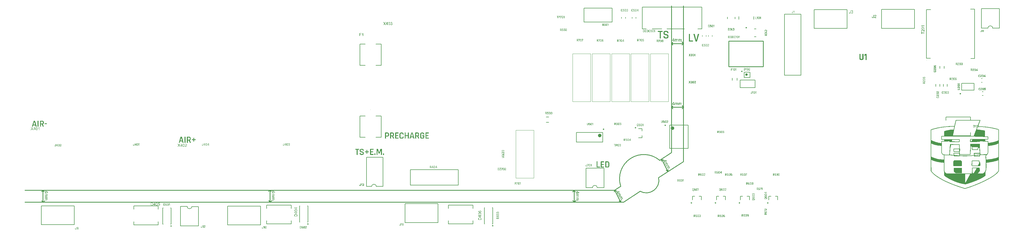
<source format=gto>
G04*
G04 #@! TF.GenerationSoftware,Altium Limited,Altium Designer,23.9.2 (47)*
G04*
G04 Layer_Color=65535*
%FSLAX44Y44*%
%MOMM*%
G71*
G04*
G04 #@! TF.SameCoordinates,B1C0779B-3EB0-494A-A092-0BE117C51D64*
G04*
G04*
G04 #@! TF.FilePolarity,Positive*
G04*
G01*
G75*
%ADD10C,0.2500*%
%ADD11C,0.6000*%
%ADD12C,0.1000*%
%ADD13C,0.2540*%
%ADD14C,0.2000*%
%ADD15C,0.4000*%
G36*
X2763592Y734889D02*
X2763772Y734861D01*
X2763994Y734819D01*
X2764244Y734750D01*
X2764493Y734667D01*
X2764743Y734556D01*
X2764757D01*
X2764771Y734542D01*
X2764854Y734500D01*
X2764979Y734417D01*
X2765117Y734320D01*
X2765284Y734181D01*
X2765450Y734029D01*
X2765617Y733848D01*
X2765755Y733640D01*
X2765769Y733613D01*
X2765811Y733543D01*
X2765866Y733419D01*
X2765936Y733266D01*
X2766005Y733086D01*
X2766060Y732878D01*
X2766102Y732642D01*
X2766116Y732406D01*
Y732378D01*
Y732295D01*
X2766102Y732184D01*
X2766075Y732032D01*
X2766033Y731851D01*
X2765963Y731657D01*
X2765880Y731463D01*
X2765769Y731269D01*
X2765755Y731241D01*
X2765714Y731186D01*
X2765630Y731089D01*
X2765520Y730978D01*
X2765381Y730853D01*
X2765215Y730714D01*
X2765020Y730589D01*
X2764785Y730465D01*
X2764799D01*
X2764826Y730451D01*
X2764868Y730437D01*
X2764923Y730423D01*
X2765076Y730368D01*
X2765270Y730284D01*
X2765492Y730173D01*
X2765714Y730035D01*
X2765922Y729854D01*
X2766116Y729646D01*
X2766130Y729619D01*
X2766185Y729535D01*
X2766269Y729397D01*
X2766352Y729216D01*
X2766435Y728995D01*
X2766518Y728731D01*
X2766573Y728426D01*
X2766588Y728093D01*
Y728079D01*
Y728038D01*
Y727968D01*
X2766573Y727885D01*
X2766560Y727774D01*
X2766532Y727649D01*
X2766504Y727511D01*
X2766476Y727358D01*
X2766366Y727025D01*
X2766282Y726845D01*
X2766199Y726678D01*
X2766088Y726498D01*
X2765963Y726318D01*
X2765825Y726138D01*
X2765658Y725971D01*
X2765645Y725957D01*
X2765617Y725930D01*
X2765561Y725888D01*
X2765492Y725833D01*
X2765409Y725763D01*
X2765298Y725694D01*
X2765173Y725611D01*
X2765020Y725541D01*
X2764868Y725458D01*
X2764688Y725375D01*
X2764507Y725305D01*
X2764299Y725236D01*
X2764077Y725181D01*
X2763842Y725139D01*
X2763606Y725111D01*
X2763342Y725098D01*
X2763217D01*
X2763134Y725111D01*
X2763023Y725125D01*
X2762899Y725139D01*
X2762760Y725167D01*
X2762607Y725195D01*
X2762274Y725278D01*
X2761928Y725416D01*
X2761747Y725500D01*
X2761581Y725597D01*
X2761414Y725722D01*
X2761248Y725846D01*
X2761234Y725860D01*
X2761206Y725888D01*
X2761165Y725930D01*
X2761123Y725985D01*
X2761054Y726054D01*
X2760984Y726152D01*
X2760901Y726249D01*
X2760818Y726373D01*
X2760735Y726512D01*
X2760652Y726651D01*
X2760499Y726984D01*
X2760374Y727372D01*
X2760333Y727580D01*
X2760305Y727802D01*
X2761484Y727954D01*
Y727941D01*
X2761498Y727913D01*
X2761512Y727857D01*
X2761526Y727788D01*
X2761539Y727705D01*
X2761567Y727608D01*
X2761636Y727400D01*
X2761733Y727150D01*
X2761859Y726914D01*
X2761997Y726692D01*
X2762163Y726498D01*
X2762191Y726484D01*
X2762247Y726429D01*
X2762357Y726359D01*
X2762496Y726290D01*
X2762663Y726207D01*
X2762871Y726138D01*
X2763106Y726082D01*
X2763356Y726068D01*
X2763439D01*
X2763495Y726082D01*
X2763647Y726096D01*
X2763842Y726138D01*
X2764063Y726207D01*
X2764299Y726304D01*
X2764535Y726443D01*
X2764757Y726637D01*
X2764785Y726665D01*
X2764854Y726748D01*
X2764937Y726873D01*
X2765048Y727039D01*
X2765159Y727247D01*
X2765242Y727483D01*
X2765312Y727760D01*
X2765339Y728065D01*
Y728079D01*
Y728107D01*
Y728149D01*
X2765326Y728204D01*
X2765312Y728357D01*
X2765270Y728537D01*
X2765215Y728759D01*
X2765117Y728981D01*
X2764979Y729203D01*
X2764799Y729411D01*
X2764771Y729438D01*
X2764702Y729494D01*
X2764590Y729577D01*
X2764438Y729674D01*
X2764244Y729771D01*
X2764008Y729854D01*
X2763745Y729910D01*
X2763453Y729938D01*
X2763329D01*
X2763231Y729924D01*
X2763106Y729910D01*
X2762968Y729882D01*
X2762802Y729854D01*
X2762621Y729813D01*
X2762760Y730853D01*
X2762829D01*
X2762885Y730839D01*
X2763065D01*
X2763217Y730867D01*
X2763398Y730894D01*
X2763606Y730936D01*
X2763842Y731005D01*
X2764063Y731103D01*
X2764299Y731227D01*
X2764313D01*
X2764327Y731241D01*
X2764396Y731297D01*
X2764493Y731394D01*
X2764604Y731519D01*
X2764715Y731699D01*
X2764812Y731907D01*
X2764882Y732143D01*
X2764909Y732281D01*
Y732434D01*
Y732448D01*
Y732462D01*
Y732545D01*
X2764882Y732656D01*
X2764854Y732808D01*
X2764799Y732975D01*
X2764729Y733155D01*
X2764618Y733335D01*
X2764466Y733502D01*
X2764452Y733516D01*
X2764382Y733571D01*
X2764285Y733640D01*
X2764160Y733724D01*
X2763994Y733793D01*
X2763800Y733862D01*
X2763578Y733918D01*
X2763329Y733932D01*
X2763217D01*
X2763093Y733904D01*
X2762926Y733876D01*
X2762746Y733821D01*
X2762566Y733751D01*
X2762372Y733640D01*
X2762191Y733502D01*
X2762177Y733488D01*
X2762122Y733419D01*
X2762039Y733322D01*
X2761942Y733183D01*
X2761844Y733002D01*
X2761747Y732781D01*
X2761664Y732517D01*
X2761609Y732212D01*
X2760430Y732420D01*
Y732434D01*
X2760444Y732476D01*
X2760457Y732531D01*
X2760471Y732614D01*
X2760499Y732711D01*
X2760541Y732822D01*
X2760624Y733086D01*
X2760763Y733391D01*
X2760929Y733696D01*
X2761137Y733987D01*
X2761401Y734251D01*
X2761414Y734265D01*
X2761442Y734278D01*
X2761484Y734306D01*
X2761539Y734348D01*
X2761609Y734403D01*
X2761706Y734459D01*
X2761803Y734514D01*
X2761928Y734584D01*
X2762205Y734694D01*
X2762524Y734805D01*
X2762899Y734875D01*
X2763093Y734902D01*
X2763439D01*
X2763592Y734889D01*
D02*
G37*
G36*
X2758696Y728315D02*
Y728301D01*
Y728260D01*
Y728204D01*
Y728121D01*
X2758683Y728010D01*
Y727899D01*
X2758655Y727635D01*
X2758627Y727330D01*
X2758571Y727011D01*
X2758488Y726720D01*
X2758391Y726443D01*
Y726429D01*
X2758377Y726415D01*
X2758336Y726332D01*
X2758266Y726221D01*
X2758169Y726068D01*
X2758031Y725916D01*
X2757878Y725749D01*
X2757684Y725583D01*
X2757462Y725444D01*
X2757434Y725430D01*
X2757351Y725389D01*
X2757226Y725333D01*
X2757046Y725278D01*
X2756824Y725209D01*
X2756574Y725153D01*
X2756297Y725111D01*
X2755992Y725098D01*
X2755867D01*
X2755784Y725111D01*
X2755673Y725125D01*
X2755562Y725139D01*
X2755271Y725195D01*
X2754966Y725278D01*
X2754647Y725403D01*
X2754480Y725486D01*
X2754328Y725583D01*
X2754189Y725694D01*
X2754050Y725819D01*
X2754037Y725833D01*
X2754023Y725846D01*
X2753995Y725902D01*
X2753954Y725957D01*
X2753898Y726027D01*
X2753842Y726124D01*
X2753787Y726235D01*
X2753718Y726359D01*
X2753662Y726498D01*
X2753607Y726665D01*
X2753551Y726831D01*
X2753496Y727025D01*
X2753468Y727233D01*
X2753427Y727469D01*
X2753412Y727705D01*
Y727968D01*
X2754564Y728135D01*
Y728121D01*
Y728093D01*
Y728038D01*
X2754577Y727954D01*
X2754591Y727871D01*
Y727774D01*
X2754633Y727538D01*
X2754674Y727289D01*
X2754758Y727039D01*
X2754841Y726817D01*
X2754897Y726720D01*
X2754966Y726637D01*
X2754980Y726623D01*
X2755035Y726581D01*
X2755118Y726512D01*
X2755229Y726443D01*
X2755382Y726359D01*
X2755548Y726304D01*
X2755756Y726249D01*
X2755978Y726235D01*
X2756061D01*
X2756145Y726249D01*
X2756270Y726263D01*
X2756394Y726290D01*
X2756533Y726318D01*
X2756671Y726373D01*
X2756810Y726443D01*
X2756824Y726457D01*
X2756866Y726484D01*
X2756921Y726540D01*
X2757004Y726595D01*
X2757074Y726692D01*
X2757157Y726789D01*
X2757226Y726900D01*
X2757282Y727039D01*
Y727053D01*
X2757310Y727108D01*
X2757323Y727206D01*
X2757351Y727330D01*
X2757379Y727497D01*
X2757393Y727705D01*
X2757420Y727954D01*
Y728246D01*
Y734861D01*
X2758696D01*
Y728315D01*
D02*
G37*
G36*
X1802482Y716738D02*
X1802551Y716682D01*
X1802565Y716640D01*
X1802579Y716571D01*
Y709429D01*
Y709415D01*
Y709401D01*
X1802551Y709332D01*
X1802509Y709262D01*
X1802454Y709249D01*
X1802398Y709235D01*
X1801608D01*
X1801539Y709262D01*
X1801455Y709318D01*
X1801441Y709360D01*
X1801428Y709429D01*
Y715559D01*
X1800152Y714810D01*
X1800138D01*
X1800110Y714796D01*
X1799985D01*
X1799957Y714824D01*
X1799930Y714865D01*
X1799916Y714935D01*
Y715628D01*
Y715642D01*
Y715656D01*
X1799944Y715725D01*
X1799985Y715822D01*
X1800027Y715864D01*
X1800082Y715905D01*
X1801303Y716640D01*
X1801317D01*
X1801344Y716654D01*
X1801386Y716682D01*
X1801428Y716710D01*
X1801552Y716751D01*
X1801677Y716765D01*
X1802412D01*
X1802482Y716738D01*
D02*
G37*
G36*
X1797364D02*
X1797558Y716710D01*
X1797780Y716654D01*
X1798002Y716571D01*
X1798210Y716446D01*
X1798404Y716294D01*
X1798432Y716266D01*
X1798488Y716210D01*
X1798557Y716100D01*
X1798654Y715947D01*
X1798737Y715753D01*
X1798820Y715531D01*
X1798876Y715254D01*
X1798890Y714949D01*
Y711051D01*
Y711038D01*
Y711010D01*
Y710968D01*
X1798876Y710913D01*
X1798862Y710760D01*
X1798834Y710566D01*
X1798765Y710344D01*
X1798682Y710122D01*
X1798571Y709900D01*
X1798404Y709706D01*
X1798376Y709692D01*
X1798321Y709637D01*
X1798210Y709554D01*
X1798058Y709471D01*
X1797877Y709387D01*
X1797641Y709304D01*
X1797378Y709249D01*
X1797073Y709235D01*
X1795825D01*
X1795769Y709249D01*
X1795603Y709262D01*
X1795409Y709290D01*
X1795187Y709346D01*
X1794965Y709429D01*
X1794743Y709554D01*
X1794549Y709706D01*
X1794535Y709734D01*
X1794480Y709790D01*
X1794396Y709900D01*
X1794313Y710053D01*
X1794230Y710247D01*
X1794147Y710483D01*
X1794091Y710746D01*
X1794077Y711051D01*
Y714949D01*
Y714962D01*
Y714990D01*
Y715032D01*
X1794091Y715087D01*
X1794105Y715254D01*
X1794133Y715448D01*
X1794188Y715656D01*
X1794272Y715892D01*
X1794396Y716100D01*
X1794549Y716294D01*
X1794577Y716308D01*
X1794632Y716363D01*
X1794743Y716446D01*
X1794895Y716529D01*
X1795090Y716613D01*
X1795325Y716696D01*
X1795603Y716751D01*
X1795908Y716765D01*
X1797212D01*
X1797364Y716738D01*
D02*
G37*
G36*
X1793051D02*
X1793120Y716682D01*
X1793134Y716640D01*
X1793148Y716571D01*
Y715850D01*
Y715836D01*
Y715822D01*
Y715767D01*
X1793134Y715711D01*
X1793120Y715642D01*
X1793093Y715559D01*
X1793023Y715351D01*
X1790652Y709415D01*
Y709401D01*
X1790638Y709387D01*
X1790582Y709332D01*
X1790541Y709290D01*
X1790485Y709262D01*
X1790416Y709249D01*
X1790319Y709235D01*
X1789487D01*
X1789418Y709262D01*
X1789390Y709290D01*
X1789376Y709332D01*
Y709387D01*
X1789404Y709457D01*
X1791914Y715711D01*
X1788932D01*
X1788863Y715739D01*
X1788821Y715767D01*
X1788793Y715808D01*
X1788780Y715864D01*
X1788766Y715933D01*
Y716571D01*
Y716585D01*
Y716599D01*
X1788793Y716668D01*
X1788849Y716738D01*
X1788891Y716751D01*
X1788960Y716765D01*
X1792968D01*
X1793051Y716738D01*
D02*
G37*
G36*
X1786491D02*
X1786685Y716710D01*
X1786907Y716654D01*
X1787129Y716571D01*
X1787337Y716446D01*
X1787531Y716294D01*
X1787559Y716266D01*
X1787615Y716210D01*
X1787684Y716100D01*
X1787781Y715947D01*
X1787864Y715753D01*
X1787948Y715531D01*
X1788003Y715254D01*
X1788017Y714949D01*
Y713728D01*
Y713714D01*
Y713687D01*
Y713645D01*
X1788003Y713589D01*
X1787989Y713437D01*
X1787961Y713243D01*
X1787892Y713035D01*
X1787809Y712813D01*
X1787698Y712591D01*
X1787531Y712397D01*
X1787504Y712383D01*
X1787448Y712327D01*
X1787337Y712244D01*
X1787185Y712161D01*
X1787004Y712064D01*
X1786769Y711994D01*
X1786505Y711939D01*
X1786200Y711911D01*
X1784453D01*
X1784411Y711898D01*
X1784369Y711870D01*
X1784342Y711800D01*
Y709429D01*
Y709415D01*
Y709401D01*
X1784314Y709332D01*
X1784259Y709262D01*
X1784217Y709249D01*
X1784147Y709235D01*
X1783385D01*
X1783315Y709262D01*
X1783232Y709318D01*
X1783218Y709360D01*
X1783204Y709429D01*
Y716571D01*
Y716585D01*
Y716599D01*
X1783232Y716668D01*
X1783260Y716710D01*
X1783288Y716738D01*
X1783343Y716751D01*
X1783412Y716765D01*
X1786339D01*
X1786491Y716738D01*
D02*
G37*
G36*
X1782095D02*
X1782178Y716682D01*
X1782192Y716640D01*
X1782206Y716571D01*
Y715975D01*
Y715961D01*
Y715947D01*
X1782178Y715878D01*
X1782151Y715836D01*
X1782109Y715808D01*
X1782053Y715795D01*
X1781984Y715781D01*
X1780500D01*
X1780459Y715767D01*
X1780403Y715725D01*
X1780389Y715656D01*
Y709429D01*
Y709415D01*
Y709401D01*
X1780361Y709332D01*
X1780334Y709290D01*
X1780306Y709262D01*
X1780251Y709249D01*
X1780181Y709235D01*
X1779418D01*
X1779349Y709262D01*
X1779266Y709318D01*
X1779252Y709360D01*
X1779238Y709429D01*
Y715656D01*
Y715670D01*
X1779224Y715725D01*
X1779183Y715767D01*
X1779113Y715781D01*
X1777616D01*
X1777532Y715808D01*
X1777463Y715864D01*
X1777435Y715905D01*
X1777421Y715975D01*
Y716571D01*
Y716585D01*
Y716599D01*
X1777449Y716668D01*
X1777477Y716710D01*
X1777518Y716738D01*
X1777574Y716751D01*
X1777643Y716765D01*
X1782026D01*
X1782095Y716738D01*
D02*
G37*
G36*
X2458966Y713799D02*
X2459008Y713771D01*
X2459050Y713729D01*
X2459079Y713672D01*
X2459093Y713588D01*
Y706412D01*
Y706384D01*
Y706342D01*
X2459064Y706271D01*
X2459036Y706215D01*
X2459022D01*
X2458994Y706201D01*
X2458938Y706187D01*
X2458853Y706173D01*
X2457782D01*
X2457711Y706201D01*
X2457655Y706229D01*
X2457626Y706271D01*
X2457598Y706328D01*
X2457584Y706412D01*
Y712220D01*
X2456414Y711558D01*
X2456400D01*
X2456372Y711544D01*
X2456287Y711529D01*
X2456245Y711544D01*
X2456203Y711572D01*
X2456174Y711614D01*
X2456160Y711699D01*
Y712671D01*
Y712685D01*
Y712700D01*
X2456189Y712784D01*
X2456245Y712897D01*
X2456287Y712939D01*
X2456344Y712981D01*
X2457429Y713672D01*
X2457443Y713686D01*
X2457471Y713700D01*
X2457528Y713729D01*
X2457584Y713757D01*
X2457739Y713799D01*
X2457824Y713827D01*
X2458881D01*
X2458966Y713799D01*
D02*
G37*
G36*
X2453440Y713813D02*
X2453609Y713799D01*
X2453820Y713771D01*
X2454046Y713700D01*
X2454285Y713616D01*
X2454511Y713489D01*
X2454722Y713320D01*
X2454751Y713292D01*
X2454807Y713235D01*
X2454878Y713108D01*
X2454976Y712953D01*
X2455075Y712756D01*
X2455145Y712516D01*
X2455202Y712220D01*
X2455230Y711896D01*
Y708104D01*
Y708090D01*
Y708062D01*
Y708019D01*
X2455216Y707949D01*
X2455202Y707780D01*
X2455174Y707582D01*
X2455103Y707343D01*
X2455018Y707103D01*
X2454892Y706878D01*
X2454722Y706666D01*
X2454694Y706652D01*
X2454624Y706596D01*
X2454511Y706511D01*
X2454356Y706426D01*
X2454144Y706328D01*
X2453905Y706257D01*
X2453609Y706201D01*
X2453285Y706173D01*
X2452002D01*
X2451931Y706187D01*
X2451847D01*
X2451762Y706201D01*
X2451551Y706229D01*
X2451311Y706300D01*
X2451071Y706384D01*
X2450832Y706497D01*
X2450620Y706666D01*
X2450592Y706694D01*
X2450536Y706765D01*
X2450465Y706878D01*
X2450367Y707033D01*
X2450268Y707244D01*
X2450197Y707484D01*
X2450141Y707780D01*
X2450113Y708104D01*
Y711896D01*
Y711910D01*
Y711938D01*
Y711981D01*
X2450127Y712051D01*
X2450141Y712220D01*
X2450183Y712418D01*
X2450240Y712657D01*
X2450324Y712883D01*
X2450451Y713122D01*
X2450620Y713320D01*
X2450648Y713348D01*
X2450719Y713404D01*
X2450832Y713475D01*
X2451001Y713574D01*
X2451212Y713672D01*
X2451466Y713743D01*
X2451748Y713799D01*
X2452086Y713827D01*
X2453369D01*
X2453440Y713813D01*
D02*
G37*
G36*
X2448576Y713799D02*
X2448618Y713771D01*
X2448661Y713729D01*
X2448689Y713672D01*
X2448703Y713588D01*
Y706412D01*
Y706384D01*
Y706342D01*
X2448675Y706271D01*
X2448647Y706215D01*
X2448633D01*
X2448604Y706201D01*
X2448548Y706187D01*
X2448463Y706173D01*
X2447392D01*
X2447322Y706201D01*
X2447265Y706229D01*
X2447237Y706271D01*
X2447209Y706328D01*
X2447195Y706412D01*
Y712220D01*
X2446025Y711558D01*
X2446011D01*
X2445982Y711544D01*
X2445898Y711529D01*
X2445856Y711544D01*
X2445813Y711572D01*
X2445785Y711614D01*
X2445771Y711699D01*
Y712671D01*
Y712685D01*
Y712700D01*
X2445799Y712784D01*
X2445856Y712897D01*
X2445898Y712939D01*
X2445954Y712981D01*
X2447040Y713672D01*
X2447054Y713686D01*
X2447082Y713700D01*
X2447138Y713729D01*
X2447195Y713757D01*
X2447350Y713799D01*
X2447434Y713827D01*
X2448492D01*
X2448576Y713799D01*
D02*
G37*
G36*
X2442303D02*
X2442345Y713771D01*
X2442388Y713729D01*
X2442416Y713672D01*
X2442430Y713588D01*
Y707625D01*
Y707597D01*
X2442444Y707554D01*
X2442486Y707512D01*
X2442571Y707484D01*
X2445137D01*
X2445221Y707456D01*
X2445263Y707427D01*
X2445292Y707371D01*
X2445320Y707315D01*
X2445334Y707230D01*
Y706412D01*
Y706398D01*
Y706370D01*
X2445306Y706300D01*
X2445278Y706243D01*
X2445235Y706215D01*
X2445179Y706187D01*
X2445094Y706173D01*
X2441119D01*
X2441034Y706201D01*
X2440992Y706229D01*
X2440950Y706271D01*
X2440921Y706328D01*
X2440907Y706412D01*
Y713588D01*
Y713602D01*
Y713630D01*
X2440936Y713715D01*
X2440964Y713757D01*
X2441020Y713785D01*
X2441077Y713813D01*
X2441161Y713827D01*
X2442218D01*
X2442303Y713799D01*
D02*
G37*
G36*
X1202303Y691342D02*
X1205895Y686308D01*
X1204327D01*
X1201900Y689720D01*
X1201887Y689734D01*
X1201859Y689775D01*
X1201831Y689831D01*
X1201776Y689900D01*
X1201651Y690094D01*
X1201512Y690302D01*
X1201498Y690288D01*
X1201457Y690233D01*
X1201401Y690150D01*
X1201332Y690039D01*
X1201179Y689817D01*
X1201110Y689720D01*
X1201055Y689636D01*
X1198627Y686308D01*
X1197102D01*
X1200805Y691273D01*
X1197532Y695905D01*
X1199044D01*
X1200791Y693436D01*
Y693422D01*
X1200819Y693409D01*
X1200846Y693367D01*
X1200888Y693311D01*
X1200971Y693173D01*
X1201096Y693006D01*
X1201221Y692812D01*
X1201346Y692618D01*
X1201457Y692438D01*
X1201554Y692271D01*
X1201568Y692299D01*
X1201609Y692355D01*
X1201679Y692466D01*
X1201776Y692604D01*
X1201887Y692757D01*
X1202025Y692951D01*
X1202164Y693145D01*
X1202330Y693353D01*
X1204244Y695905D01*
X1205631D01*
X1202303Y691342D01*
D02*
G37*
G36*
X1224770Y695933D02*
X1224950Y695905D01*
X1225172Y695863D01*
X1225421Y695794D01*
X1225671Y695711D01*
X1225920Y695600D01*
X1225934D01*
X1225948Y695586D01*
X1226031Y695544D01*
X1226156Y695461D01*
X1226295Y695364D01*
X1226461Y695225D01*
X1226628Y695073D01*
X1226794Y694893D01*
X1226933Y694685D01*
X1226947Y694657D01*
X1226988Y694587D01*
X1227044Y694463D01*
X1227113Y694310D01*
X1227183Y694130D01*
X1227238Y693922D01*
X1227280Y693686D01*
X1227293Y693450D01*
Y693422D01*
Y693339D01*
X1227280Y693228D01*
X1227252Y693076D01*
X1227210Y692896D01*
X1227141Y692701D01*
X1227058Y692507D01*
X1226947Y692313D01*
X1226933Y692285D01*
X1226891Y692230D01*
X1226808Y692133D01*
X1226697Y692022D01*
X1226559Y691897D01*
X1226392Y691758D01*
X1226198Y691634D01*
X1225962Y691509D01*
X1225976D01*
X1226004Y691495D01*
X1226045Y691481D01*
X1226101Y691467D01*
X1226253Y691412D01*
X1226448Y691328D01*
X1226669Y691217D01*
X1226891Y691079D01*
X1227099Y690898D01*
X1227293Y690690D01*
X1227307Y690663D01*
X1227363Y690580D01*
X1227446Y690441D01*
X1227529Y690260D01*
X1227613Y690039D01*
X1227696Y689775D01*
X1227751Y689470D01*
X1227765Y689137D01*
Y689123D01*
Y689082D01*
Y689012D01*
X1227751Y688929D01*
X1227737Y688818D01*
X1227710Y688693D01*
X1227682Y688555D01*
X1227654Y688402D01*
X1227543Y688069D01*
X1227460Y687889D01*
X1227377Y687723D01*
X1227266Y687542D01*
X1227141Y687362D01*
X1227002Y687182D01*
X1226836Y687015D01*
X1226822Y687001D01*
X1226794Y686974D01*
X1226739Y686932D01*
X1226669Y686877D01*
X1226586Y686807D01*
X1226475Y686738D01*
X1226350Y686655D01*
X1226198Y686585D01*
X1226045Y686502D01*
X1225865Y686419D01*
X1225685Y686350D01*
X1225477Y686280D01*
X1225255Y686225D01*
X1225019Y686183D01*
X1224783Y686155D01*
X1224520Y686142D01*
X1224395D01*
X1224312Y686155D01*
X1224201Y686169D01*
X1224076Y686183D01*
X1223937Y686211D01*
X1223785Y686239D01*
X1223452Y686322D01*
X1223105Y686461D01*
X1222925Y686544D01*
X1222758Y686641D01*
X1222592Y686766D01*
X1222426Y686890D01*
X1222412Y686904D01*
X1222384Y686932D01*
X1222343Y686974D01*
X1222301Y687029D01*
X1222232Y687098D01*
X1222162Y687196D01*
X1222079Y687293D01*
X1221996Y687418D01*
X1221913Y687556D01*
X1221829Y687695D01*
X1221677Y688028D01*
X1221552Y688416D01*
X1221510Y688624D01*
X1221483Y688846D01*
X1222662Y688998D01*
Y688985D01*
X1222675Y688957D01*
X1222689Y688901D01*
X1222703Y688832D01*
X1222717Y688749D01*
X1222745Y688652D01*
X1222814Y688444D01*
X1222911Y688194D01*
X1223036Y687958D01*
X1223175Y687736D01*
X1223341Y687542D01*
X1223369Y687528D01*
X1223424Y687473D01*
X1223535Y687404D01*
X1223674Y687334D01*
X1223840Y687251D01*
X1224048Y687182D01*
X1224284Y687126D01*
X1224534Y687112D01*
X1224617D01*
X1224672Y687126D01*
X1224825Y687140D01*
X1225019Y687182D01*
X1225241Y687251D01*
X1225477Y687348D01*
X1225713Y687487D01*
X1225934Y687681D01*
X1225962Y687709D01*
X1226031Y687792D01*
X1226115Y687917D01*
X1226226Y688083D01*
X1226337Y688291D01*
X1226420Y688527D01*
X1226489Y688804D01*
X1226517Y689109D01*
Y689123D01*
Y689151D01*
Y689193D01*
X1226503Y689248D01*
X1226489Y689401D01*
X1226448Y689581D01*
X1226392Y689803D01*
X1226295Y690025D01*
X1226156Y690247D01*
X1225976Y690455D01*
X1225948Y690482D01*
X1225879Y690538D01*
X1225768Y690621D01*
X1225615Y690718D01*
X1225421Y690815D01*
X1225185Y690898D01*
X1224922Y690954D01*
X1224631Y690982D01*
X1224506D01*
X1224409Y690968D01*
X1224284Y690954D01*
X1224145Y690926D01*
X1223979Y690898D01*
X1223799Y690857D01*
X1223937Y691897D01*
X1224007D01*
X1224062Y691883D01*
X1224242D01*
X1224395Y691911D01*
X1224575Y691939D01*
X1224783Y691980D01*
X1225019Y692049D01*
X1225241Y692147D01*
X1225477Y692271D01*
X1225491D01*
X1225505Y692285D01*
X1225574Y692341D01*
X1225671Y692438D01*
X1225782Y692563D01*
X1225893Y692743D01*
X1225990Y692951D01*
X1226059Y693187D01*
X1226087Y693325D01*
Y693478D01*
Y693492D01*
Y693506D01*
Y693589D01*
X1226059Y693700D01*
X1226031Y693852D01*
X1225976Y694019D01*
X1225907Y694199D01*
X1225796Y694379D01*
X1225643Y694546D01*
X1225629Y694560D01*
X1225560Y694615D01*
X1225463Y694685D01*
X1225338Y694768D01*
X1225172Y694837D01*
X1224977Y694906D01*
X1224756Y694962D01*
X1224506Y694976D01*
X1224395D01*
X1224270Y694948D01*
X1224104Y694920D01*
X1223923Y694865D01*
X1223743Y694796D01*
X1223549Y694685D01*
X1223369Y694546D01*
X1223355Y694532D01*
X1223299Y694463D01*
X1223216Y694365D01*
X1223119Y694227D01*
X1223022Y694047D01*
X1222925Y693825D01*
X1222842Y693561D01*
X1222786Y693256D01*
X1221608Y693464D01*
Y693478D01*
X1221621Y693520D01*
X1221635Y693575D01*
X1221649Y693658D01*
X1221677Y693755D01*
X1221718Y693866D01*
X1221802Y694130D01*
X1221940Y694435D01*
X1222107Y694740D01*
X1222315Y695031D01*
X1222578Y695295D01*
X1222592Y695309D01*
X1222620Y695322D01*
X1222662Y695350D01*
X1222717Y695392D01*
X1222786Y695447D01*
X1222883Y695503D01*
X1222980Y695558D01*
X1223105Y695628D01*
X1223383Y695739D01*
X1223702Y695850D01*
X1224076Y695919D01*
X1224270Y695947D01*
X1224617D01*
X1224770Y695933D01*
D02*
G37*
G36*
X1211497Y689692D02*
X1212801D01*
Y688610D01*
X1211497D01*
Y686308D01*
X1210319D01*
Y688610D01*
X1206144D01*
Y689692D01*
X1210540Y695905D01*
X1211497D01*
Y689692D01*
D02*
G37*
G36*
X1217419Y695933D02*
X1217599Y695905D01*
X1217807Y695863D01*
X1218029Y695808D01*
X1218265Y695739D01*
X1218487Y695628D01*
X1218501D01*
X1218515Y695614D01*
X1218584Y695572D01*
X1218695Y695503D01*
X1218834Y695406D01*
X1218986Y695267D01*
X1219153Y695114D01*
X1219305Y694934D01*
X1219458Y694726D01*
X1219472Y694698D01*
X1219527Y694629D01*
X1219583Y694504D01*
X1219680Y694324D01*
X1219763Y694116D01*
X1219874Y693880D01*
X1219971Y693603D01*
X1220054Y693298D01*
Y693284D01*
X1220068Y693256D01*
X1220082Y693214D01*
X1220096Y693145D01*
X1220110Y693062D01*
X1220124Y692965D01*
X1220151Y692840D01*
X1220165Y692701D01*
X1220193Y692549D01*
X1220207Y692382D01*
X1220221Y692188D01*
X1220248Y691994D01*
X1220262Y691772D01*
Y691550D01*
X1220276Y691301D01*
Y691037D01*
Y691023D01*
Y690968D01*
Y690871D01*
Y690760D01*
X1220262Y690607D01*
Y690441D01*
X1220248Y690260D01*
X1220235Y690066D01*
X1220193Y689622D01*
X1220124Y689165D01*
X1220040Y688721D01*
X1219985Y688513D01*
X1219915Y688305D01*
Y688291D01*
X1219902Y688263D01*
X1219874Y688208D01*
X1219846Y688139D01*
X1219818Y688042D01*
X1219763Y687944D01*
X1219652Y687709D01*
X1219513Y687459D01*
X1219333Y687182D01*
X1219125Y686932D01*
X1218875Y686696D01*
X1218861D01*
X1218848Y686669D01*
X1218806Y686641D01*
X1218751Y686613D01*
X1218681Y686572D01*
X1218612Y686516D01*
X1218404Y686419D01*
X1218154Y686322D01*
X1217863Y686225D01*
X1217516Y686169D01*
X1217142Y686142D01*
X1217003D01*
X1216906Y686155D01*
X1216795Y686169D01*
X1216656Y686197D01*
X1216504Y686225D01*
X1216338Y686266D01*
X1216171Y686322D01*
X1215991Y686377D01*
X1215810Y686461D01*
X1215630Y686558D01*
X1215450Y686669D01*
X1215270Y686807D01*
X1215103Y686960D01*
X1214951Y687126D01*
X1214937Y687140D01*
X1214909Y687182D01*
X1214867Y687251D01*
X1214798Y687362D01*
X1214729Y687487D01*
X1214659Y687653D01*
X1214562Y687847D01*
X1214479Y688069D01*
X1214396Y688319D01*
X1214313Y688610D01*
X1214230Y688929D01*
X1214160Y689290D01*
X1214091Y689678D01*
X1214049Y690094D01*
X1214021Y690552D01*
X1214008Y691037D01*
Y691051D01*
Y691106D01*
Y691204D01*
Y691314D01*
X1214021Y691467D01*
Y691634D01*
X1214035Y691814D01*
X1214049Y692022D01*
X1214091Y692452D01*
X1214160Y692909D01*
X1214243Y693367D01*
X1214299Y693575D01*
X1214354Y693783D01*
Y693797D01*
X1214368Y693825D01*
X1214396Y693880D01*
X1214424Y693950D01*
X1214451Y694047D01*
X1214507Y694144D01*
X1214618Y694379D01*
X1214756Y694629D01*
X1214937Y694893D01*
X1215145Y695156D01*
X1215394Y695378D01*
X1215408D01*
X1215422Y695406D01*
X1215464Y695433D01*
X1215519Y695461D01*
X1215589Y695517D01*
X1215672Y695558D01*
X1215880Y695669D01*
X1216129Y695766D01*
X1216421Y695863D01*
X1216767Y695919D01*
X1217142Y695947D01*
X1217267D01*
X1217419Y695933D01*
D02*
G37*
G36*
X3004736Y682717D02*
X2997233D01*
X2997247Y682703D01*
X2997303Y682634D01*
X2997386Y682551D01*
X2997483Y682412D01*
X2997608Y682260D01*
X2997746Y682066D01*
X2997899Y681844D01*
X2998051Y681594D01*
Y681580D01*
X2998065Y681566D01*
X2998121Y681483D01*
X2998190Y681344D01*
X2998273Y681178D01*
X2998370Y680984D01*
X2998467Y680776D01*
X2998564Y680568D01*
X2998648Y680360D01*
X2997511D01*
Y680374D01*
X2997483Y680401D01*
X2997469Y680457D01*
X2997427Y680526D01*
X2997386Y680609D01*
X2997330Y680706D01*
X2997191Y680942D01*
X2997039Y681219D01*
X2996845Y681497D01*
X2996623Y681788D01*
X2996387Y682079D01*
X2996373Y682093D01*
X2996360Y682107D01*
X2996318Y682149D01*
X2996276Y682204D01*
X2996138Y682329D01*
X2995971Y682495D01*
X2995777Y682662D01*
X2995555Y682842D01*
X2995333Y682995D01*
X2995097Y683133D01*
Y683896D01*
X3004736D01*
Y682717D01*
D02*
G37*
G36*
X3000437Y678252D02*
X3000603D01*
X3000783Y678238D01*
X3000978Y678224D01*
X3001422Y678182D01*
X3001879Y678113D01*
X3002323Y678030D01*
X3002531Y677974D01*
X3002739Y677905D01*
X3002753D01*
X3002780Y677891D01*
X3002836Y677863D01*
X3002905Y677836D01*
X3003003Y677808D01*
X3003099Y677752D01*
X3003335Y677642D01*
X3003585Y677503D01*
X3003862Y677322D01*
X3004112Y677114D01*
X3004348Y676865D01*
Y676851D01*
X3004375Y676837D01*
X3004403Y676796D01*
X3004431Y676740D01*
X3004472Y676671D01*
X3004528Y676601D01*
X3004625Y676393D01*
X3004722Y676144D01*
X3004819Y675853D01*
X3004875Y675506D01*
X3004902Y675131D01*
Y674993D01*
X3004889Y674896D01*
X3004875Y674785D01*
X3004847Y674646D01*
X3004819Y674493D01*
X3004778Y674327D01*
X3004722Y674161D01*
X3004667Y673980D01*
X3004583Y673800D01*
X3004486Y673620D01*
X3004375Y673439D01*
X3004237Y673259D01*
X3004084Y673093D01*
X3003918Y672940D01*
X3003904Y672926D01*
X3003862Y672898D01*
X3003793Y672857D01*
X3003682Y672788D01*
X3003557Y672718D01*
X3003391Y672649D01*
X3003197Y672552D01*
X3002975Y672469D01*
X3002725Y672385D01*
X3002434Y672302D01*
X3002115Y672219D01*
X3001754Y672150D01*
X3001366Y672080D01*
X3000950Y672039D01*
X3000492Y672011D01*
X3000007Y671997D01*
X2999993D01*
X2999937D01*
X2999840D01*
X2999730D01*
X2999577Y672011D01*
X2999410D01*
X2999230Y672025D01*
X2999022Y672039D01*
X2998592Y672080D01*
X2998134Y672150D01*
X2997677Y672233D01*
X2997469Y672288D01*
X2997261Y672344D01*
X2997247D01*
X2997219Y672358D01*
X2997164Y672385D01*
X2997094Y672413D01*
X2996997Y672441D01*
X2996900Y672496D01*
X2996665Y672607D01*
X2996415Y672746D01*
X2996151Y672926D01*
X2995888Y673134D01*
X2995666Y673384D01*
Y673398D01*
X2995638Y673412D01*
X2995611Y673453D01*
X2995583Y673509D01*
X2995527Y673578D01*
X2995486Y673661D01*
X2995375Y673869D01*
X2995278Y674119D01*
X2995181Y674410D01*
X2995125Y674757D01*
X2995097Y675131D01*
Y675256D01*
X2995111Y675409D01*
X2995139Y675589D01*
X2995181Y675797D01*
X2995236Y676019D01*
X2995305Y676255D01*
X2995416Y676477D01*
Y676490D01*
X2995430Y676504D01*
X2995472Y676574D01*
X2995541Y676685D01*
X2995638Y676823D01*
X2995777Y676976D01*
X2995930Y677142D01*
X2996110Y677295D01*
X2996318Y677447D01*
X2996346Y677461D01*
X2996415Y677517D01*
X2996540Y677572D01*
X2996720Y677669D01*
X2996928Y677752D01*
X2997164Y677863D01*
X2997441Y677961D01*
X2997746Y678044D01*
X2997760D01*
X2997788Y678057D01*
X2997830Y678071D01*
X2997899Y678085D01*
X2997982Y678099D01*
X2998079Y678113D01*
X2998204Y678141D01*
X2998343Y678155D01*
X2998495Y678182D01*
X2998661Y678196D01*
X2998856Y678210D01*
X2999050Y678238D01*
X2999272Y678252D01*
X2999494D01*
X2999743Y678266D01*
X3000007D01*
X3000021D01*
X3000076D01*
X3000173D01*
X3000284D01*
X3000437Y678252D01*
D02*
G37*
G36*
X2368180Y675563D02*
X2368265D01*
X2368350Y675549D01*
X2368561Y675521D01*
X2368801Y675450D01*
X2369040Y675366D01*
X2369280Y675253D01*
X2369491Y675084D01*
X2369520Y675056D01*
X2369576Y674985D01*
X2369646Y674872D01*
X2369745Y674717D01*
X2369844Y674506D01*
X2369914Y674266D01*
X2369971Y673970D01*
X2369999Y673646D01*
Y669854D01*
Y669840D01*
Y669812D01*
Y669769D01*
X2369985Y669699D01*
X2369971Y669530D01*
X2369928Y669332D01*
X2369872Y669093D01*
X2369787Y668867D01*
X2369661Y668627D01*
X2369491Y668430D01*
X2369463Y668402D01*
X2369393Y668345D01*
X2369280Y668275D01*
X2369111Y668176D01*
X2368899Y668078D01*
X2368646Y668007D01*
X2368364Y667951D01*
X2368025Y667923D01*
X2366644D01*
X2366573Y667937D01*
X2366404Y667951D01*
X2366193Y667979D01*
X2365967Y668049D01*
X2365728Y668134D01*
X2365502Y668261D01*
X2365291Y668430D01*
X2365262Y668458D01*
X2365206Y668515D01*
X2365121Y668642D01*
X2365023Y668797D01*
X2364938Y668994D01*
X2364854Y669234D01*
X2364797Y669530D01*
X2364769Y669854D01*
Y670418D01*
Y670432D01*
Y670460D01*
X2364797Y670545D01*
X2364825Y670601D01*
X2364882Y670643D01*
X2364938Y670671D01*
X2365023Y670686D01*
X2366066D01*
X2366151Y670657D01*
X2366193Y670615D01*
X2366235Y670573D01*
X2366263Y670502D01*
X2366277Y670418D01*
Y669924D01*
Y669910D01*
Y669868D01*
X2366291Y669798D01*
Y669713D01*
X2366348Y669544D01*
X2366390Y669459D01*
X2366447Y669389D01*
Y669375D01*
X2366475Y669361D01*
X2366517Y669332D01*
X2366573Y669304D01*
X2366644Y669276D01*
X2366743Y669262D01*
X2366855Y669234D01*
X2367842D01*
X2367913Y669248D01*
X2367997D01*
X2368180Y669304D01*
X2368265Y669332D01*
X2368336Y669389D01*
X2368364Y669417D01*
X2368378Y669459D01*
X2368406Y669516D01*
X2368434Y669586D01*
X2368462Y669685D01*
X2368477Y669798D01*
X2368491Y669924D01*
Y673576D01*
Y673590D01*
Y673632D01*
X2368477Y673702D01*
Y673787D01*
X2368420Y673956D01*
X2368392Y674041D01*
X2368336Y674111D01*
X2368321D01*
X2368307Y674139D01*
X2368265Y674154D01*
X2368209Y674182D01*
X2368124Y674210D01*
X2368025Y674238D01*
X2367913Y674252D01*
X2367786Y674266D01*
X2366926D01*
X2366855Y674252D01*
X2366771D01*
X2366602Y674196D01*
X2366517Y674168D01*
X2366447Y674111D01*
X2366432Y674097D01*
X2366418Y674083D01*
X2366390Y674041D01*
X2366362Y673984D01*
X2366334Y673914D01*
X2366306Y673815D01*
X2366277Y673702D01*
Y673576D01*
Y673082D01*
Y673068D01*
Y673040D01*
X2366249Y672941D01*
X2366221Y672899D01*
X2366165Y672857D01*
X2366108Y672828D01*
X2366024Y672814D01*
X2364980D01*
X2364896Y672842D01*
X2364854Y672885D01*
X2364811Y672927D01*
X2364783Y672998D01*
X2364769Y673082D01*
Y673646D01*
Y673660D01*
Y673688D01*
Y673731D01*
X2364783Y673801D01*
X2364797Y673970D01*
X2364839Y674168D01*
X2364896Y674407D01*
X2364995Y674647D01*
X2365121Y674872D01*
X2365291Y675084D01*
X2365319Y675098D01*
X2365389Y675154D01*
X2365502Y675239D01*
X2365657Y675323D01*
X2365869Y675422D01*
X2366108Y675493D01*
X2366404Y675549D01*
X2366728Y675577D01*
X2368110D01*
X2368180Y675563D01*
D02*
G37*
G36*
X2362415Y675549D02*
X2362471Y675521D01*
X2362499Y675479D01*
X2362527Y675422D01*
X2362542Y675338D01*
Y669530D01*
X2363712Y670192D01*
X2363726D01*
X2363754Y670206D01*
X2363839Y670220D01*
X2363881Y670206D01*
X2363923Y670178D01*
X2363951Y670136D01*
X2363965Y670051D01*
Y669079D01*
Y669064D01*
Y669050D01*
X2363937Y668966D01*
X2363881Y668853D01*
X2363839Y668811D01*
X2363782Y668768D01*
X2362697Y668078D01*
X2362683Y668064D01*
X2362654Y668049D01*
X2362598Y668021D01*
X2362542Y667993D01*
X2362387Y667951D01*
X2362302Y667923D01*
X2361245D01*
X2361160Y667951D01*
X2361118Y667979D01*
X2361075Y668021D01*
X2361047Y668078D01*
X2361033Y668162D01*
Y675338D01*
Y675366D01*
Y675408D01*
X2361061Y675479D01*
X2361090Y675535D01*
X2361104D01*
X2361132Y675549D01*
X2361188Y675563D01*
X2361273Y675577D01*
X2362344D01*
X2362415Y675549D01*
D02*
G37*
G36*
X2357805Y675563D02*
X2357890D01*
X2357974Y675549D01*
X2358186Y675521D01*
X2358425Y675450D01*
X2358665Y675366D01*
X2358905Y675253D01*
X2359116Y675084D01*
X2359144Y675056D01*
X2359201Y674985D01*
X2359271Y674872D01*
X2359370Y674717D01*
X2359469Y674506D01*
X2359539Y674266D01*
X2359595Y673970D01*
X2359624Y673646D01*
Y669854D01*
Y669840D01*
Y669812D01*
Y669769D01*
X2359610Y669699D01*
X2359595Y669530D01*
X2359553Y669332D01*
X2359497Y669093D01*
X2359412Y668867D01*
X2359285Y668627D01*
X2359116Y668430D01*
X2359088Y668402D01*
X2359017Y668345D01*
X2358905Y668275D01*
X2358735Y668176D01*
X2358524Y668078D01*
X2358270Y668007D01*
X2357988Y667951D01*
X2357650Y667923D01*
X2356367D01*
X2356297Y667937D01*
X2356127Y667951D01*
X2355916Y667979D01*
X2355690Y668049D01*
X2355451Y668134D01*
X2355225Y668261D01*
X2355014Y668430D01*
X2354986Y668458D01*
X2354929Y668515D01*
X2354859Y668642D01*
X2354760Y668797D01*
X2354661Y668994D01*
X2354591Y669234D01*
X2354534Y669530D01*
X2354506Y669854D01*
Y673646D01*
Y673660D01*
Y673688D01*
Y673731D01*
X2354520Y673801D01*
X2354534Y673970D01*
X2354563Y674168D01*
X2354633Y674407D01*
X2354718Y674647D01*
X2354845Y674872D01*
X2355014Y675084D01*
X2355042Y675098D01*
X2355112Y675154D01*
X2355225Y675239D01*
X2355380Y675323D01*
X2355592Y675422D01*
X2355831Y675493D01*
X2356127Y675549D01*
X2356452Y675577D01*
X2357735D01*
X2357805Y675563D01*
D02*
G37*
G36*
X2353167Y675549D02*
X2353209Y675521D01*
X2353252Y675479D01*
X2353280Y675422D01*
X2353294Y675338D01*
Y674196D01*
Y674182D01*
Y674168D01*
X2353280Y674083D01*
X2353266Y673956D01*
X2353224Y673801D01*
X2353153Y673618D01*
X2353040Y673420D01*
X2352899Y673223D01*
X2352702Y673040D01*
X2350517Y671179D01*
X2350489Y671165D01*
X2350432Y671108D01*
X2350348Y671010D01*
X2350249Y670897D01*
X2350150Y670756D01*
X2350066Y670601D01*
X2350009Y670418D01*
X2349981Y670235D01*
Y669868D01*
Y669854D01*
Y669812D01*
X2349995Y669741D01*
Y669671D01*
X2350052Y669487D01*
X2350094Y669417D01*
X2350150Y669346D01*
X2350164Y669332D01*
X2350179Y669318D01*
X2350221Y669290D01*
X2350277Y669262D01*
X2350362Y669234D01*
X2350461Y669205D01*
X2350573Y669177D01*
X2351194D01*
X2351264Y669191D01*
X2351349D01*
X2351518Y669248D01*
X2351602Y669290D01*
X2351673Y669346D01*
X2351701Y669375D01*
X2351715Y669417D01*
X2351743Y669473D01*
X2351772Y669544D01*
X2351800Y669628D01*
X2351814Y669741D01*
X2351828Y669868D01*
Y670249D01*
Y670263D01*
Y670291D01*
X2351856Y670376D01*
X2351884Y670432D01*
X2351927Y670474D01*
X2351983Y670502D01*
X2352068Y670517D01*
X2353125D01*
X2353209Y670488D01*
X2353252Y670446D01*
X2353294Y670404D01*
X2353322Y670333D01*
X2353336Y670249D01*
Y669854D01*
Y669840D01*
Y669812D01*
Y669769D01*
X2353322Y669699D01*
X2353308Y669530D01*
X2353266Y669332D01*
X2353209Y669093D01*
X2353125Y668867D01*
X2352998Y668627D01*
X2352829Y668430D01*
X2352801Y668402D01*
X2352730Y668345D01*
X2352617Y668275D01*
X2352448Y668176D01*
X2352251Y668078D01*
X2351997Y668007D01*
X2351701Y667951D01*
X2351377Y667923D01*
X2350376D01*
X2350305Y667937D01*
X2350136Y667951D01*
X2349925Y667979D01*
X2349685Y668049D01*
X2349445Y668134D01*
X2349220Y668261D01*
X2349008Y668430D01*
X2348980Y668458D01*
X2348924Y668515D01*
X2348853Y668642D01*
X2348755Y668797D01*
X2348656Y668994D01*
X2348586Y669234D01*
X2348529Y669530D01*
X2348501Y669854D01*
Y670319D01*
Y670333D01*
Y670361D01*
Y670404D01*
X2348515Y670474D01*
Y670559D01*
X2348543Y670643D01*
X2348586Y670855D01*
X2348670Y671108D01*
X2348797Y671362D01*
X2348882Y671489D01*
X2348966Y671630D01*
X2349079Y671743D01*
X2349206Y671870D01*
X2351447Y673773D01*
X2351476Y673801D01*
X2351518Y673857D01*
X2351574Y673942D01*
X2351588Y673998D01*
X2351602Y674055D01*
Y674252D01*
X2348698D01*
X2348614Y674280D01*
X2348571Y674309D01*
X2348543Y674365D01*
X2348515Y674421D01*
X2348501Y674506D01*
Y675338D01*
Y675352D01*
Y675380D01*
X2348529Y675450D01*
X2348557Y675507D01*
X2348600Y675535D01*
X2348656Y675563D01*
X2348741Y675577D01*
X2353082D01*
X2353167Y675549D01*
D02*
G37*
G36*
X1798647Y673988D02*
X1798716Y673932D01*
X1798730Y673890D01*
X1798744Y673821D01*
Y673155D01*
Y673142D01*
Y673128D01*
X1798716Y673058D01*
X1798689Y673017D01*
X1798661Y672975D01*
X1798605Y672961D01*
X1798536Y672947D01*
X1795499D01*
Y670826D01*
X1795513Y670853D01*
X1795541Y670909D01*
X1795610Y671006D01*
X1795707Y671117D01*
X1795832Y671214D01*
X1795998Y671311D01*
X1796220Y671366D01*
X1796484Y671394D01*
X1797316D01*
X1797468Y671366D01*
X1797662Y671339D01*
X1797870Y671283D01*
X1798078Y671214D01*
X1798286Y671103D01*
X1798467Y670950D01*
X1798481Y670937D01*
X1798536Y670867D01*
X1798605Y670770D01*
X1798703Y670631D01*
X1798786Y670451D01*
X1798855Y670229D01*
X1798911Y669966D01*
X1798925Y669661D01*
Y668301D01*
Y668288D01*
Y668260D01*
Y668218D01*
X1798911Y668163D01*
X1798897Y668010D01*
X1798869Y667816D01*
X1798800Y667594D01*
X1798716Y667372D01*
X1798605Y667150D01*
X1798439Y666956D01*
X1798411Y666942D01*
X1798356Y666887D01*
X1798245Y666804D01*
X1798092Y666721D01*
X1797898Y666637D01*
X1797662Y666554D01*
X1797399Y666499D01*
X1797094Y666485D01*
X1796012D01*
X1795957Y666499D01*
X1795804Y666513D01*
X1795610Y666540D01*
X1795388Y666596D01*
X1795166Y666679D01*
X1794944Y666804D01*
X1794750Y666956D01*
X1794736Y666984D01*
X1794681Y667039D01*
X1794597Y667150D01*
X1794514Y667303D01*
X1794431Y667497D01*
X1794348Y667733D01*
X1794292Y667996D01*
X1794279Y668301D01*
Y668607D01*
Y668621D01*
Y668634D01*
X1794306Y668717D01*
X1794334Y668745D01*
X1794362Y668787D01*
X1794417Y668801D01*
X1794487Y668815D01*
X1795249D01*
X1795319Y668787D01*
X1795360Y668759D01*
X1795388Y668731D01*
X1795402Y668676D01*
X1795416Y668607D01*
Y668301D01*
Y668288D01*
Y668260D01*
Y668218D01*
X1795430Y668177D01*
X1795457Y668038D01*
X1795527Y667885D01*
X1795624Y667719D01*
X1795693Y667650D01*
X1795776Y667594D01*
X1795873Y667539D01*
X1795984Y667497D01*
X1796109Y667469D01*
X1796262Y667456D01*
X1797025D01*
X1797080Y667469D01*
X1797219Y667497D01*
X1797371Y667567D01*
X1797524Y667663D01*
X1797607Y667733D01*
X1797662Y667816D01*
X1797718Y667913D01*
X1797760Y668024D01*
X1797787Y668149D01*
X1797801Y668301D01*
Y669494D01*
Y669522D01*
Y669577D01*
X1797787Y669675D01*
X1797773Y669785D01*
X1797746Y669910D01*
X1797718Y670035D01*
X1797662Y670146D01*
X1797593Y670243D01*
X1797579Y670257D01*
X1797552Y670285D01*
X1797510Y670312D01*
X1797441Y670354D01*
X1797343Y670396D01*
X1797219Y670437D01*
X1797080Y670451D01*
X1796900Y670465D01*
X1796095D01*
X1796040Y670451D01*
X1795915Y670437D01*
X1795790Y670382D01*
X1795762Y670368D01*
X1795721Y670326D01*
X1795652Y670271D01*
X1795610Y670215D01*
Y670201D01*
X1795582Y670174D01*
X1795527Y670077D01*
X1795430Y669980D01*
X1795360Y669952D01*
X1795291Y669938D01*
X1794528D01*
X1794459Y669966D01*
X1794376Y670021D01*
X1794362Y670063D01*
X1794348Y670132D01*
Y673821D01*
Y673835D01*
Y673849D01*
X1794376Y673918D01*
X1794403Y673960D01*
X1794431Y673988D01*
X1794487Y674001D01*
X1794556Y674015D01*
X1798564D01*
X1798647Y673988D01*
D02*
G37*
G36*
X1809298D02*
X1809492Y673960D01*
X1809714Y673904D01*
X1809936Y673821D01*
X1810144Y673696D01*
X1810338Y673544D01*
X1810366Y673516D01*
X1810421Y673460D01*
X1810491Y673350D01*
X1810588Y673211D01*
X1810671Y673017D01*
X1810754Y672795D01*
X1810810Y672531D01*
X1810824Y672226D01*
Y671741D01*
Y671727D01*
Y671699D01*
Y671658D01*
X1810810Y671588D01*
X1810796Y671505D01*
X1810782Y671422D01*
X1810740Y671214D01*
X1810657Y670978D01*
X1810532Y670729D01*
X1810449Y670604D01*
X1810352Y670479D01*
X1810241Y670354D01*
X1810116Y670243D01*
X1807856Y668399D01*
X1807842Y668385D01*
X1807814Y668357D01*
X1807773Y668315D01*
X1807731Y668246D01*
X1807675Y668177D01*
X1807634Y668080D01*
X1807606Y667982D01*
X1807592Y667872D01*
Y667497D01*
X1810671D01*
X1810754Y667469D01*
X1810824Y667414D01*
X1810837Y667372D01*
X1810851Y667303D01*
Y666679D01*
Y666665D01*
Y666651D01*
X1810824Y666582D01*
X1810796Y666540D01*
X1810768Y666513D01*
X1810713Y666499D01*
X1810643Y666485D01*
X1806497D01*
X1806413Y666513D01*
X1806344Y666568D01*
X1806316Y666609D01*
X1806302Y666679D01*
Y667761D01*
Y667775D01*
Y667788D01*
Y667830D01*
X1806316Y667885D01*
X1806330Y668010D01*
X1806386Y668191D01*
X1806455Y668371D01*
X1806566Y668579D01*
X1806718Y668787D01*
X1806816Y668884D01*
X1806927Y668981D01*
X1809146Y670784D01*
X1809173Y670798D01*
X1809229Y670867D01*
X1809326Y670950D01*
X1809437Y671075D01*
X1809534Y671228D01*
X1809631Y671408D01*
X1809686Y671602D01*
X1809714Y671810D01*
Y672198D01*
Y672212D01*
Y672240D01*
Y672282D01*
X1809700Y672337D01*
X1809673Y672462D01*
X1809603Y672628D01*
X1809492Y672781D01*
X1809423Y672850D01*
X1809340Y672920D01*
X1809243Y672961D01*
X1809118Y673003D01*
X1808979Y673031D01*
X1808826Y673045D01*
X1808189D01*
X1808105Y673031D01*
X1808008Y673017D01*
X1807800Y672961D01*
X1807689Y672920D01*
X1807606Y672850D01*
X1807592Y672836D01*
X1807578Y672809D01*
X1807551Y672767D01*
X1807509Y672698D01*
X1807467Y672601D01*
X1807440Y672490D01*
X1807426Y672365D01*
X1807412Y672198D01*
Y671769D01*
Y671755D01*
Y671741D01*
X1807384Y671672D01*
X1807329Y671588D01*
X1807287Y671574D01*
X1807218Y671561D01*
X1806427D01*
X1806358Y671588D01*
X1806316Y671616D01*
X1806289Y671644D01*
X1806275Y671699D01*
X1806261Y671769D01*
Y672226D01*
Y672240D01*
Y672268D01*
Y672309D01*
X1806275Y672365D01*
X1806289Y672517D01*
X1806316Y672712D01*
X1806372Y672920D01*
X1806455Y673142D01*
X1806580Y673350D01*
X1806732Y673544D01*
X1806760Y673558D01*
X1806816Y673613D01*
X1806927Y673696D01*
X1807079Y673780D01*
X1807273Y673863D01*
X1807509Y673946D01*
X1807786Y674001D01*
X1808091Y674015D01*
X1809146D01*
X1809298Y673988D01*
D02*
G37*
G36*
X1803473D02*
X1803667Y673960D01*
X1803889Y673904D01*
X1804111Y673821D01*
X1804319Y673696D01*
X1804513Y673544D01*
X1804541Y673516D01*
X1804597Y673460D01*
X1804666Y673350D01*
X1804763Y673197D01*
X1804846Y673003D01*
X1804930Y672781D01*
X1804985Y672504D01*
X1804999Y672198D01*
Y668301D01*
Y668288D01*
Y668260D01*
Y668218D01*
X1804985Y668163D01*
X1804971Y668010D01*
X1804943Y667816D01*
X1804874Y667594D01*
X1804791Y667372D01*
X1804680Y667150D01*
X1804513Y666956D01*
X1804486Y666942D01*
X1804430Y666887D01*
X1804319Y666804D01*
X1804167Y666721D01*
X1803986Y666637D01*
X1803751Y666554D01*
X1803487Y666499D01*
X1803182Y666485D01*
X1801934D01*
X1801878Y666499D01*
X1801712Y666513D01*
X1801518Y666540D01*
X1801296Y666596D01*
X1801074Y666679D01*
X1800852Y666804D01*
X1800658Y666956D01*
X1800644Y666984D01*
X1800589Y667039D01*
X1800506Y667150D01*
X1800422Y667303D01*
X1800339Y667497D01*
X1800256Y667733D01*
X1800200Y667996D01*
X1800186Y668301D01*
Y672198D01*
Y672212D01*
Y672240D01*
Y672282D01*
X1800200Y672337D01*
X1800214Y672504D01*
X1800242Y672698D01*
X1800297Y672906D01*
X1800381Y673142D01*
X1800506Y673350D01*
X1800658Y673544D01*
X1800686Y673558D01*
X1800741Y673613D01*
X1800852Y673696D01*
X1801005Y673780D01*
X1801199Y673863D01*
X1801435Y673946D01*
X1801712Y674001D01*
X1802017Y674015D01*
X1803321D01*
X1803473Y673988D01*
D02*
G37*
G36*
X1791241Y674001D02*
X1791394Y673988D01*
X1791588Y673960D01*
X1791796Y673890D01*
X1792018Y673807D01*
X1792240Y673696D01*
X1792434Y673530D01*
X1792462Y673502D01*
X1792517Y673447D01*
X1792587Y673336D01*
X1792684Y673183D01*
X1792781Y672989D01*
X1792850Y672767D01*
X1792906Y672504D01*
X1792933Y672198D01*
Y671200D01*
Y671186D01*
Y671144D01*
X1792919Y671075D01*
Y670978D01*
X1792906Y670881D01*
X1792878Y670756D01*
X1792795Y670479D01*
X1792739Y670340D01*
X1792656Y670201D01*
X1792573Y670049D01*
X1792462Y669924D01*
X1792337Y669799D01*
X1792184Y669675D01*
X1792004Y669591D01*
X1791810Y669508D01*
Y669453D01*
X1793114Y666707D01*
Y666693D01*
X1793127Y666679D01*
X1793141Y666596D01*
X1793127Y666554D01*
X1793100Y666526D01*
X1793044Y666499D01*
X1792961Y666485D01*
X1792198D01*
X1792143Y666499D01*
X1792087Y666513D01*
X1791962Y666568D01*
X1791907Y666609D01*
X1791866Y666679D01*
X1790617Y669369D01*
X1789397D01*
X1789355Y669355D01*
X1789314Y669328D01*
X1789286Y669258D01*
Y666679D01*
Y666665D01*
Y666651D01*
X1789258Y666582D01*
X1789203Y666513D01*
X1789161Y666499D01*
X1789092Y666485D01*
X1788329D01*
X1788260Y666513D01*
X1788177Y666568D01*
X1788163Y666609D01*
X1788149Y666679D01*
Y673821D01*
Y673835D01*
Y673849D01*
X1788177Y673918D01*
X1788204Y673960D01*
X1788232Y673988D01*
X1788287Y674001D01*
X1788357Y674015D01*
X1791186D01*
X1791241Y674001D01*
D02*
G37*
G36*
X3004736Y664369D02*
X3004722D01*
X3004667D01*
X3004583D01*
X3004472Y664383D01*
X3004348Y664397D01*
X3004209Y664425D01*
X3004070Y664453D01*
X3003918Y664508D01*
X3003904D01*
X3003890Y664522D01*
X3003807Y664550D01*
X3003682Y664605D01*
X3003516Y664688D01*
X3003322Y664799D01*
X3003099Y664938D01*
X3002878Y665091D01*
X3002642Y665285D01*
X3002628D01*
X3002614Y665312D01*
X3002531Y665382D01*
X3002406Y665507D01*
X3002226Y665687D01*
X3002018Y665895D01*
X3001768Y666159D01*
X3001491Y666477D01*
X3001200Y666824D01*
X3001186Y666838D01*
X3001144Y666893D01*
X3001075Y666977D01*
X3000992Y667074D01*
X3000881Y667199D01*
X3000756Y667351D01*
X3000617Y667504D01*
X3000464Y667684D01*
X3000132Y668031D01*
X2999799Y668377D01*
X2999632Y668544D01*
X2999466Y668696D01*
X2999313Y668835D01*
X2999161Y668946D01*
X2999147D01*
X2999133Y668974D01*
X2999091Y669001D01*
X2999036Y669029D01*
X2998883Y669126D01*
X2998703Y669237D01*
X2998481Y669334D01*
X2998246Y669431D01*
X2997982Y669487D01*
X2997733Y669515D01*
X2997719D01*
X2997705D01*
X2997621Y669501D01*
X2997483Y669487D01*
X2997330Y669445D01*
X2997136Y669390D01*
X2996942Y669293D01*
X2996748Y669168D01*
X2996554Y669001D01*
X2996526Y668974D01*
X2996470Y668904D01*
X2996401Y668807D01*
X2996304Y668655D01*
X2996221Y668461D01*
X2996138Y668239D01*
X2996082Y667975D01*
X2996068Y667684D01*
Y667601D01*
X2996082Y667545D01*
X2996096Y667379D01*
X2996138Y667185D01*
X2996193Y666977D01*
X2996290Y666741D01*
X2996415Y666519D01*
X2996581Y666311D01*
X2996609Y666283D01*
X2996678Y666228D01*
X2996790Y666145D01*
X2996956Y666061D01*
X2997150Y665964D01*
X2997400Y665881D01*
X2997677Y665826D01*
X2997996Y665798D01*
X2997871Y664591D01*
X2997857D01*
X2997816Y664605D01*
X2997746D01*
X2997649Y664619D01*
X2997538Y664647D01*
X2997414Y664675D01*
X2997261Y664716D01*
X2997108Y664758D01*
X2996776Y664869D01*
X2996443Y665035D01*
X2996276Y665132D01*
X2996110Y665257D01*
X2995957Y665382D01*
X2995818Y665520D01*
X2995805Y665534D01*
X2995791Y665562D01*
X2995749Y665604D01*
X2995708Y665673D01*
X2995652Y665756D01*
X2995597Y665853D01*
X2995527Y665964D01*
X2995458Y666103D01*
X2995389Y666255D01*
X2995320Y666422D01*
X2995264Y666602D01*
X2995208Y666796D01*
X2995167Y667004D01*
X2995125Y667226D01*
X2995111Y667462D01*
X2995097Y667712D01*
Y667850D01*
X2995111Y667947D01*
X2995125Y668058D01*
X2995139Y668197D01*
X2995167Y668350D01*
X2995194Y668502D01*
X2995292Y668863D01*
X2995430Y669223D01*
X2995514Y669404D01*
X2995611Y669584D01*
X2995735Y669750D01*
X2995874Y669903D01*
X2995888Y669917D01*
X2995902Y669945D01*
X2995957Y669972D01*
X2996013Y670028D01*
X2996082Y670097D01*
X2996179Y670166D01*
X2996276Y670236D01*
X2996401Y670319D01*
X2996665Y670458D01*
X2996997Y670596D01*
X2997164Y670652D01*
X2997358Y670680D01*
X2997552Y670707D01*
X2997760Y670721D01*
X2997788D01*
X2997857D01*
X2997968Y670707D01*
X2998121Y670693D01*
X2998287Y670666D01*
X2998481Y670610D01*
X2998689Y670555D01*
X2998897Y670471D01*
X2998925Y670458D01*
X2998994Y670430D01*
X2999106Y670375D01*
X2999258Y670291D01*
X2999424Y670180D01*
X2999632Y670042D01*
X2999840Y669875D01*
X3000076Y669681D01*
X3000104Y669653D01*
X3000187Y669584D01*
X3000256Y669515D01*
X3000326Y669445D01*
X3000409Y669362D01*
X3000520Y669251D01*
X3000631Y669140D01*
X3000756Y669001D01*
X3000894Y668863D01*
X3001047Y668696D01*
X3001200Y668516D01*
X3001380Y668322D01*
X3001560Y668100D01*
X3001754Y667878D01*
X3001768Y667864D01*
X3001796Y667837D01*
X3001837Y667781D01*
X3001893Y667712D01*
X3001976Y667628D01*
X3002059Y667531D01*
X3002240Y667309D01*
X3002448Y667074D01*
X3002656Y666852D01*
X3002836Y666658D01*
X3002905Y666574D01*
X3002975Y666505D01*
X3002989Y666491D01*
X3003030Y666450D01*
X3003086Y666394D01*
X3003169Y666325D01*
X3003266Y666255D01*
X3003363Y666172D01*
X3003599Y666006D01*
Y670735D01*
X3004736D01*
Y664369D01*
D02*
G37*
G36*
X2477301Y669663D02*
X2477470Y669649D01*
X2477668Y669607D01*
X2477907Y669551D01*
X2478133Y669466D01*
X2478372Y669339D01*
X2478570Y669170D01*
X2478598Y669142D01*
X2478654Y669071D01*
X2478725Y668959D01*
X2478824Y668789D01*
X2478922Y668578D01*
X2478993Y668324D01*
X2479049Y668042D01*
X2479077Y667704D01*
Y666322D01*
X2479063Y666252D01*
X2479049Y666083D01*
X2479021Y665871D01*
X2478951Y665646D01*
X2478866Y665406D01*
X2478739Y665181D01*
X2478570Y664969D01*
X2478542Y664941D01*
X2478485Y664884D01*
X2478358Y664800D01*
X2478203Y664701D01*
X2478006Y664617D01*
X2477766Y664532D01*
X2477470Y664476D01*
X2477146Y664447D01*
X2476582D01*
X2476568D01*
X2476540D01*
X2476455Y664476D01*
X2476399Y664504D01*
X2476357Y664560D01*
X2476328Y664617D01*
X2476314Y664701D01*
Y665744D01*
X2476343Y665829D01*
X2476385Y665871D01*
X2476427Y665914D01*
X2476498Y665942D01*
X2476582Y665956D01*
X2477076D01*
X2477090D01*
X2477132D01*
X2477202Y665970D01*
X2477287D01*
X2477456Y666026D01*
X2477541Y666069D01*
X2477611Y666125D01*
X2477625D01*
X2477639Y666153D01*
X2477668Y666196D01*
X2477696Y666252D01*
X2477724Y666322D01*
X2477738Y666421D01*
X2477766Y666534D01*
Y667521D01*
X2477752Y667591D01*
Y667676D01*
X2477696Y667859D01*
X2477668Y667944D01*
X2477611Y668014D01*
X2477583Y668042D01*
X2477541Y668056D01*
X2477484Y668085D01*
X2477414Y668113D01*
X2477315Y668141D01*
X2477202Y668155D01*
X2477076Y668169D01*
X2473425D01*
X2473410D01*
X2473368D01*
X2473298Y668155D01*
X2473213D01*
X2473044Y668099D01*
X2472959Y668071D01*
X2472889Y668014D01*
Y668000D01*
X2472861Y667986D01*
X2472847Y667944D01*
X2472818Y667887D01*
X2472790Y667803D01*
X2472762Y667704D01*
X2472748Y667591D01*
X2472734Y667464D01*
Y666604D01*
X2472748Y666534D01*
Y666449D01*
X2472804Y666280D01*
X2472832Y666196D01*
X2472889Y666125D01*
X2472903Y666111D01*
X2472917Y666097D01*
X2472959Y666069D01*
X2473016Y666040D01*
X2473086Y666012D01*
X2473185Y665984D01*
X2473298Y665956D01*
X2473425D01*
X2473918D01*
X2473932D01*
X2473960D01*
X2474059Y665928D01*
X2474101Y665900D01*
X2474143Y665843D01*
X2474172Y665787D01*
X2474186Y665702D01*
Y664659D01*
X2474158Y664574D01*
X2474115Y664532D01*
X2474073Y664490D01*
X2474003Y664462D01*
X2473918Y664447D01*
X2473354D01*
X2473340D01*
X2473312D01*
X2473269D01*
X2473199Y664462D01*
X2473030Y664476D01*
X2472832Y664518D01*
X2472593Y664574D01*
X2472353Y664673D01*
X2472128Y664800D01*
X2471916Y664969D01*
X2471902Y664997D01*
X2471846Y665068D01*
X2471761Y665181D01*
X2471676Y665336D01*
X2471578Y665547D01*
X2471507Y665787D01*
X2471451Y666083D01*
X2471423Y666407D01*
Y667788D01*
X2471437Y667859D01*
Y667944D01*
X2471451Y668028D01*
X2471479Y668240D01*
X2471550Y668479D01*
X2471634Y668719D01*
X2471747Y668959D01*
X2471916Y669170D01*
X2471944Y669198D01*
X2472015Y669255D01*
X2472128Y669325D01*
X2472283Y669424D01*
X2472494Y669522D01*
X2472734Y669593D01*
X2473030Y669649D01*
X2473354Y669678D01*
X2477146D01*
X2477160D01*
X2477188D01*
X2477231D01*
X2477301Y669663D01*
D02*
G37*
G36*
X2478034Y663616D02*
X2478147Y663559D01*
X2478189Y663517D01*
X2478232Y663461D01*
X2478922Y662375D01*
X2478936Y662361D01*
X2478951Y662333D01*
X2478979Y662277D01*
X2479007Y662220D01*
X2479049Y662065D01*
X2479077Y661981D01*
Y660923D01*
X2479049Y660839D01*
X2479021Y660796D01*
X2478979Y660754D01*
X2478922Y660726D01*
X2478838Y660712D01*
X2471662D01*
X2471634D01*
X2471592D01*
X2471521Y660740D01*
X2471465Y660768D01*
Y660782D01*
X2471451Y660810D01*
X2471437Y660867D01*
X2471423Y660952D01*
Y662023D01*
X2471451Y662093D01*
X2471479Y662150D01*
X2471521Y662178D01*
X2471578Y662206D01*
X2471662Y662220D01*
X2477470D01*
X2476808Y663390D01*
Y663404D01*
X2476794Y663433D01*
X2476780Y663517D01*
X2476794Y663559D01*
X2476822Y663602D01*
X2476864Y663630D01*
X2476949Y663644D01*
X2477921D01*
X2477935D01*
X2477950D01*
X2478034Y663616D01*
D02*
G37*
G36*
X2144276Y666583D02*
X2144785Y666537D01*
X2145433Y666444D01*
X2146173Y666213D01*
X2146914Y665935D01*
X2147654Y665565D01*
X2148302Y665010D01*
X2148395Y664917D01*
X2148580Y664732D01*
X2148811Y664362D01*
X2149135Y663853D01*
X2149459Y663205D01*
X2149691Y662464D01*
X2149876Y661585D01*
X2149968Y660567D01*
Y659688D01*
Y659641D01*
Y659595D01*
X2149876Y659364D01*
X2149783Y659225D01*
X2149691Y659132D01*
X2149505Y659086D01*
X2149274Y659040D01*
X2146682D01*
X2146451Y659132D01*
X2146220Y659317D01*
X2146173Y659456D01*
X2146127Y659688D01*
Y660197D01*
Y660289D01*
Y660474D01*
X2146081Y660752D01*
X2146035Y661122D01*
X2145942Y661539D01*
X2145803Y661909D01*
X2145618Y662279D01*
X2145387Y662603D01*
X2145340Y662649D01*
X2145248Y662742D01*
X2145063Y662834D01*
X2144831Y662973D01*
X2144461Y663112D01*
X2144044Y663251D01*
X2143582Y663297D01*
X2142980Y663344D01*
X2140250D01*
X2139926Y663297D01*
X2139602Y663251D01*
X2139185Y663158D01*
X2138769Y663020D01*
X2138398Y662834D01*
X2138074Y662557D01*
X2138028Y662511D01*
X2137982Y662418D01*
X2137843Y662233D01*
X2137751Y661955D01*
X2137612Y661585D01*
X2137473Y661169D01*
X2137427Y660613D01*
X2137380Y659965D01*
Y658762D01*
Y658669D01*
X2137427Y658484D01*
X2137519Y658160D01*
X2137704Y657790D01*
X2137982Y657420D01*
X2138445Y657003D01*
X2138769Y656818D01*
X2139093Y656633D01*
X2139463Y656494D01*
X2139926Y656356D01*
X2139972D01*
X2140111Y656309D01*
X2140342Y656263D01*
X2140666Y656217D01*
X2141036Y656124D01*
X2141453Y656032D01*
X2142425Y655893D01*
X2142471D01*
X2142656Y655846D01*
X2142934Y655800D01*
X2143258Y655754D01*
X2143674Y655661D01*
X2144137Y655569D01*
X2145109Y655291D01*
X2145155D01*
X2145340Y655245D01*
X2145618Y655152D01*
X2145942Y655013D01*
X2146312Y654875D01*
X2146729Y654689D01*
X2147608Y654273D01*
X2147654Y654227D01*
X2147793Y654134D01*
X2148024Y653995D01*
X2148256Y653764D01*
X2148580Y653486D01*
X2148858Y653162D01*
X2149181Y652746D01*
X2149459Y652283D01*
X2149505Y652237D01*
X2149598Y652052D01*
X2149691Y651774D01*
X2149829Y651404D01*
X2149968Y650941D01*
X2150107Y650386D01*
X2150153Y649784D01*
X2150200Y649090D01*
Y647562D01*
Y647516D01*
Y647424D01*
Y647285D01*
X2150153Y647100D01*
X2150107Y646591D01*
X2150014Y645943D01*
X2149783Y645249D01*
X2149505Y644508D01*
X2149089Y643768D01*
X2148533Y643120D01*
X2148441Y643074D01*
X2148256Y642888D01*
X2147886Y642611D01*
X2147377Y642333D01*
X2146729Y642009D01*
X2145988Y641778D01*
X2145109Y641593D01*
X2144091Y641500D01*
X2139417D01*
X2139232Y641546D01*
X2138722Y641593D01*
X2138074Y641685D01*
X2137334Y641917D01*
X2136594Y642194D01*
X2135853Y642564D01*
X2135159Y643120D01*
X2135113Y643212D01*
X2134928Y643397D01*
X2134650Y643768D01*
X2134372Y644277D01*
X2134048Y644925D01*
X2133817Y645665D01*
X2133632Y646544D01*
X2133539Y647562D01*
Y648581D01*
Y648627D01*
Y648673D01*
X2133632Y648951D01*
X2133817Y649182D01*
X2133956Y649229D01*
X2134187Y649275D01*
X2136825D01*
X2137056Y649182D01*
X2137195Y649090D01*
X2137288Y648997D01*
X2137334Y648812D01*
X2137380Y648581D01*
Y647887D01*
Y647794D01*
Y647609D01*
X2137427Y647331D01*
X2137473Y647007D01*
X2137565Y646591D01*
X2137658Y646220D01*
X2137843Y645850D01*
X2138074Y645526D01*
X2138121Y645480D01*
X2138213Y645434D01*
X2138398Y645295D01*
X2138676Y645156D01*
X2139000Y645017D01*
X2139417Y644925D01*
X2139926Y644832D01*
X2140527Y644786D01*
X2143489D01*
X2143767Y644832D01*
X2144137Y644878D01*
X2144554Y644971D01*
X2144924Y645110D01*
X2145294Y645295D01*
X2145618Y645526D01*
X2145664Y645573D01*
X2145757Y645665D01*
X2145849Y645850D01*
X2146035Y646128D01*
X2146173Y646498D01*
X2146266Y646915D01*
X2146358Y647470D01*
X2146405Y648072D01*
Y648951D01*
Y648997D01*
Y649136D01*
X2146358Y649367D01*
X2146266Y649645D01*
X2146173Y649969D01*
X2145988Y650293D01*
X2145757Y650617D01*
X2145433Y650895D01*
X2145387Y650941D01*
X2145248Y651033D01*
X2145063Y651126D01*
X2144785Y651311D01*
X2144415Y651450D01*
X2143998Y651635D01*
X2143535Y651774D01*
X2143026Y651867D01*
X2142980D01*
X2142795Y651913D01*
X2142517Y651959D01*
X2142101Y652052D01*
X2141638Y652098D01*
X2141129Y652237D01*
X2140574Y652329D01*
X2139926Y652468D01*
X2139833D01*
X2139648Y652561D01*
X2139324Y652607D01*
X2138907Y652746D01*
X2138445Y652885D01*
X2137936Y653023D01*
X2136871Y653394D01*
X2136825Y653440D01*
X2136640Y653486D01*
X2136362Y653625D01*
X2136038Y653810D01*
X2135668Y654088D01*
X2135298Y654412D01*
X2134881Y654828D01*
X2134511Y655291D01*
X2134465Y655337D01*
X2134372Y655569D01*
X2134187Y655846D01*
X2134048Y656263D01*
X2133863Y656818D01*
X2133678Y657420D01*
X2133586Y658114D01*
X2133539Y658901D01*
Y660567D01*
Y660613D01*
Y660706D01*
Y660845D01*
X2133586Y661030D01*
X2133632Y661539D01*
X2133724Y662187D01*
X2133956Y662881D01*
X2134233Y663621D01*
X2134604Y664362D01*
X2135159Y665010D01*
X2135251Y665102D01*
X2135437Y665287D01*
X2135807Y665519D01*
X2136316Y665843D01*
X2136964Y666120D01*
X2137751Y666398D01*
X2138630Y666583D01*
X2139648Y666629D01*
X2144091D01*
X2144276Y666583D01*
D02*
G37*
G36*
X2996276Y660542D02*
X3004736D01*
Y659266D01*
X2996276D01*
Y656104D01*
X2995139D01*
Y663704D01*
X2996276D01*
Y660542D01*
D02*
G37*
G36*
X2477301Y659288D02*
X2477470Y659274D01*
X2477668Y659232D01*
X2477907Y659175D01*
X2478133Y659091D01*
X2478372Y658964D01*
X2478570Y658795D01*
X2478598Y658766D01*
X2478654Y658696D01*
X2478725Y658583D01*
X2478824Y658414D01*
X2478922Y658203D01*
X2478993Y657949D01*
X2479049Y657667D01*
X2479077Y657329D01*
Y656046D01*
X2479063Y655975D01*
X2479049Y655806D01*
X2479021Y655595D01*
X2478951Y655369D01*
X2478866Y655129D01*
X2478739Y654904D01*
X2478570Y654692D01*
X2478542Y654664D01*
X2478485Y654608D01*
X2478358Y654537D01*
X2478203Y654439D01*
X2478006Y654340D01*
X2477766Y654269D01*
X2477470Y654213D01*
X2477146Y654185D01*
X2473354D01*
X2473340D01*
X2473312D01*
X2473269D01*
X2473199Y654199D01*
X2473030Y654213D01*
X2472832Y654241D01*
X2472593Y654312D01*
X2472353Y654396D01*
X2472128Y654523D01*
X2471916Y654692D01*
X2471902Y654721D01*
X2471846Y654791D01*
X2471761Y654904D01*
X2471676Y655059D01*
X2471578Y655270D01*
X2471507Y655510D01*
X2471451Y655806D01*
X2471423Y656130D01*
Y657413D01*
X2471437Y657484D01*
Y657568D01*
X2471451Y657653D01*
X2471479Y657864D01*
X2471550Y658104D01*
X2471634Y658344D01*
X2471747Y658583D01*
X2471916Y658795D01*
X2471944Y658823D01*
X2472015Y658879D01*
X2472128Y658950D01*
X2472283Y659048D01*
X2472494Y659147D01*
X2472734Y659218D01*
X2473030Y659274D01*
X2473354Y659302D01*
X2477146D01*
X2477160D01*
X2477188D01*
X2477231D01*
X2477301Y659288D01*
D02*
G37*
G36*
X2478034Y653226D02*
X2478147Y653170D01*
X2478189Y653128D01*
X2478232Y653071D01*
X2478922Y651986D01*
X2478936Y651972D01*
X2478951Y651944D01*
X2478979Y651887D01*
X2479007Y651831D01*
X2479049Y651676D01*
X2479077Y651591D01*
Y650534D01*
X2479049Y650449D01*
X2479021Y650407D01*
X2478979Y650365D01*
X2478922Y650336D01*
X2478838Y650322D01*
X2471662D01*
X2471634D01*
X2471592D01*
X2471521Y650350D01*
X2471465Y650379D01*
Y650393D01*
X2471451Y650421D01*
X2471437Y650477D01*
X2471423Y650562D01*
Y651633D01*
X2471451Y651704D01*
X2471479Y651760D01*
X2471521Y651788D01*
X2471578Y651817D01*
X2471662Y651831D01*
X2477470D01*
X2476808Y653001D01*
Y653015D01*
X2476794Y653043D01*
X2476780Y653128D01*
X2476794Y653170D01*
X2476822Y653212D01*
X2476864Y653240D01*
X2476949Y653254D01*
X2477921D01*
X2477935D01*
X2477950D01*
X2478034Y653226D01*
D02*
G37*
G36*
X1130201Y649224D02*
X1129022D01*
Y656727D01*
X1129009Y656713D01*
X1128939Y656657D01*
X1128856Y656574D01*
X1128717Y656477D01*
X1128565Y656352D01*
X1128371Y656214D01*
X1128149Y656061D01*
X1127899Y655909D01*
X1127885D01*
X1127871Y655895D01*
X1127788Y655839D01*
X1127650Y655770D01*
X1127483Y655687D01*
X1127289Y655590D01*
X1127081Y655492D01*
X1126873Y655395D01*
X1126665Y655312D01*
Y656449D01*
X1126679D01*
X1126706Y656477D01*
X1126762Y656491D01*
X1126831Y656533D01*
X1126914Y656574D01*
X1127011Y656630D01*
X1127247Y656768D01*
X1127525Y656921D01*
X1127802Y657115D01*
X1128093Y657337D01*
X1128384Y657573D01*
X1128398Y657587D01*
X1128412Y657600D01*
X1128454Y657642D01*
X1128509Y657684D01*
X1128634Y657822D01*
X1128801Y657989D01*
X1128967Y658183D01*
X1129147Y658405D01*
X1129300Y658627D01*
X1129438Y658863D01*
X1130201D01*
Y649224D01*
D02*
G37*
G36*
X1124598Y657684D02*
X1119384D01*
Y654716D01*
X1123891D01*
Y653579D01*
X1119384D01*
Y649224D01*
X1118108D01*
Y658821D01*
X1124598D01*
Y657684D01*
D02*
G37*
G36*
X2372730Y649972D02*
X2372924Y649945D01*
X2373146Y649889D01*
X2373368Y649806D01*
X2373576Y649681D01*
X2373770Y649529D01*
X2373798Y649501D01*
X2373854Y649445D01*
X2373923Y649334D01*
X2374020Y649182D01*
X2374103Y648988D01*
X2374187Y648766D01*
X2374242Y648488D01*
X2374256Y648183D01*
Y647628D01*
Y647615D01*
Y647601D01*
X2374228Y647531D01*
X2374200Y647490D01*
X2374173Y647448D01*
X2374117Y647434D01*
X2374048Y647421D01*
X2373285D01*
X2373216Y647448D01*
X2373174Y647476D01*
X2373132Y647504D01*
X2373119Y647559D01*
X2373105Y647628D01*
Y648142D01*
Y648156D01*
Y648183D01*
Y648225D01*
X2373091Y648280D01*
X2373063Y648419D01*
X2372994Y648585D01*
X2372897Y648738D01*
X2372827Y648807D01*
X2372744Y648877D01*
X2372647Y648932D01*
X2372536Y648974D01*
X2372411Y649001D01*
X2372259Y649015D01*
X2371163D01*
X2371122Y649001D01*
X2370983Y648974D01*
X2370830Y648904D01*
X2370664Y648807D01*
X2370595Y648738D01*
X2370539Y648641D01*
X2370484Y648544D01*
X2370442Y648433D01*
X2370414Y648294D01*
X2370400Y648142D01*
Y644328D01*
Y644314D01*
Y644286D01*
Y644245D01*
X2370414Y644189D01*
X2370442Y644051D01*
X2370511Y643898D01*
X2370608Y643732D01*
X2370678Y643662D01*
X2370761Y643593D01*
X2370858Y643537D01*
X2370969Y643496D01*
X2371094Y643468D01*
X2371246Y643454D01*
X2372342D01*
X2372397Y643468D01*
X2372522Y643496D01*
X2372689Y643565D01*
X2372841Y643662D01*
X2372911Y643745D01*
X2372980Y643829D01*
X2373022Y643926D01*
X2373063Y644037D01*
X2373091Y644175D01*
X2373105Y644328D01*
Y644841D01*
Y644855D01*
Y644869D01*
X2373132Y644952D01*
X2373160Y644980D01*
X2373188Y645021D01*
X2373243Y645035D01*
X2373313Y645049D01*
X2374075D01*
X2374159Y645021D01*
X2374187Y644994D01*
X2374228Y644966D01*
X2374242Y644910D01*
X2374256Y644841D01*
Y644286D01*
Y644272D01*
Y644245D01*
Y644203D01*
X2374242Y644147D01*
X2374228Y643995D01*
X2374200Y643801D01*
X2374131Y643579D01*
X2374048Y643357D01*
X2373937Y643135D01*
X2373770Y642941D01*
X2373743Y642927D01*
X2373687Y642872D01*
X2373576Y642788D01*
X2373424Y642705D01*
X2373243Y642622D01*
X2373008Y642539D01*
X2372744Y642483D01*
X2372439Y642469D01*
X2370997D01*
X2370941Y642483D01*
X2370775Y642497D01*
X2370581Y642525D01*
X2370373Y642580D01*
X2370151Y642664D01*
X2369929Y642788D01*
X2369735Y642941D01*
X2369721Y642969D01*
X2369665Y643024D01*
X2369582Y643135D01*
X2369499Y643288D01*
X2369416Y643482D01*
X2369332Y643718D01*
X2369277Y643981D01*
X2369263Y644286D01*
Y648183D01*
Y648197D01*
Y648225D01*
Y648266D01*
X2369277Y648322D01*
X2369291Y648488D01*
X2369319Y648682D01*
X2369374Y648891D01*
X2369457Y649126D01*
X2369582Y649334D01*
X2369735Y649529D01*
X2369763Y649542D01*
X2369818Y649598D01*
X2369929Y649681D01*
X2370081Y649764D01*
X2370276Y649847D01*
X2370497Y649931D01*
X2370775Y649986D01*
X2371080Y650000D01*
X2372578D01*
X2372730Y649972D01*
D02*
G37*
G36*
X2359874D02*
X2360069Y649945D01*
X2360290Y649889D01*
X2360512Y649806D01*
X2360720Y649681D01*
X2360914Y649529D01*
X2360942Y649501D01*
X2360998Y649445D01*
X2361067Y649334D01*
X2361164Y649182D01*
X2361247Y648988D01*
X2361331Y648766D01*
X2361386Y648488D01*
X2361400Y648183D01*
Y647628D01*
Y647615D01*
Y647601D01*
X2361372Y647531D01*
X2361344Y647490D01*
X2361317Y647448D01*
X2361261Y647434D01*
X2361192Y647421D01*
X2360429D01*
X2360360Y647448D01*
X2360318Y647476D01*
X2360276Y647504D01*
X2360263Y647559D01*
X2360249Y647628D01*
Y648142D01*
Y648156D01*
Y648183D01*
Y648225D01*
X2360235Y648280D01*
X2360207Y648419D01*
X2360138Y648585D01*
X2360041Y648738D01*
X2359971Y648807D01*
X2359888Y648877D01*
X2359791Y648932D01*
X2359680Y648974D01*
X2359555Y649001D01*
X2359403Y649015D01*
X2358307D01*
X2358266Y649001D01*
X2358127Y648974D01*
X2357974Y648904D01*
X2357808Y648807D01*
X2357739Y648738D01*
X2357683Y648641D01*
X2357628Y648544D01*
X2357586Y648433D01*
X2357558Y648294D01*
X2357544Y648142D01*
Y644328D01*
Y644314D01*
Y644286D01*
Y644245D01*
X2357558Y644189D01*
X2357586Y644051D01*
X2357655Y643898D01*
X2357752Y643732D01*
X2357822Y643662D01*
X2357905Y643593D01*
X2358002Y643537D01*
X2358113Y643496D01*
X2358238Y643468D01*
X2358390Y643454D01*
X2359486D01*
X2359541Y643468D01*
X2359666Y643496D01*
X2359833Y643565D01*
X2359985Y643662D01*
X2360055Y643745D01*
X2360124Y643829D01*
X2360166Y643926D01*
X2360207Y644037D01*
X2360235Y644175D01*
X2360249Y644328D01*
Y644841D01*
Y644855D01*
Y644869D01*
X2360276Y644952D01*
X2360304Y644980D01*
X2360332Y645021D01*
X2360387Y645035D01*
X2360457Y645049D01*
X2361219D01*
X2361303Y645021D01*
X2361331Y644994D01*
X2361372Y644966D01*
X2361386Y644910D01*
X2361400Y644841D01*
Y644286D01*
Y644272D01*
Y644245D01*
Y644203D01*
X2361386Y644147D01*
X2361372Y643995D01*
X2361344Y643801D01*
X2361275Y643579D01*
X2361192Y643357D01*
X2361081Y643135D01*
X2360914Y642941D01*
X2360887Y642927D01*
X2360831Y642872D01*
X2360720Y642788D01*
X2360568Y642705D01*
X2360387Y642622D01*
X2360152Y642539D01*
X2359888Y642483D01*
X2359583Y642469D01*
X2358141D01*
X2358085Y642483D01*
X2357919Y642497D01*
X2357725Y642525D01*
X2357517Y642580D01*
X2357295Y642664D01*
X2357073Y642788D01*
X2356879Y642941D01*
X2356865Y642969D01*
X2356809Y643024D01*
X2356726Y643135D01*
X2356643Y643288D01*
X2356560Y643482D01*
X2356476Y643718D01*
X2356421Y643981D01*
X2356407Y644286D01*
Y648183D01*
Y648197D01*
Y648225D01*
Y648266D01*
X2356421Y648322D01*
X2356435Y648488D01*
X2356463Y648682D01*
X2356518Y648891D01*
X2356601Y649126D01*
X2356726Y649334D01*
X2356879Y649529D01*
X2356906Y649542D01*
X2356962Y649598D01*
X2357073Y649681D01*
X2357225Y649764D01*
X2357420Y649847D01*
X2357641Y649931D01*
X2357919Y649986D01*
X2358224Y650000D01*
X2359722D01*
X2359874Y649972D01*
D02*
G37*
G36*
X2387791D02*
X2387861Y649917D01*
X2387875Y649875D01*
X2387888Y649806D01*
Y642664D01*
Y642650D01*
Y642636D01*
X2387861Y642567D01*
X2387819Y642497D01*
X2387764Y642483D01*
X2387708Y642469D01*
X2386918D01*
X2386848Y642497D01*
X2386765Y642553D01*
X2386751Y642594D01*
X2386737Y642664D01*
Y648793D01*
X2385461Y648045D01*
X2385448D01*
X2385420Y648031D01*
X2385295D01*
X2385267Y648058D01*
X2385240Y648100D01*
X2385226Y648169D01*
Y648863D01*
Y648877D01*
Y648891D01*
X2385253Y648960D01*
X2385295Y649057D01*
X2385337Y649099D01*
X2385392Y649140D01*
X2386613Y649875D01*
X2386626D01*
X2386654Y649889D01*
X2386696Y649917D01*
X2386737Y649945D01*
X2386862Y649986D01*
X2386987Y650000D01*
X2387722D01*
X2387791Y649972D01*
D02*
G37*
G36*
X2382674D02*
X2382868Y649945D01*
X2383090Y649889D01*
X2383312Y649806D01*
X2383520Y649681D01*
X2383714Y649529D01*
X2383742Y649501D01*
X2383797Y649445D01*
X2383867Y649334D01*
X2383964Y649182D01*
X2384047Y648988D01*
X2384130Y648766D01*
X2384186Y648488D01*
X2384200Y648183D01*
Y644286D01*
Y644272D01*
Y644245D01*
Y644203D01*
X2384186Y644147D01*
X2384172Y643995D01*
X2384144Y643801D01*
X2384075Y643579D01*
X2383991Y643357D01*
X2383880Y643135D01*
X2383714Y642941D01*
X2383686Y642927D01*
X2383631Y642872D01*
X2383520Y642788D01*
X2383367Y642705D01*
X2383187Y642622D01*
X2382951Y642539D01*
X2382688Y642483D01*
X2382383Y642469D01*
X2381135D01*
X2381079Y642483D01*
X2380913Y642497D01*
X2380719Y642525D01*
X2380497Y642580D01*
X2380275Y642664D01*
X2380053Y642788D01*
X2379859Y642941D01*
X2379845Y642969D01*
X2379789Y643024D01*
X2379706Y643135D01*
X2379623Y643288D01*
X2379540Y643482D01*
X2379456Y643718D01*
X2379401Y643981D01*
X2379387Y644286D01*
Y648183D01*
Y648197D01*
Y648225D01*
Y648266D01*
X2379401Y648322D01*
X2379415Y648488D01*
X2379443Y648682D01*
X2379498Y648891D01*
X2379581Y649126D01*
X2379706Y649334D01*
X2379859Y649529D01*
X2379886Y649542D01*
X2379942Y649598D01*
X2380053Y649681D01*
X2380205Y649764D01*
X2380399Y649847D01*
X2380635Y649931D01*
X2380913Y649986D01*
X2381218Y650000D01*
X2382521D01*
X2382674Y649972D01*
D02*
G37*
G36*
X2377751D02*
X2377820Y649917D01*
X2377834Y649875D01*
X2377848Y649806D01*
Y642664D01*
Y642650D01*
Y642636D01*
X2377820Y642567D01*
X2377778Y642497D01*
X2377723Y642483D01*
X2377668Y642469D01*
X2376877D01*
X2376808Y642497D01*
X2376724Y642553D01*
X2376711Y642594D01*
X2376697Y642664D01*
Y648793D01*
X2375421Y648045D01*
X2375407D01*
X2375379Y648031D01*
X2375254D01*
X2375227Y648058D01*
X2375199Y648100D01*
X2375185Y648169D01*
Y648863D01*
Y648877D01*
Y648891D01*
X2375213Y648960D01*
X2375254Y649057D01*
X2375296Y649099D01*
X2375351Y649140D01*
X2376572Y649875D01*
X2376586D01*
X2376613Y649889D01*
X2376655Y649917D01*
X2376697Y649945D01*
X2376821Y649986D01*
X2376946Y650000D01*
X2377681D01*
X2377751Y649972D01*
D02*
G37*
G36*
X2366240D02*
X2366434Y649945D01*
X2366656Y649889D01*
X2366878Y649806D01*
X2367100Y649681D01*
X2367294Y649529D01*
X2367322Y649501D01*
X2367377Y649445D01*
X2367446Y649334D01*
X2367543Y649182D01*
X2367627Y648988D01*
X2367710Y648766D01*
X2367765Y648488D01*
X2367779Y648183D01*
Y644286D01*
Y644272D01*
Y644245D01*
Y644203D01*
X2367765Y644147D01*
X2367752Y643995D01*
X2367724Y643801D01*
X2367655Y643579D01*
X2367571Y643357D01*
X2367460Y643135D01*
X2367294Y642941D01*
X2367266Y642927D01*
X2367211Y642872D01*
X2367100Y642788D01*
X2366947Y642705D01*
X2366753Y642622D01*
X2366517Y642539D01*
X2366254Y642483D01*
X2365949Y642469D01*
X2363036D01*
X2362967Y642497D01*
X2362884Y642553D01*
X2362870Y642594D01*
X2362856Y642664D01*
Y649806D01*
Y649820D01*
Y649834D01*
X2362884Y649903D01*
X2362912Y649945D01*
X2362939Y649972D01*
X2362995Y649986D01*
X2363064Y650000D01*
X2366087D01*
X2366240Y649972D01*
D02*
G37*
G36*
X2353384D02*
X2353578Y649945D01*
X2353800Y649889D01*
X2354022Y649806D01*
X2354244Y649681D01*
X2354438Y649529D01*
X2354466Y649501D01*
X2354521Y649445D01*
X2354590Y649334D01*
X2354688Y649182D01*
X2354771Y648988D01*
X2354854Y648766D01*
X2354909Y648488D01*
X2354923Y648183D01*
Y644286D01*
Y644272D01*
Y644245D01*
Y644203D01*
X2354909Y644147D01*
X2354895Y643995D01*
X2354868Y643801D01*
X2354798Y643579D01*
X2354715Y643357D01*
X2354604Y643135D01*
X2354438Y642941D01*
X2354410Y642927D01*
X2354355Y642872D01*
X2354244Y642788D01*
X2354091Y642705D01*
X2353897Y642622D01*
X2353661Y642539D01*
X2353398Y642483D01*
X2353093Y642469D01*
X2350180D01*
X2350111Y642497D01*
X2350028Y642553D01*
X2350014Y642594D01*
X2350000Y642664D01*
Y649806D01*
Y649820D01*
Y649834D01*
X2350028Y649903D01*
X2350056Y649945D01*
X2350083Y649972D01*
X2350139Y649986D01*
X2350208Y650000D01*
X2353231D01*
X2353384Y649972D01*
D02*
G37*
G36*
X2130300Y666537D02*
X2130577Y666352D01*
X2130624Y666213D01*
X2130670Y665982D01*
Y663991D01*
Y663945D01*
Y663899D01*
X2130577Y663668D01*
X2130485Y663529D01*
X2130346Y663436D01*
X2130161Y663390D01*
X2129929Y663344D01*
X2124978D01*
X2124839Y663297D01*
X2124654Y663158D01*
X2124607Y662927D01*
Y642148D01*
Y642102D01*
Y642055D01*
X2124515Y641824D01*
X2124422Y641685D01*
X2124330Y641593D01*
X2124145Y641546D01*
X2123913Y641500D01*
X2121368D01*
X2121136Y641593D01*
X2120859Y641778D01*
X2120813Y641917D01*
X2120766Y642148D01*
Y662927D01*
Y662973D01*
X2120720Y663158D01*
X2120581Y663297D01*
X2120350Y663344D01*
X2115352D01*
X2115074Y663436D01*
X2114843Y663621D01*
X2114750Y663760D01*
X2114704Y663991D01*
Y665982D01*
Y666028D01*
Y666074D01*
X2114796Y666305D01*
X2114889Y666444D01*
X2115028Y666537D01*
X2115213Y666583D01*
X2115444Y666629D01*
X2130068D01*
X2130300Y666537D01*
D02*
G37*
G36*
X2191830Y639212D02*
X2192034Y639194D01*
X2192293Y639157D01*
X2192571Y639064D01*
X2192867Y638953D01*
X2193145Y638805D01*
X2193386Y638583D01*
X2193404Y638545D01*
X2193478Y638471D01*
X2193571Y638323D01*
X2193701Y638120D01*
X2193812Y637879D01*
X2193904Y637564D01*
X2193978Y637212D01*
X2193997Y636805D01*
Y631509D01*
Y631491D01*
Y631472D01*
X2193960Y631380D01*
X2193886Y631287D01*
X2193830Y631269D01*
X2193737Y631250D01*
X2192701D01*
X2192608Y631287D01*
X2192497Y631361D01*
X2192478Y631417D01*
X2192460Y631509D01*
Y636731D01*
Y636749D01*
Y636786D01*
Y636842D01*
X2192441Y636916D01*
X2192404Y637101D01*
X2192312Y637323D01*
X2192182Y637527D01*
X2192090Y637620D01*
X2191978Y637712D01*
X2191849Y637786D01*
X2191701Y637842D01*
X2191534Y637879D01*
X2191330Y637897D01*
X2190775D01*
X2190682Y637879D01*
X2190479Y637823D01*
X2190238Y637731D01*
X2190127Y637657D01*
X2189997Y637564D01*
X2189886Y637453D01*
X2189794Y637323D01*
X2189701Y637157D01*
X2189645Y636972D01*
X2189608Y636768D01*
X2189590Y636527D01*
Y631509D01*
Y631491D01*
Y631472D01*
X2189553Y631380D01*
X2189516Y631324D01*
X2189460Y631287D01*
X2189386Y631269D01*
X2189294Y631250D01*
X2188275D01*
X2188183Y631287D01*
X2188090Y631361D01*
X2188071Y631417D01*
X2188053Y631509D01*
Y636731D01*
Y636749D01*
Y636786D01*
Y636842D01*
X2188034Y636916D01*
X2187997Y637101D01*
X2187905Y637323D01*
X2187775Y637527D01*
X2187683Y637620D01*
X2187572Y637712D01*
X2187442Y637786D01*
X2187294Y637842D01*
X2187127Y637879D01*
X2186923Y637897D01*
X2186257D01*
X2186164Y637879D01*
X2185961Y637823D01*
X2185738Y637731D01*
X2185609Y637657D01*
X2185498Y637564D01*
X2185387Y637472D01*
X2185294Y637342D01*
X2185201Y637175D01*
X2185146Y637009D01*
X2185109Y636805D01*
X2185090Y636564D01*
Y631509D01*
Y631491D01*
Y631472D01*
X2185053Y631380D01*
X2185016Y631324D01*
X2184979Y631287D01*
X2184905Y631269D01*
X2184812Y631250D01*
X2183794D01*
X2183701Y631287D01*
X2183609Y631361D01*
X2183590Y631417D01*
X2183572Y631509D01*
Y638971D01*
Y638990D01*
Y639008D01*
X2183609Y639101D01*
X2183683Y639194D01*
X2183739Y639212D01*
X2183831Y639231D01*
X2184850D01*
X2184961Y639194D01*
X2185053Y639119D01*
X2185072Y639064D01*
X2185090Y638971D01*
Y638397D01*
X2185146D01*
Y638416D01*
X2185164Y638434D01*
X2185238Y638527D01*
X2185349Y638657D01*
X2185535Y638823D01*
X2185757Y638971D01*
X2186053Y639101D01*
X2186405Y639194D01*
X2186590Y639231D01*
X2187460D01*
X2187553Y639212D01*
X2187664Y639194D01*
X2187794Y639175D01*
X2188090Y639101D01*
X2188405Y638971D01*
X2188719Y638786D01*
X2188868Y638675D01*
X2189016Y638545D01*
X2189164Y638379D01*
X2189275Y638194D01*
X2189294Y638212D01*
X2189330Y638268D01*
X2189386Y638360D01*
X2189460Y638471D01*
X2189571Y638601D01*
X2189701Y638731D01*
X2189849Y638842D01*
X2190034Y638953D01*
X2190053Y638971D01*
X2190127Y638990D01*
X2190238Y639045D01*
X2190367Y639101D01*
X2190534Y639138D01*
X2190719Y639194D01*
X2190923Y639212D01*
X2191145Y639231D01*
X2191756D01*
X2191830Y639212D01*
D02*
G37*
G36*
X2179498D02*
X2179702Y639194D01*
X2179961Y639157D01*
X2180239Y639064D01*
X2180535Y638953D01*
X2180813Y638805D01*
X2181054Y638583D01*
X2181072Y638545D01*
X2181146Y638471D01*
X2181239Y638323D01*
X2181368Y638120D01*
X2181479Y637879D01*
X2181572Y637564D01*
X2181646Y637212D01*
X2181665Y636805D01*
Y631509D01*
Y631491D01*
Y631472D01*
X2181628Y631380D01*
X2181554Y631287D01*
X2181498Y631269D01*
X2181405Y631250D01*
X2180368D01*
X2180276Y631287D01*
X2180165Y631361D01*
X2180146Y631417D01*
X2180128Y631509D01*
Y636731D01*
Y636749D01*
Y636786D01*
Y636842D01*
X2180109Y636916D01*
X2180072Y637101D01*
X2179980Y637323D01*
X2179850Y637527D01*
X2179758Y637620D01*
X2179646Y637712D01*
X2179517Y637786D01*
X2179369Y637842D01*
X2179202Y637879D01*
X2178998Y637897D01*
X2178443D01*
X2178350Y637879D01*
X2178147Y637823D01*
X2177906Y637731D01*
X2177795Y637657D01*
X2177665Y637564D01*
X2177554Y637453D01*
X2177461Y637323D01*
X2177369Y637157D01*
X2177313Y636972D01*
X2177276Y636768D01*
X2177258Y636527D01*
Y631509D01*
Y631491D01*
Y631472D01*
X2177221Y631380D01*
X2177184Y631324D01*
X2177128Y631287D01*
X2177054Y631269D01*
X2176962Y631250D01*
X2175943D01*
X2175851Y631287D01*
X2175758Y631361D01*
X2175739Y631417D01*
X2175721Y631509D01*
Y636731D01*
Y636749D01*
Y636786D01*
Y636842D01*
X2175702Y636916D01*
X2175665Y637101D01*
X2175573Y637323D01*
X2175443Y637527D01*
X2175350Y637620D01*
X2175239Y637712D01*
X2175110Y637786D01*
X2174962Y637842D01*
X2174795Y637879D01*
X2174591Y637897D01*
X2173925D01*
X2173832Y637879D01*
X2173629Y637823D01*
X2173406Y637731D01*
X2173277Y637657D01*
X2173166Y637564D01*
X2173055Y637472D01*
X2172962Y637342D01*
X2172869Y637175D01*
X2172814Y637009D01*
X2172777Y636805D01*
X2172758Y636564D01*
Y631509D01*
Y631491D01*
Y631472D01*
X2172721Y631380D01*
X2172684Y631324D01*
X2172647Y631287D01*
X2172573Y631269D01*
X2172480Y631250D01*
X2171462D01*
X2171369Y631287D01*
X2171277Y631361D01*
X2171258Y631417D01*
X2171240Y631509D01*
Y638971D01*
Y638990D01*
Y639008D01*
X2171277Y639101D01*
X2171351Y639194D01*
X2171407Y639212D01*
X2171499Y639231D01*
X2172518D01*
X2172629Y639194D01*
X2172721Y639119D01*
X2172740Y639064D01*
X2172758Y638971D01*
Y638397D01*
X2172814D01*
Y638416D01*
X2172832Y638434D01*
X2172906Y638527D01*
X2173017Y638657D01*
X2173203Y638823D01*
X2173425Y638971D01*
X2173721Y639101D01*
X2174073Y639194D01*
X2174258Y639231D01*
X2175128D01*
X2175221Y639212D01*
X2175332Y639194D01*
X2175462Y639175D01*
X2175758Y639101D01*
X2176073Y638971D01*
X2176387Y638786D01*
X2176536Y638675D01*
X2176684Y638545D01*
X2176832Y638379D01*
X2176943Y638194D01*
X2176962Y638212D01*
X2176998Y638268D01*
X2177054Y638360D01*
X2177128Y638471D01*
X2177239Y638601D01*
X2177369Y638731D01*
X2177517Y638842D01*
X2177702Y638953D01*
X2177721Y638971D01*
X2177795Y638990D01*
X2177906Y639045D01*
X2178035Y639101D01*
X2178202Y639138D01*
X2178387Y639194D01*
X2178591Y639212D01*
X2178813Y639231D01*
X2179424D01*
X2179498Y639212D01*
D02*
G37*
G36*
X2252080Y656287D02*
X2252172Y656194D01*
X2252311Y656055D01*
X2252357Y655870D01*
X2252311Y655639D01*
X2245740Y631898D01*
Y631852D01*
X2245693Y631805D01*
X2245601Y631574D01*
X2245369Y631343D01*
X2245184Y631296D01*
X2244999Y631250D01*
X2241019D01*
X2240788Y631343D01*
X2240510Y631528D01*
X2240417Y631666D01*
X2240325Y631898D01*
X2233800Y655639D01*
Y655685D01*
Y655778D01*
Y656009D01*
X2233846Y656148D01*
X2233938Y656287D01*
X2234124Y656333D01*
X2234401Y656379D01*
X2237271D01*
X2237502Y656287D01*
X2237780Y656102D01*
X2237872Y655963D01*
X2237919Y655732D01*
X2242963Y635276D01*
X2243148D01*
X2248146Y655732D01*
Y655778D01*
X2248192Y655824D01*
X2248285Y656055D01*
X2248516Y656287D01*
X2248701Y656333D01*
X2248933Y656379D01*
X2251802D01*
X2252080Y656287D01*
D02*
G37*
G36*
X2067630Y639238D02*
X2067699Y639182D01*
X2067713Y639141D01*
X2067727Y639071D01*
Y638405D01*
Y638392D01*
Y638378D01*
X2067699Y638308D01*
X2067672Y638267D01*
X2067644Y638225D01*
X2067589Y638211D01*
X2067519Y638197D01*
X2064482D01*
Y636076D01*
X2064496Y636103D01*
X2064524Y636159D01*
X2064593Y636256D01*
X2064690Y636367D01*
X2064815Y636464D01*
X2064981Y636561D01*
X2065203Y636616D01*
X2065467Y636644D01*
X2066299D01*
X2066451Y636616D01*
X2066646Y636589D01*
X2066853Y636533D01*
X2067061Y636464D01*
X2067270Y636353D01*
X2067450Y636200D01*
X2067464Y636186D01*
X2067519Y636117D01*
X2067589Y636020D01*
X2067686Y635881D01*
X2067769Y635701D01*
X2067838Y635479D01*
X2067894Y635216D01*
X2067908Y634911D01*
Y633551D01*
Y633538D01*
Y633510D01*
Y633468D01*
X2067894Y633413D01*
X2067880Y633260D01*
X2067852Y633066D01*
X2067783Y632844D01*
X2067699Y632622D01*
X2067589Y632400D01*
X2067422Y632206D01*
X2067394Y632192D01*
X2067339Y632137D01*
X2067228Y632054D01*
X2067075Y631970D01*
X2066881Y631887D01*
X2066646Y631804D01*
X2066382Y631749D01*
X2066077Y631735D01*
X2064995D01*
X2064940Y631749D01*
X2064787Y631763D01*
X2064593Y631790D01*
X2064371Y631846D01*
X2064149Y631929D01*
X2063927Y632054D01*
X2063733Y632206D01*
X2063719Y632234D01*
X2063664Y632290D01*
X2063581Y632400D01*
X2063497Y632553D01*
X2063414Y632747D01*
X2063331Y632983D01*
X2063275Y633246D01*
X2063262Y633551D01*
Y633857D01*
Y633871D01*
Y633884D01*
X2063289Y633968D01*
X2063317Y633995D01*
X2063345Y634037D01*
X2063400Y634051D01*
X2063470Y634065D01*
X2064232D01*
X2064302Y634037D01*
X2064343Y634009D01*
X2064371Y633981D01*
X2064385Y633926D01*
X2064399Y633857D01*
Y633551D01*
Y633538D01*
Y633510D01*
Y633468D01*
X2064413Y633427D01*
X2064440Y633288D01*
X2064510Y633135D01*
X2064607Y632969D01*
X2064676Y632900D01*
X2064759Y632844D01*
X2064856Y632789D01*
X2064967Y632747D01*
X2065092Y632719D01*
X2065245Y632705D01*
X2066008D01*
X2066063Y632719D01*
X2066202Y632747D01*
X2066354Y632817D01*
X2066507Y632914D01*
X2066590Y632983D01*
X2066646Y633066D01*
X2066701Y633163D01*
X2066743Y633274D01*
X2066770Y633399D01*
X2066784Y633551D01*
Y634744D01*
Y634772D01*
Y634827D01*
X2066770Y634925D01*
X2066756Y635035D01*
X2066729Y635160D01*
X2066701Y635285D01*
X2066646Y635396D01*
X2066576Y635493D01*
X2066562Y635507D01*
X2066534Y635535D01*
X2066493Y635562D01*
X2066424Y635604D01*
X2066326Y635646D01*
X2066202Y635687D01*
X2066063Y635701D01*
X2065883Y635715D01*
X2065078D01*
X2065023Y635701D01*
X2064898Y635687D01*
X2064773Y635632D01*
X2064745Y635618D01*
X2064704Y635576D01*
X2064635Y635521D01*
X2064593Y635465D01*
Y635452D01*
X2064565Y635424D01*
X2064510Y635327D01*
X2064413Y635230D01*
X2064343Y635202D01*
X2064274Y635188D01*
X2063511D01*
X2063442Y635216D01*
X2063359Y635271D01*
X2063345Y635313D01*
X2063331Y635382D01*
Y639071D01*
Y639085D01*
Y639099D01*
X2063359Y639168D01*
X2063386Y639210D01*
X2063414Y639238D01*
X2063470Y639251D01*
X2063539Y639265D01*
X2067547D01*
X2067630Y639238D01*
D02*
G37*
G36*
X2060419D02*
X2060613Y639210D01*
X2060835Y639154D01*
X2061057Y639071D01*
X2061264Y638946D01*
X2061459Y638794D01*
X2061486Y638766D01*
X2061542Y638711D01*
X2061611Y638600D01*
X2061708Y638447D01*
X2061792Y638253D01*
X2061875Y638031D01*
X2061930Y637754D01*
X2061944Y637449D01*
Y633551D01*
Y633538D01*
Y633510D01*
Y633468D01*
X2061930Y633413D01*
X2061916Y633260D01*
X2061889Y633066D01*
X2061819Y632844D01*
X2061736Y632622D01*
X2061625Y632400D01*
X2061459Y632206D01*
X2061431Y632192D01*
X2061375Y632137D01*
X2061264Y632054D01*
X2061112Y631970D01*
X2060932Y631887D01*
X2060696Y631804D01*
X2060432Y631749D01*
X2060127Y631735D01*
X2058879D01*
X2058824Y631749D01*
X2058657Y631763D01*
X2058463Y631790D01*
X2058241Y631846D01*
X2058019Y631929D01*
X2057797Y632054D01*
X2057603Y632206D01*
X2057589Y632234D01*
X2057534Y632290D01*
X2057451Y632400D01*
X2057368Y632553D01*
X2057284Y632747D01*
X2057201Y632983D01*
X2057146Y633246D01*
X2057132Y633551D01*
Y637449D01*
Y637462D01*
Y637490D01*
Y637532D01*
X2057146Y637587D01*
X2057159Y637754D01*
X2057187Y637948D01*
X2057243Y638156D01*
X2057326Y638392D01*
X2057451Y638600D01*
X2057603Y638794D01*
X2057631Y638808D01*
X2057686Y638863D01*
X2057797Y638946D01*
X2057950Y639030D01*
X2058144Y639113D01*
X2058380Y639196D01*
X2058657Y639251D01*
X2058962Y639265D01*
X2060266D01*
X2060419Y639238D01*
D02*
G37*
G36*
X2056105D02*
X2056175Y639182D01*
X2056189Y639141D01*
X2056203Y639071D01*
Y638350D01*
Y638336D01*
Y638322D01*
Y638267D01*
X2056189Y638211D01*
X2056175Y638142D01*
X2056147Y638059D01*
X2056078Y637851D01*
X2053706Y631915D01*
Y631901D01*
X2053692Y631887D01*
X2053637Y631832D01*
X2053595Y631790D01*
X2053540Y631763D01*
X2053470Y631749D01*
X2053373Y631735D01*
X2052541D01*
X2052472Y631763D01*
X2052444Y631790D01*
X2052430Y631832D01*
Y631887D01*
X2052458Y631957D01*
X2054968Y638211D01*
X2051987D01*
X2051917Y638239D01*
X2051876Y638267D01*
X2051848Y638308D01*
X2051834Y638364D01*
X2051820Y638433D01*
Y639071D01*
Y639085D01*
Y639099D01*
X2051848Y639168D01*
X2051903Y639238D01*
X2051945Y639251D01*
X2052014Y639265D01*
X2056022D01*
X2056105Y639238D01*
D02*
G37*
G36*
X2049185Y639251D02*
X2049338Y639238D01*
X2049532Y639210D01*
X2049740Y639141D01*
X2049962Y639057D01*
X2050184Y638946D01*
X2050378Y638780D01*
X2050406Y638752D01*
X2050461Y638697D01*
X2050530Y638586D01*
X2050627Y638433D01*
X2050724Y638239D01*
X2050794Y638017D01*
X2050849Y637754D01*
X2050877Y637449D01*
Y636450D01*
Y636436D01*
Y636395D01*
X2050863Y636325D01*
Y636228D01*
X2050849Y636131D01*
X2050822Y636006D01*
X2050738Y635729D01*
X2050683Y635590D01*
X2050600Y635452D01*
X2050517Y635299D01*
X2050406Y635174D01*
X2050281Y635049D01*
X2050128Y634925D01*
X2049948Y634841D01*
X2049754Y634758D01*
Y634703D01*
X2051057Y631957D01*
Y631943D01*
X2051071Y631929D01*
X2051085Y631846D01*
X2051071Y631804D01*
X2051044Y631776D01*
X2050988Y631749D01*
X2050905Y631735D01*
X2050142D01*
X2050087Y631749D01*
X2050031Y631763D01*
X2049906Y631818D01*
X2049851Y631860D01*
X2049809Y631929D01*
X2048561Y634619D01*
X2047341D01*
X2047299Y634605D01*
X2047257Y634578D01*
X2047230Y634508D01*
Y631929D01*
Y631915D01*
Y631901D01*
X2047202Y631832D01*
X2047146Y631763D01*
X2047105Y631749D01*
X2047036Y631735D01*
X2046273D01*
X2046203Y631763D01*
X2046120Y631818D01*
X2046106Y631860D01*
X2046093Y631929D01*
Y639071D01*
Y639085D01*
Y639099D01*
X2046120Y639168D01*
X2046148Y639210D01*
X2046176Y639238D01*
X2046231Y639251D01*
X2046301Y639265D01*
X2049130D01*
X2049185Y639251D01*
D02*
G37*
G36*
X1864978Y638988D02*
X1865047Y638932D01*
X1865061Y638890D01*
X1865075Y638821D01*
Y638100D01*
Y638086D01*
Y638072D01*
Y638017D01*
X1865061Y637961D01*
X1865047Y637892D01*
X1865019Y637809D01*
X1864950Y637601D01*
X1862578Y631665D01*
Y631651D01*
X1862565Y631637D01*
X1862509Y631582D01*
X1862467Y631540D01*
X1862412Y631512D01*
X1862343Y631499D01*
X1862245Y631485D01*
X1861413D01*
X1861344Y631512D01*
X1861316Y631540D01*
X1861302Y631582D01*
Y631637D01*
X1861330Y631707D01*
X1863840Y637961D01*
X1860859D01*
X1860789Y637989D01*
X1860748Y638017D01*
X1860720Y638058D01*
X1860706Y638114D01*
X1860692Y638183D01*
Y638821D01*
Y638835D01*
Y638849D01*
X1860720Y638918D01*
X1860775Y638988D01*
X1860817Y639001D01*
X1860886Y639015D01*
X1864894D01*
X1864978Y638988D01*
D02*
G37*
G36*
X1858251D02*
X1858446Y638960D01*
X1858667Y638904D01*
X1858889Y638821D01*
X1859097Y638696D01*
X1859292Y638544D01*
X1859319Y638516D01*
X1859375Y638461D01*
X1859444Y638350D01*
X1859541Y638197D01*
X1859624Y638003D01*
X1859708Y637781D01*
X1859763Y637504D01*
X1859777Y637198D01*
Y633302D01*
Y633288D01*
Y633260D01*
Y633218D01*
X1859763Y633163D01*
X1859749Y633010D01*
X1859722Y632816D01*
X1859652Y632594D01*
X1859569Y632372D01*
X1859458Y632150D01*
X1859292Y631956D01*
X1859264Y631942D01*
X1859208Y631887D01*
X1859097Y631804D01*
X1858945Y631721D01*
X1858764Y631637D01*
X1858529Y631554D01*
X1858265Y631499D01*
X1857960Y631485D01*
X1856712D01*
X1856656Y631499D01*
X1856490Y631512D01*
X1856296Y631540D01*
X1856074Y631596D01*
X1855852Y631679D01*
X1855630Y631804D01*
X1855436Y631956D01*
X1855422Y631984D01*
X1855367Y632039D01*
X1855284Y632150D01*
X1855200Y632303D01*
X1855117Y632497D01*
X1855034Y632733D01*
X1854978Y632996D01*
X1854965Y633302D01*
Y637198D01*
Y637212D01*
Y637240D01*
Y637282D01*
X1854978Y637337D01*
X1854992Y637504D01*
X1855020Y637698D01*
X1855076Y637906D01*
X1855159Y638142D01*
X1855284Y638350D01*
X1855436Y638544D01*
X1855464Y638558D01*
X1855519Y638613D01*
X1855630Y638696D01*
X1855783Y638779D01*
X1855977Y638863D01*
X1856213Y638946D01*
X1856490Y639001D01*
X1856795Y639015D01*
X1858099D01*
X1858251Y638988D01*
D02*
G37*
G36*
X1853938D02*
X1854008Y638932D01*
X1854021Y638890D01*
X1854035Y638821D01*
Y638100D01*
Y638086D01*
Y638072D01*
Y638017D01*
X1854021Y637961D01*
X1854008Y637892D01*
X1853980Y637809D01*
X1853911Y637601D01*
X1851539Y631665D01*
Y631651D01*
X1851525Y631637D01*
X1851470Y631582D01*
X1851428Y631540D01*
X1851373Y631512D01*
X1851303Y631499D01*
X1851206Y631485D01*
X1850374D01*
X1850305Y631512D01*
X1850277Y631540D01*
X1850263Y631582D01*
Y631637D01*
X1850291Y631707D01*
X1852801Y637961D01*
X1849819D01*
X1849750Y637989D01*
X1849709Y638017D01*
X1849681Y638058D01*
X1849667Y638114D01*
X1849653Y638183D01*
Y638821D01*
Y638835D01*
Y638849D01*
X1849681Y638918D01*
X1849736Y638988D01*
X1849778Y639001D01*
X1849847Y639015D01*
X1853855D01*
X1853938Y638988D01*
D02*
G37*
G36*
X1847018Y639001D02*
X1847171Y638988D01*
X1847365Y638960D01*
X1847573Y638890D01*
X1847795Y638807D01*
X1848017Y638696D01*
X1848211Y638530D01*
X1848238Y638502D01*
X1848294Y638447D01*
X1848363Y638336D01*
X1848460Y638183D01*
X1848557Y637989D01*
X1848627Y637767D01*
X1848682Y637504D01*
X1848710Y637198D01*
Y636200D01*
Y636186D01*
Y636144D01*
X1848696Y636075D01*
Y635978D01*
X1848682Y635881D01*
X1848654Y635756D01*
X1848571Y635479D01*
X1848516Y635340D01*
X1848433Y635201D01*
X1848349Y635049D01*
X1848238Y634924D01*
X1848114Y634799D01*
X1847961Y634674D01*
X1847781Y634591D01*
X1847587Y634508D01*
Y634453D01*
X1848890Y631707D01*
Y631693D01*
X1848904Y631679D01*
X1848918Y631596D01*
X1848904Y631554D01*
X1848876Y631526D01*
X1848821Y631499D01*
X1848738Y631485D01*
X1847975D01*
X1847919Y631499D01*
X1847864Y631512D01*
X1847739Y631568D01*
X1847684Y631610D01*
X1847642Y631679D01*
X1846394Y634369D01*
X1845173D01*
X1845132Y634356D01*
X1845090Y634328D01*
X1845063Y634258D01*
Y631679D01*
Y631665D01*
Y631651D01*
X1845035Y631582D01*
X1844979Y631512D01*
X1844938Y631499D01*
X1844868Y631485D01*
X1844106D01*
X1844036Y631512D01*
X1843953Y631568D01*
X1843939Y631610D01*
X1843925Y631679D01*
Y638821D01*
Y638835D01*
Y638849D01*
X1843953Y638918D01*
X1843981Y638960D01*
X1844009Y638988D01*
X1844064Y639001D01*
X1844133Y639015D01*
X1846962D01*
X1847018Y639001D01*
D02*
G37*
G36*
X2221675Y656287D02*
X2221906Y656102D01*
X2221952Y655963D01*
X2221999Y655732D01*
Y635045D01*
Y634999D01*
X2222045Y634860D01*
X2222184Y634675D01*
X2222461Y634628D01*
X2231671D01*
X2231902Y634536D01*
X2232041Y634443D01*
X2232134Y634351D01*
X2232180Y634166D01*
X2232226Y633934D01*
Y631898D01*
Y631852D01*
Y631805D01*
X2232134Y631574D01*
X2231949Y631343D01*
X2231810Y631296D01*
X2231578Y631250D01*
X2218805D01*
X2218574Y631343D01*
X2218296Y631528D01*
X2218250Y631666D01*
X2218204Y631898D01*
Y655732D01*
Y655778D01*
Y655824D01*
X2218296Y656055D01*
X2218389Y656194D01*
X2218481Y656287D01*
X2218667Y656333D01*
X2218898Y656379D01*
X2221443D01*
X2221675Y656287D01*
D02*
G37*
G36*
X2168222Y641286D02*
X2168296Y641249D01*
X2168370Y641193D01*
X2168444Y641119D01*
X2168499Y641008D01*
X2168518Y640860D01*
Y634490D01*
X2169703D01*
X2169814Y634453D01*
X2169907Y634379D01*
X2169925Y634324D01*
X2169944Y634231D01*
Y633453D01*
Y633435D01*
Y633416D01*
X2169907Y633305D01*
X2169870Y633250D01*
X2169833Y633213D01*
X2169758Y633176D01*
X2169666Y633157D01*
X2168518D01*
Y631509D01*
Y631491D01*
Y631472D01*
X2168481Y631380D01*
X2168425Y631287D01*
X2168351Y631269D01*
X2168277Y631250D01*
X2167314D01*
X2167222Y631287D01*
X2167129Y631361D01*
X2167111Y631417D01*
X2167092Y631509D01*
Y633157D01*
X2162870D01*
X2162796Y633176D01*
X2162722Y633213D01*
X2162648Y633268D01*
X2162574Y633342D01*
X2162518Y633453D01*
X2162500Y633602D01*
Y634083D01*
Y634102D01*
Y634139D01*
Y634213D01*
X2162518Y634287D01*
X2162556Y634490D01*
X2162630Y634694D01*
X2166129Y640916D01*
Y640934D01*
X2166148Y640953D01*
X2166203Y641045D01*
X2166277Y641156D01*
X2166370Y641230D01*
X2166389Y641249D01*
X2166444Y641267D01*
X2166555Y641286D01*
X2166685Y641304D01*
X2168148D01*
X2168222Y641286D01*
D02*
G37*
G36*
X1932221Y638488D02*
X1932290Y638432D01*
X1932304Y638390D01*
X1932318Y638321D01*
Y637711D01*
Y637697D01*
Y637683D01*
X1932290Y637628D01*
X1932234Y637558D01*
X1932193Y637545D01*
X1932124Y637531D01*
X1929863D01*
X1929821Y637517D01*
X1929683Y637489D01*
X1929530Y637420D01*
X1929364Y637323D01*
X1929294Y637253D01*
X1929239Y637156D01*
X1929184Y637059D01*
X1929142Y636948D01*
X1929114Y636809D01*
X1929100Y636657D01*
Y635644D01*
X1931042D01*
X1931208Y635617D01*
X1931402Y635589D01*
X1931610Y635534D01*
X1931846Y635450D01*
X1932054Y635326D01*
X1932248Y635173D01*
X1932276Y635145D01*
X1932332Y635090D01*
X1932401Y634979D01*
X1932498Y634826D01*
X1932581Y634632D01*
X1932664Y634410D01*
X1932720Y634133D01*
X1932734Y633828D01*
Y632802D01*
Y632788D01*
Y632760D01*
Y632718D01*
X1932720Y632663D01*
X1932706Y632510D01*
X1932678Y632316D01*
X1932609Y632094D01*
X1932526Y631872D01*
X1932415Y631650D01*
X1932248Y631456D01*
X1932221Y631442D01*
X1932165Y631387D01*
X1932054Y631304D01*
X1931902Y631221D01*
X1931707Y631137D01*
X1931486Y631054D01*
X1931208Y630999D01*
X1930903Y630985D01*
X1929697D01*
X1929641Y630999D01*
X1929489Y631012D01*
X1929294Y631040D01*
X1929073Y631096D01*
X1928851Y631179D01*
X1928629Y631304D01*
X1928435Y631456D01*
X1928421Y631484D01*
X1928365Y631539D01*
X1928282Y631650D01*
X1928199Y631803D01*
X1928102Y631997D01*
X1928032Y632233D01*
X1927977Y632496D01*
X1927949Y632802D01*
Y636698D01*
Y636712D01*
Y636740D01*
Y636782D01*
X1927963Y636837D01*
X1927977Y637004D01*
X1928005Y637198D01*
X1928074Y637406D01*
X1928157Y637641D01*
X1928268Y637850D01*
X1928435Y638044D01*
X1928462Y638058D01*
X1928518Y638113D01*
X1928629Y638196D01*
X1928781Y638279D01*
X1928975Y638363D01*
X1929211Y638446D01*
X1929475Y638501D01*
X1929780Y638515D01*
X1932151D01*
X1932221Y638488D01*
D02*
G37*
G36*
X1925092D02*
X1925286Y638460D01*
X1925508Y638404D01*
X1925730Y638321D01*
X1925938Y638196D01*
X1926132Y638044D01*
X1926160Y638016D01*
X1926216Y637961D01*
X1926285Y637850D01*
X1926382Y637697D01*
X1926465Y637503D01*
X1926548Y637281D01*
X1926604Y637004D01*
X1926618Y636698D01*
Y632802D01*
Y632788D01*
Y632760D01*
Y632718D01*
X1926604Y632663D01*
X1926590Y632510D01*
X1926562Y632316D01*
X1926493Y632094D01*
X1926410Y631872D01*
X1926299Y631650D01*
X1926132Y631456D01*
X1926105Y631442D01*
X1926049Y631387D01*
X1925938Y631304D01*
X1925786Y631221D01*
X1925605Y631137D01*
X1925370Y631054D01*
X1925106Y630999D01*
X1924801Y630985D01*
X1923553D01*
X1923497Y630999D01*
X1923331Y631012D01*
X1923137Y631040D01*
X1922915Y631096D01*
X1922693Y631179D01*
X1922471Y631304D01*
X1922277Y631456D01*
X1922263Y631484D01*
X1922208Y631539D01*
X1922124Y631650D01*
X1922041Y631803D01*
X1921958Y631997D01*
X1921875Y632233D01*
X1921819Y632496D01*
X1921806Y632802D01*
Y636698D01*
Y636712D01*
Y636740D01*
Y636782D01*
X1921819Y636837D01*
X1921833Y637004D01*
X1921861Y637198D01*
X1921916Y637406D01*
X1922000Y637641D01*
X1922124Y637850D01*
X1922277Y638044D01*
X1922305Y638058D01*
X1922360Y638113D01*
X1922471Y638196D01*
X1922624Y638279D01*
X1922818Y638363D01*
X1923054Y638446D01*
X1923331Y638501D01*
X1923636Y638515D01*
X1924940D01*
X1925092Y638488D01*
D02*
G37*
G36*
X1920779D02*
X1920849Y638432D01*
X1920862Y638390D01*
X1920876Y638321D01*
Y637600D01*
Y637586D01*
Y637572D01*
Y637517D01*
X1920862Y637461D01*
X1920849Y637392D01*
X1920821Y637309D01*
X1920751Y637101D01*
X1918380Y631165D01*
Y631151D01*
X1918366Y631137D01*
X1918311Y631082D01*
X1918269Y631040D01*
X1918214Y631012D01*
X1918144Y630999D01*
X1918047Y630985D01*
X1917215D01*
X1917146Y631012D01*
X1917118Y631040D01*
X1917104Y631082D01*
Y631137D01*
X1917132Y631207D01*
X1919642Y637461D01*
X1916660D01*
X1916591Y637489D01*
X1916549Y637517D01*
X1916522Y637558D01*
X1916508Y637614D01*
X1916494Y637683D01*
Y638321D01*
Y638335D01*
Y638349D01*
X1916522Y638418D01*
X1916577Y638488D01*
X1916619Y638501D01*
X1916688Y638515D01*
X1920696D01*
X1920779Y638488D01*
D02*
G37*
G36*
X1913859Y638501D02*
X1914011Y638488D01*
X1914206Y638460D01*
X1914414Y638390D01*
X1914635Y638307D01*
X1914857Y638196D01*
X1915052Y638030D01*
X1915079Y638002D01*
X1915135Y637947D01*
X1915204Y637836D01*
X1915301Y637683D01*
X1915398Y637489D01*
X1915468Y637267D01*
X1915523Y637004D01*
X1915551Y636698D01*
Y635700D01*
Y635686D01*
Y635644D01*
X1915537Y635575D01*
Y635478D01*
X1915523Y635381D01*
X1915495Y635256D01*
X1915412Y634979D01*
X1915357Y634840D01*
X1915273Y634701D01*
X1915190Y634549D01*
X1915079Y634424D01*
X1914955Y634299D01*
X1914802Y634174D01*
X1914622Y634091D01*
X1914427Y634008D01*
Y633953D01*
X1915731Y631207D01*
Y631193D01*
X1915745Y631179D01*
X1915759Y631096D01*
X1915745Y631054D01*
X1915717Y631026D01*
X1915662Y630999D01*
X1915579Y630985D01*
X1914816D01*
X1914760Y630999D01*
X1914705Y631012D01*
X1914580Y631068D01*
X1914525Y631110D01*
X1914483Y631179D01*
X1913235Y633869D01*
X1912014D01*
X1911973Y633856D01*
X1911931Y633828D01*
X1911903Y633758D01*
Y631179D01*
Y631165D01*
Y631151D01*
X1911876Y631082D01*
X1911820Y631012D01*
X1911779Y630999D01*
X1911709Y630985D01*
X1910947D01*
X1910877Y631012D01*
X1910794Y631068D01*
X1910780Y631110D01*
X1910766Y631179D01*
Y638321D01*
Y638335D01*
Y638349D01*
X1910794Y638418D01*
X1910822Y638460D01*
X1910849Y638488D01*
X1910905Y638501D01*
X1910974Y638515D01*
X1913803D01*
X1913859Y638501D01*
D02*
G37*
G36*
X2000499Y637751D02*
X2000555Y637724D01*
X2000610Y637682D01*
X2000665Y637627D01*
X2000707Y637543D01*
X2000721Y637432D01*
Y632662D01*
X2001609D01*
X2001692Y632634D01*
X2001761Y632579D01*
X2001775Y632537D01*
X2001789Y632467D01*
Y631885D01*
Y631871D01*
Y631857D01*
X2001761Y631774D01*
X2001733Y631732D01*
X2001706Y631705D01*
X2001650Y631677D01*
X2001581Y631663D01*
X2000721D01*
Y630429D01*
Y630415D01*
Y630401D01*
X2000693Y630332D01*
X2000652Y630262D01*
X2000596Y630249D01*
X2000541Y630235D01*
X1999820D01*
X1999750Y630262D01*
X1999681Y630318D01*
X1999667Y630359D01*
X1999653Y630429D01*
Y631663D01*
X1996491D01*
X1996436Y631677D01*
X1996380Y631705D01*
X1996325Y631746D01*
X1996269Y631802D01*
X1996228Y631885D01*
X1996214Y631996D01*
Y632357D01*
Y632370D01*
Y632398D01*
Y632454D01*
X1996228Y632509D01*
X1996255Y632662D01*
X1996311Y632814D01*
X1998932Y637474D01*
Y637488D01*
X1998946Y637502D01*
X1998987Y637571D01*
X1999043Y637654D01*
X1999112Y637710D01*
X1999126Y637724D01*
X1999168Y637738D01*
X1999251Y637751D01*
X1999348Y637765D01*
X2000444D01*
X2000499Y637751D01*
D02*
G37*
G36*
X1993537Y637738D02*
X1993731Y637710D01*
X1993953Y637654D01*
X1994175Y637571D01*
X1994383Y637446D01*
X1994577Y637294D01*
X1994605Y637266D01*
X1994660Y637211D01*
X1994730Y637100D01*
X1994827Y636947D01*
X1994910Y636753D01*
X1994993Y636531D01*
X1995049Y636254D01*
X1995063Y635948D01*
Y632052D01*
Y632038D01*
Y632010D01*
Y631968D01*
X1995049Y631913D01*
X1995035Y631760D01*
X1995007Y631566D01*
X1994938Y631344D01*
X1994855Y631122D01*
X1994744Y630900D01*
X1994577Y630706D01*
X1994550Y630692D01*
X1994494Y630637D01*
X1994383Y630554D01*
X1994231Y630471D01*
X1994050Y630387D01*
X1993815Y630304D01*
X1993551Y630249D01*
X1993246Y630235D01*
X1991998D01*
X1991942Y630249D01*
X1991776Y630262D01*
X1991582Y630290D01*
X1991360Y630346D01*
X1991138Y630429D01*
X1990916Y630554D01*
X1990722Y630706D01*
X1990708Y630734D01*
X1990653Y630789D01*
X1990569Y630900D01*
X1990486Y631053D01*
X1990403Y631247D01*
X1990320Y631483D01*
X1990264Y631746D01*
X1990250Y632052D01*
Y635948D01*
Y635962D01*
Y635990D01*
Y636032D01*
X1990264Y636087D01*
X1990278Y636254D01*
X1990306Y636448D01*
X1990361Y636656D01*
X1990444Y636892D01*
X1990569Y637100D01*
X1990722Y637294D01*
X1990750Y637308D01*
X1990805Y637363D01*
X1990916Y637446D01*
X1991069Y637529D01*
X1991263Y637613D01*
X1991499Y637696D01*
X1991776Y637751D01*
X1992081Y637765D01*
X1993385D01*
X1993537Y637738D01*
D02*
G37*
G36*
X1989224D02*
X1989294Y637682D01*
X1989307Y637640D01*
X1989321Y637571D01*
Y636850D01*
Y636836D01*
Y636822D01*
Y636767D01*
X1989307Y636711D01*
X1989294Y636642D01*
X1989266Y636559D01*
X1989196Y636351D01*
X1986825Y630415D01*
Y630401D01*
X1986811Y630387D01*
X1986756Y630332D01*
X1986714Y630290D01*
X1986658Y630262D01*
X1986589Y630249D01*
X1986492Y630235D01*
X1985660D01*
X1985591Y630262D01*
X1985563Y630290D01*
X1985549Y630332D01*
Y630387D01*
X1985577Y630457D01*
X1988087Y636711D01*
X1985105D01*
X1985036Y636739D01*
X1984994Y636767D01*
X1984966Y636808D01*
X1984953Y636864D01*
X1984939Y636933D01*
Y637571D01*
Y637585D01*
Y637599D01*
X1984966Y637668D01*
X1985022Y637738D01*
X1985064Y637751D01*
X1985133Y637765D01*
X1989141D01*
X1989224Y637738D01*
D02*
G37*
G36*
X1982304Y637751D02*
X1982456Y637738D01*
X1982650Y637710D01*
X1982858Y637640D01*
X1983080Y637557D01*
X1983302Y637446D01*
X1983497Y637280D01*
X1983524Y637252D01*
X1983580Y637197D01*
X1983649Y637086D01*
X1983746Y636933D01*
X1983843Y636739D01*
X1983913Y636517D01*
X1983968Y636254D01*
X1983996Y635948D01*
Y634950D01*
Y634936D01*
Y634894D01*
X1983982Y634825D01*
Y634728D01*
X1983968Y634631D01*
X1983940Y634506D01*
X1983857Y634229D01*
X1983802Y634090D01*
X1983718Y633951D01*
X1983635Y633799D01*
X1983524Y633674D01*
X1983399Y633549D01*
X1983247Y633424D01*
X1983067Y633341D01*
X1982872Y633258D01*
Y633203D01*
X1984176Y630457D01*
Y630443D01*
X1984190Y630429D01*
X1984204Y630346D01*
X1984190Y630304D01*
X1984162Y630276D01*
X1984107Y630249D01*
X1984023Y630235D01*
X1983261D01*
X1983205Y630249D01*
X1983150Y630262D01*
X1983025Y630318D01*
X1982970Y630359D01*
X1982928Y630429D01*
X1981680Y633119D01*
X1980459D01*
X1980418Y633106D01*
X1980376Y633078D01*
X1980348Y633008D01*
Y630429D01*
Y630415D01*
Y630401D01*
X1980321Y630332D01*
X1980265Y630262D01*
X1980224Y630249D01*
X1980154Y630235D01*
X1979391D01*
X1979322Y630262D01*
X1979239Y630318D01*
X1979225Y630359D01*
X1979211Y630429D01*
Y637571D01*
Y637585D01*
Y637599D01*
X1979239Y637668D01*
X1979267Y637710D01*
X1979294Y637738D01*
X1979350Y637751D01*
X1979419Y637765D01*
X1982248D01*
X1982304Y637751D01*
D02*
G37*
G36*
X2131548Y636488D02*
X2131743Y636460D01*
X2131951Y636404D01*
X2132186Y636335D01*
X2132394Y636224D01*
X2132589Y636072D01*
X2132602Y636058D01*
X2132658Y635988D01*
X2132741Y635891D01*
X2132824Y635739D01*
X2132908Y635558D01*
X2132991Y635336D01*
X2133046Y635087D01*
X2133060Y634782D01*
Y634185D01*
Y634158D01*
Y634102D01*
X2133046Y633991D01*
X2133032Y633866D01*
X2133005Y633728D01*
X2132963Y633575D01*
X2132908Y633423D01*
X2132838Y633270D01*
X2132824Y633256D01*
X2132796Y633215D01*
X2132755Y633145D01*
X2132686Y633062D01*
X2132602Y632979D01*
X2132505Y632896D01*
X2132394Y632826D01*
X2132269Y632771D01*
X2132283D01*
X2132297Y632757D01*
X2132339Y632729D01*
X2132394Y632701D01*
X2132519Y632618D01*
X2132672Y632480D01*
X2132741Y632383D01*
X2132810Y632285D01*
X2132880Y632161D01*
X2132935Y632036D01*
X2132991Y631883D01*
X2133032Y631717D01*
X2133046Y631536D01*
X2133060Y631342D01*
Y630732D01*
Y630718D01*
Y630690D01*
Y630649D01*
Y630593D01*
X2133032Y630441D01*
X2133005Y630247D01*
X2132949Y630039D01*
X2132866Y629817D01*
X2132741Y629609D01*
X2132589Y629428D01*
X2132561Y629415D01*
X2132505Y629359D01*
X2132394Y629290D01*
X2132242Y629207D01*
X2132048Y629123D01*
X2131826Y629054D01*
X2131548Y628999D01*
X2131243Y628985D01*
X2129926D01*
X2129870Y628999D01*
X2129704Y629012D01*
X2129510Y629040D01*
X2129288Y629096D01*
X2129066Y629179D01*
X2128844Y629276D01*
X2128650Y629428D01*
X2128636Y629456D01*
X2128581Y629512D01*
X2128497Y629609D01*
X2128414Y629761D01*
X2128331Y629942D01*
X2128248Y630163D01*
X2128192Y630427D01*
X2128178Y630732D01*
Y631356D01*
Y631370D01*
Y631398D01*
Y631453D01*
X2128192Y631536D01*
X2128206Y631620D01*
X2128220Y631717D01*
X2128275Y631939D01*
X2128372Y632174D01*
X2128442Y632299D01*
X2128525Y632410D01*
X2128608Y632521D01*
X2128719Y632618D01*
X2128844Y632701D01*
X2128983Y632771D01*
X2128969D01*
X2128955Y632785D01*
X2128913Y632812D01*
X2128858Y632840D01*
X2128733Y632923D01*
X2128581Y633062D01*
X2128511Y633159D01*
X2128428Y633256D01*
X2128359Y633367D01*
X2128303Y633506D01*
X2128248Y633644D01*
X2128220Y633811D01*
X2128192Y633991D01*
X2128178Y634185D01*
Y634782D01*
Y634796D01*
Y634823D01*
Y634865D01*
X2128192Y634920D01*
X2128206Y635073D01*
X2128234Y635267D01*
X2128289Y635475D01*
X2128372Y635683D01*
X2128497Y635891D01*
X2128650Y636072D01*
X2128678Y636085D01*
X2128733Y636141D01*
X2128844Y636210D01*
X2128997Y636293D01*
X2129191Y636377D01*
X2129427Y636446D01*
X2129704Y636501D01*
X2130009Y636515D01*
X2131382D01*
X2131548Y636488D01*
D02*
G37*
G36*
X2125266D02*
X2125460Y636460D01*
X2125682Y636404D01*
X2125904Y636321D01*
X2126112Y636196D01*
X2126306Y636044D01*
X2126334Y636016D01*
X2126389Y635961D01*
X2126459Y635850D01*
X2126556Y635697D01*
X2126639Y635503D01*
X2126722Y635281D01*
X2126778Y635004D01*
X2126792Y634698D01*
Y630802D01*
Y630788D01*
Y630760D01*
Y630718D01*
X2126778Y630663D01*
X2126764Y630510D01*
X2126736Y630316D01*
X2126667Y630094D01*
X2126584Y629872D01*
X2126473Y629650D01*
X2126306Y629456D01*
X2126278Y629442D01*
X2126223Y629387D01*
X2126112Y629304D01*
X2125959Y629221D01*
X2125779Y629137D01*
X2125543Y629054D01*
X2125280Y628999D01*
X2124975Y628985D01*
X2123727D01*
X2123671Y628999D01*
X2123505Y629012D01*
X2123311Y629040D01*
X2123089Y629096D01*
X2122867Y629179D01*
X2122645Y629304D01*
X2122451Y629456D01*
X2122437Y629484D01*
X2122381Y629539D01*
X2122298Y629650D01*
X2122215Y629803D01*
X2122132Y629997D01*
X2122048Y630233D01*
X2121993Y630496D01*
X2121979Y630802D01*
Y634698D01*
Y634712D01*
Y634740D01*
Y634782D01*
X2121993Y634837D01*
X2122007Y635004D01*
X2122035Y635198D01*
X2122090Y635406D01*
X2122173Y635642D01*
X2122298Y635850D01*
X2122451Y636044D01*
X2122478Y636058D01*
X2122534Y636113D01*
X2122645Y636196D01*
X2122797Y636279D01*
X2122992Y636363D01*
X2123227Y636446D01*
X2123505Y636501D01*
X2123810Y636515D01*
X2125114D01*
X2125266Y636488D01*
D02*
G37*
G36*
X2120953D02*
X2121022Y636432D01*
X2121036Y636390D01*
X2121050Y636321D01*
Y635600D01*
Y635586D01*
Y635572D01*
Y635517D01*
X2121036Y635461D01*
X2121022Y635392D01*
X2120995Y635309D01*
X2120925Y635101D01*
X2118554Y629165D01*
Y629151D01*
X2118540Y629137D01*
X2118484Y629082D01*
X2118443Y629040D01*
X2118387Y629012D01*
X2118318Y628999D01*
X2118221Y628985D01*
X2117389D01*
X2117319Y629012D01*
X2117292Y629040D01*
X2117278Y629082D01*
Y629137D01*
X2117305Y629207D01*
X2119816Y635461D01*
X2116834D01*
X2116765Y635489D01*
X2116723Y635517D01*
X2116695Y635558D01*
X2116682Y635614D01*
X2116668Y635683D01*
Y636321D01*
Y636335D01*
Y636349D01*
X2116695Y636418D01*
X2116751Y636488D01*
X2116792Y636501D01*
X2116862Y636515D01*
X2120870D01*
X2120953Y636488D01*
D02*
G37*
G36*
X2114033Y636501D02*
X2114185Y636488D01*
X2114379Y636460D01*
X2114587Y636390D01*
X2114809Y636307D01*
X2115031Y636196D01*
X2115225Y636030D01*
X2115253Y636002D01*
X2115309Y635947D01*
X2115378Y635836D01*
X2115475Y635683D01*
X2115572Y635489D01*
X2115641Y635267D01*
X2115697Y635004D01*
X2115724Y634698D01*
Y633700D01*
Y633686D01*
Y633644D01*
X2115711Y633575D01*
Y633478D01*
X2115697Y633381D01*
X2115669Y633256D01*
X2115586Y632979D01*
X2115530Y632840D01*
X2115447Y632701D01*
X2115364Y632549D01*
X2115253Y632424D01*
X2115128Y632299D01*
X2114976Y632174D01*
X2114795Y632091D01*
X2114601Y632008D01*
Y631953D01*
X2115905Y629207D01*
Y629193D01*
X2115919Y629179D01*
X2115933Y629096D01*
X2115919Y629054D01*
X2115891Y629026D01*
X2115836Y628999D01*
X2115752Y628985D01*
X2114989D01*
X2114934Y628999D01*
X2114879Y629012D01*
X2114754Y629068D01*
X2114698Y629109D01*
X2114657Y629179D01*
X2113409Y631869D01*
X2112188D01*
X2112146Y631856D01*
X2112105Y631828D01*
X2112077Y631758D01*
Y629179D01*
Y629165D01*
Y629151D01*
X2112049Y629082D01*
X2111994Y629012D01*
X2111952Y628999D01*
X2111883Y628985D01*
X2111120D01*
X2111051Y629012D01*
X2110968Y629068D01*
X2110954Y629109D01*
X2110940Y629179D01*
Y636321D01*
Y636335D01*
Y636349D01*
X2110968Y636418D01*
X2110995Y636460D01*
X2111023Y636488D01*
X2111079Y636501D01*
X2111148Y636515D01*
X2113977D01*
X2114033Y636501D01*
D02*
G37*
G36*
X2223813Y589685D02*
X2223868Y589671D01*
X2223910Y589615D01*
X2223923Y589602D01*
X2223937Y589560D01*
Y589504D01*
X2223923Y589435D01*
X2222135Y586023D01*
X2223951Y582431D01*
X2223965Y582418D01*
X2223979Y582362D01*
X2223993Y582307D01*
X2223965Y582237D01*
X2223951Y582224D01*
X2223923Y582210D01*
X2223882Y582182D01*
X2223799Y582168D01*
X2222578D01*
X2222537Y582182D01*
X2222481Y582196D01*
X2222426Y582224D01*
X2222370Y582265D01*
X2222315Y582321D01*
X2222273Y582390D01*
X2221122Y584928D01*
X2221067D01*
X2219902Y582390D01*
Y582376D01*
X2219888Y582362D01*
X2219819Y582279D01*
X2219707Y582210D01*
X2219624Y582182D01*
X2219541Y582168D01*
X2218376D01*
X2218321Y582182D01*
X2218265Y582196D01*
X2218210Y582237D01*
Y582251D01*
X2218196Y582293D01*
Y582348D01*
X2218224Y582418D01*
X2220040Y586023D01*
X2218279Y589449D01*
Y589463D01*
X2218265Y589504D01*
Y589560D01*
X2218279Y589615D01*
X2218293Y589629D01*
X2218321Y589657D01*
X2218362Y589685D01*
X2218445Y589698D01*
X2219610D01*
X2219666Y589685D01*
X2219721Y589671D01*
X2219791Y589643D01*
X2219860Y589602D01*
X2219915Y589546D01*
X2219957Y589463D01*
X2221067Y586939D01*
X2221122D01*
X2222218Y589463D01*
Y589477D01*
X2222245Y589504D01*
X2222315Y589588D01*
X2222426Y589657D01*
X2222509Y589685D01*
X2222592Y589698D01*
X2223757D01*
X2223813Y589685D01*
D02*
G37*
G36*
X2227834D02*
X2228001Y589671D01*
X2228209Y589643D01*
X2228445Y589574D01*
X2228680Y589491D01*
X2228902Y589366D01*
X2229110Y589199D01*
X2229138Y589171D01*
X2229194Y589116D01*
X2229263Y588991D01*
X2229360Y588839D01*
X2229457Y588644D01*
X2229526Y588409D01*
X2229582Y588117D01*
X2229610Y587799D01*
Y587216D01*
Y587202D01*
Y587174D01*
Y587119D01*
X2229596Y587063D01*
X2229554Y586883D01*
X2229499Y586689D01*
X2229388Y586467D01*
X2229305Y586370D01*
X2229221Y586259D01*
X2229110Y586162D01*
X2228985Y586079D01*
X2228847Y586009D01*
X2228680Y585940D01*
X2228694D01*
X2228722Y585926D01*
X2228764Y585913D01*
X2228833Y585899D01*
X2228972Y585815D01*
X2229152Y585704D01*
X2229235Y585635D01*
X2229318Y585538D01*
X2229388Y585441D01*
X2229471Y585316D01*
X2229526Y585177D01*
X2229568Y585025D01*
X2229596Y584859D01*
X2229610Y584664D01*
Y584068D01*
Y584054D01*
Y584026D01*
Y583985D01*
X2229596Y583915D01*
X2229582Y583749D01*
X2229554Y583555D01*
X2229485Y583319D01*
X2229402Y583083D01*
X2229277Y582861D01*
X2229110Y582653D01*
X2229083Y582640D01*
X2229013Y582584D01*
X2228902Y582501D01*
X2228750Y582418D01*
X2228542Y582321D01*
X2228292Y582251D01*
X2228015Y582196D01*
X2227682Y582168D01*
X2226545D01*
X2226475Y582182D01*
X2226309Y582196D01*
X2226101Y582224D01*
X2225879Y582293D01*
X2225643Y582376D01*
X2225407Y582487D01*
X2225199Y582653D01*
X2225172Y582681D01*
X2225116Y582751D01*
X2225047Y582861D01*
X2224950Y583014D01*
X2224853Y583222D01*
X2224783Y583458D01*
X2224728Y583749D01*
X2224700Y584068D01*
Y584387D01*
Y584401D01*
Y584428D01*
X2224728Y584526D01*
X2224756Y584567D01*
X2224811Y584609D01*
X2224867Y584637D01*
X2224950Y584650D01*
X2225976D01*
X2226059Y584623D01*
X2226101Y584581D01*
X2226142Y584539D01*
X2226170Y584470D01*
X2226184Y584387D01*
Y584082D01*
Y584068D01*
Y584026D01*
X2226198Y583957D01*
Y583874D01*
X2226253Y583707D01*
X2226281Y583624D01*
X2226337Y583555D01*
X2226351D01*
X2226364Y583527D01*
X2226406Y583513D01*
X2226461Y583485D01*
X2226531Y583458D01*
X2226628Y583430D01*
X2226739Y583416D01*
X2226864Y583402D01*
X2227502D01*
X2227571Y583416D01*
X2227654D01*
X2227834Y583472D01*
X2227918Y583499D01*
X2227987Y583555D01*
X2228001Y583569D01*
X2228015Y583583D01*
X2228042Y583624D01*
X2228070Y583680D01*
X2228098Y583763D01*
X2228126Y583846D01*
X2228153Y583957D01*
Y584082D01*
Y584664D01*
Y584678D01*
Y584720D01*
X2228139Y584789D01*
Y584859D01*
X2228084Y585039D01*
X2228042Y585108D01*
X2227987Y585177D01*
X2227973Y585191D01*
X2227959Y585205D01*
X2227918Y585233D01*
X2227862Y585261D01*
X2227779Y585288D01*
X2227682Y585316D01*
X2227571Y585344D01*
X2226794D01*
X2226711Y585372D01*
X2226669Y585399D01*
X2226628Y585455D01*
X2226600Y585510D01*
X2226586Y585593D01*
Y586287D01*
Y586301D01*
Y586329D01*
X2226614Y586426D01*
X2226642Y586467D01*
X2226697Y586509D01*
X2226753Y586536D01*
X2226836Y586550D01*
X2227502D01*
X2227571Y586564D01*
X2227654D01*
X2227834Y586620D01*
X2227918Y586647D01*
X2227987Y586703D01*
X2228001Y586717D01*
X2228015Y586731D01*
X2228042Y586772D01*
X2228070Y586828D01*
X2228098Y586911D01*
X2228126Y586994D01*
X2228153Y587105D01*
Y587230D01*
Y587785D01*
Y587799D01*
Y587840D01*
X2228139Y587910D01*
Y587979D01*
X2228084Y588159D01*
X2228042Y588228D01*
X2227987Y588298D01*
X2227973Y588312D01*
X2227959Y588326D01*
X2227918Y588353D01*
X2227862Y588381D01*
X2227779Y588409D01*
X2227682Y588437D01*
X2227571Y588464D01*
X2226808D01*
X2226739Y588450D01*
X2226656D01*
X2226489Y588395D01*
X2226406Y588353D01*
X2226337Y588298D01*
X2226309Y588270D01*
X2226295Y588228D01*
X2226267Y588173D01*
X2226239Y588104D01*
X2226212Y588021D01*
X2226198Y587910D01*
X2226184Y587785D01*
Y587494D01*
Y587480D01*
Y587452D01*
X2226156Y587369D01*
X2226129Y587327D01*
X2226073Y587285D01*
X2226018Y587258D01*
X2225934Y587244D01*
X2224908D01*
X2224825Y587272D01*
X2224783Y587299D01*
X2224742Y587355D01*
X2224714Y587410D01*
X2224700Y587494D01*
Y587799D01*
Y587812D01*
Y587840D01*
Y587882D01*
X2224714Y587951D01*
X2224728Y588117D01*
X2224769Y588312D01*
X2224825Y588548D01*
X2224908Y588769D01*
X2225033Y589005D01*
X2225199Y589199D01*
X2225227Y589227D01*
X2225296Y589282D01*
X2225407Y589352D01*
X2225574Y589449D01*
X2225768Y589546D01*
X2226018Y589615D01*
X2226309Y589671D01*
X2226628Y589698D01*
X2227765D01*
X2227834Y589685D01*
D02*
G37*
G36*
X2239567Y589671D02*
X2239609Y589643D01*
X2239650Y589602D01*
X2239678Y589546D01*
X2239692Y589463D01*
Y582404D01*
Y582376D01*
Y582334D01*
X2239664Y582265D01*
X2239636Y582210D01*
X2239622D01*
X2239595Y582196D01*
X2239539Y582182D01*
X2239456Y582168D01*
X2238402D01*
X2238333Y582196D01*
X2238277Y582224D01*
X2238250Y582265D01*
X2238222Y582321D01*
X2238208Y582404D01*
Y588117D01*
X2237057Y587466D01*
X2237043D01*
X2237015Y587452D01*
X2236932Y587438D01*
X2236891Y587452D01*
X2236849Y587480D01*
X2236821Y587521D01*
X2236807Y587604D01*
Y588561D01*
Y588575D01*
Y588589D01*
X2236835Y588672D01*
X2236891Y588783D01*
X2236932Y588825D01*
X2236988Y588866D01*
X2238055Y589546D01*
X2238069Y589560D01*
X2238097Y589574D01*
X2238152Y589602D01*
X2238208Y589629D01*
X2238360Y589671D01*
X2238444Y589698D01*
X2239484D01*
X2239567Y589671D01*
D02*
G37*
G36*
X2234131Y589685D02*
X2234297Y589671D01*
X2234505Y589643D01*
X2234727Y589574D01*
X2234963Y589491D01*
X2235185Y589366D01*
X2235393Y589199D01*
X2235420Y589171D01*
X2235476Y589116D01*
X2235545Y588991D01*
X2235642Y588839D01*
X2235739Y588644D01*
X2235809Y588409D01*
X2235864Y588117D01*
X2235892Y587799D01*
Y584068D01*
Y584054D01*
Y584026D01*
Y583985D01*
X2235878Y583915D01*
X2235864Y583749D01*
X2235836Y583555D01*
X2235767Y583319D01*
X2235684Y583083D01*
X2235559Y582861D01*
X2235393Y582653D01*
X2235365Y582640D01*
X2235296Y582584D01*
X2235185Y582501D01*
X2235032Y582418D01*
X2234824Y582321D01*
X2234588Y582251D01*
X2234297Y582196D01*
X2233978Y582168D01*
X2232716D01*
X2232647Y582182D01*
X2232563D01*
X2232480Y582196D01*
X2232272Y582224D01*
X2232036Y582293D01*
X2231801Y582376D01*
X2231565Y582487D01*
X2231357Y582653D01*
X2231329Y582681D01*
X2231274Y582751D01*
X2231204Y582861D01*
X2231107Y583014D01*
X2231010Y583222D01*
X2230941Y583458D01*
X2230885Y583749D01*
X2230858Y584068D01*
Y587799D01*
Y587812D01*
Y587840D01*
Y587882D01*
X2230872Y587951D01*
X2230885Y588117D01*
X2230927Y588312D01*
X2230983Y588548D01*
X2231066Y588769D01*
X2231191Y589005D01*
X2231357Y589199D01*
X2231385Y589227D01*
X2231454Y589282D01*
X2231565Y589352D01*
X2231731Y589449D01*
X2231940Y589546D01*
X2232189Y589615D01*
X2232466Y589671D01*
X2232799Y589698D01*
X2234061D01*
X2234131Y589685D01*
D02*
G37*
G36*
X2801601Y589503D02*
X2801712Y589429D01*
X2801823Y589318D01*
X2801897Y589170D01*
X2801935Y588984D01*
Y574542D01*
Y574505D01*
Y574430D01*
Y574319D01*
X2801897Y574134D01*
X2801860Y573690D01*
X2801749Y573171D01*
X2801601Y572542D01*
X2801342Y571912D01*
X2801009Y571320D01*
X2800564Y570764D01*
X2800490Y570727D01*
X2800305Y570579D01*
X2800009Y570357D01*
X2799564Y570135D01*
X2799046Y569875D01*
X2798379Y569690D01*
X2797602Y569542D01*
X2796750Y569468D01*
X2793083D01*
X2792898Y569505D01*
X2792676D01*
X2792454Y569542D01*
X2791898Y569616D01*
X2791269Y569801D01*
X2790639Y570023D01*
X2790010Y570320D01*
X2789454Y570764D01*
X2789380Y570838D01*
X2789232Y571023D01*
X2789047Y571320D01*
X2788788Y571727D01*
X2788528Y572282D01*
X2788343Y572912D01*
X2788195Y573690D01*
X2788121Y574542D01*
Y588947D01*
Y588984D01*
Y589059D01*
X2788195Y589281D01*
X2788269Y589392D01*
X2788417Y589466D01*
X2788565Y589540D01*
X2788788Y589577D01*
X2791565D01*
X2791787Y589503D01*
X2791898Y589429D01*
X2792010Y589318D01*
X2792083Y589170D01*
X2792121Y588947D01*
Y574727D01*
Y574690D01*
Y574579D01*
X2792158Y574393D01*
Y574171D01*
X2792306Y573727D01*
X2792380Y573505D01*
X2792528Y573320D01*
X2792565D01*
X2792602Y573245D01*
X2792713Y573208D01*
X2792861Y573134D01*
X2793083Y573060D01*
X2793306Y572986D01*
X2793602Y572949D01*
X2793935Y572912D01*
X2796231D01*
X2796416Y572949D01*
X2796638D01*
X2797083Y573097D01*
X2797305Y573171D01*
X2797491Y573320D01*
X2797527Y573357D01*
X2797564Y573394D01*
X2797639Y573505D01*
X2797713Y573653D01*
X2797787Y573838D01*
X2797861Y574097D01*
X2797935Y574393D01*
Y574727D01*
Y588947D01*
Y588984D01*
Y589059D01*
X2798009Y589281D01*
X2798083Y589392D01*
X2798231Y589466D01*
X2798379Y589540D01*
X2798601Y589577D01*
X2801342D01*
X2801601Y589503D01*
D02*
G37*
G36*
X2811896D02*
X2812007Y589429D01*
X2812119Y589318D01*
X2812192Y589170D01*
X2812230Y588947D01*
Y570098D01*
Y570023D01*
Y569912D01*
X2812155Y569727D01*
X2812081Y569579D01*
X2812044D01*
X2811970Y569542D01*
X2811822Y569505D01*
X2811600Y569468D01*
X2808785D01*
X2808600Y569542D01*
X2808452Y569616D01*
X2808378Y569727D01*
X2808304Y569875D01*
X2808267Y570098D01*
Y585355D01*
X2805193Y583615D01*
X2805156D01*
X2805082Y583578D01*
X2804860Y583541D01*
X2804749Y583578D01*
X2804638Y583652D01*
X2804564Y583763D01*
X2804527Y583985D01*
Y586540D01*
Y586577D01*
Y586614D01*
X2804601Y586837D01*
X2804749Y587133D01*
X2804860Y587244D01*
X2805008Y587355D01*
X2807860Y589170D01*
X2807897Y589207D01*
X2807971Y589244D01*
X2808119Y589318D01*
X2808267Y589392D01*
X2808674Y589503D01*
X2808896Y589577D01*
X2811674D01*
X2811896Y589503D01*
D02*
G37*
G36*
X3042018Y551677D02*
X3042184Y551663D01*
X3042379Y551622D01*
X3042614Y551566D01*
X3042850Y551469D01*
X3043072Y551344D01*
X3043280Y551178D01*
X3043294Y551150D01*
X3043349Y551081D01*
X3043432Y550970D01*
X3043516Y550817D01*
X3043613Y550609D01*
X3043682Y550360D01*
X3043737Y550082D01*
X3043765Y549749D01*
Y548515D01*
X3043752Y548446D01*
Y548363D01*
X3043737Y548279D01*
X3043710Y548071D01*
X3043640Y547836D01*
X3043557Y547600D01*
X3043446Y547364D01*
X3043280Y547156D01*
X3043252Y547128D01*
X3043183Y547073D01*
X3043072Y547004D01*
X3042919Y546907D01*
X3042711Y546809D01*
X3042476Y546740D01*
X3042184Y546685D01*
X3041865Y546657D01*
X3038135D01*
X3038121D01*
X3038093D01*
X3038051D01*
X3037982Y546671D01*
X3037816Y546685D01*
X3037621Y546726D01*
X3037386Y546782D01*
X3037164Y546865D01*
X3036928Y546990D01*
X3036734Y547156D01*
X3036706Y547184D01*
X3036651Y547253D01*
X3036581Y547364D01*
X3036484Y547531D01*
X3036387Y547739D01*
X3036318Y547988D01*
X3036263Y548266D01*
X3036235Y548598D01*
Y551039D01*
X3036263Y551123D01*
X3036290Y551164D01*
X3036332Y551192D01*
X3036387Y551220D01*
X3036471Y551233D01*
X3037289D01*
X3037303D01*
X3037330D01*
X3037400Y551206D01*
X3037455Y551178D01*
X3037483Y551136D01*
X3037511Y551081D01*
X3037524Y550998D01*
Y548779D01*
X3037538Y548709D01*
Y548640D01*
X3037594Y548460D01*
X3037621Y548377D01*
X3037677Y548307D01*
X3037705Y548279D01*
X3037746Y548266D01*
X3037802Y548238D01*
X3037871Y548210D01*
X3037968Y548182D01*
X3038079Y548168D01*
X3038204Y548155D01*
X3038994D01*
Y549833D01*
X3039008Y549902D01*
X3039022Y550069D01*
X3039050Y550276D01*
X3039119Y550512D01*
X3039203Y550748D01*
X3039327Y550970D01*
X3039494Y551178D01*
X3039521Y551206D01*
X3039577Y551261D01*
X3039702Y551344D01*
X3039854Y551441D01*
X3040049Y551525D01*
X3040298Y551608D01*
X3040576Y551663D01*
X3040908Y551691D01*
X3041865D01*
X3041879D01*
X3041907D01*
X3041949D01*
X3042018Y551677D01*
D02*
G37*
G36*
Y545395D02*
X3042184Y545381D01*
X3042379Y545353D01*
X3042614Y545284D01*
X3042850Y545201D01*
X3043072Y545076D01*
X3043280Y544910D01*
X3043294Y544882D01*
X3043349Y544812D01*
X3043432Y544701D01*
X3043516Y544549D01*
X3043613Y544341D01*
X3043682Y544105D01*
X3043737Y543814D01*
X3043765Y543495D01*
Y542233D01*
X3043752Y542164D01*
Y542080D01*
X3043737Y541997D01*
X3043710Y541789D01*
X3043640Y541553D01*
X3043557Y541317D01*
X3043446Y541082D01*
X3043280Y540874D01*
X3043252Y540846D01*
X3043183Y540790D01*
X3043072Y540721D01*
X3042919Y540624D01*
X3042711Y540527D01*
X3042476Y540458D01*
X3042184Y540402D01*
X3041865Y540374D01*
X3038135D01*
X3038121D01*
X3038093D01*
X3038051D01*
X3037982Y540388D01*
X3037816Y540402D01*
X3037621Y540444D01*
X3037386Y540499D01*
X3037164Y540583D01*
X3036928Y540707D01*
X3036734Y540874D01*
X3036706Y540901D01*
X3036651Y540971D01*
X3036581Y541082D01*
X3036484Y541248D01*
X3036387Y541456D01*
X3036318Y541706D01*
X3036263Y541983D01*
X3036235Y542316D01*
Y543578D01*
X3036248Y543647D01*
X3036263Y543814D01*
X3036290Y544022D01*
X3036360Y544244D01*
X3036443Y544479D01*
X3036567Y544701D01*
X3036734Y544910D01*
X3036762Y544937D01*
X3036817Y544993D01*
X3036942Y545062D01*
X3037094Y545159D01*
X3037289Y545256D01*
X3037524Y545326D01*
X3037816Y545381D01*
X3038135Y545409D01*
X3041865D01*
X3041879D01*
X3041907D01*
X3041949D01*
X3042018Y545395D01*
D02*
G37*
G36*
X3043640Y539210D02*
X3043696Y539182D01*
X3043723Y539140D01*
X3043752Y539085D01*
X3043765Y539002D01*
Y534730D01*
X3043737Y534647D01*
X3043710Y534605D01*
X3043668Y534564D01*
X3043613Y534536D01*
X3043529Y534522D01*
X3042406D01*
X3042392D01*
X3042379D01*
X3042295Y534536D01*
X3042170Y534550D01*
X3042018Y534591D01*
X3041837Y534661D01*
X3041643Y534772D01*
X3041449Y534910D01*
X3041269Y535104D01*
X3039438Y537254D01*
X3039424Y537282D01*
X3039369Y537337D01*
X3039272Y537421D01*
X3039161Y537518D01*
X3039022Y537615D01*
X3038870Y537698D01*
X3038689Y537753D01*
X3038509Y537781D01*
X3038148D01*
X3038135D01*
X3038093D01*
X3038024Y537767D01*
X3037954D01*
X3037774Y537712D01*
X3037705Y537670D01*
X3037635Y537615D01*
X3037621Y537601D01*
X3037608Y537587D01*
X3037580Y537545D01*
X3037552Y537490D01*
X3037524Y537407D01*
X3037497Y537310D01*
X3037469Y537199D01*
Y536588D01*
X3037483Y536519D01*
Y536436D01*
X3037538Y536269D01*
X3037580Y536186D01*
X3037635Y536117D01*
X3037663Y536089D01*
X3037705Y536075D01*
X3037760Y536048D01*
X3037830Y536020D01*
X3037913Y535992D01*
X3038024Y535978D01*
X3038148Y535964D01*
X3038523D01*
X3038537D01*
X3038564D01*
X3038648Y535937D01*
X3038703Y535909D01*
X3038745Y535867D01*
X3038773Y535812D01*
X3038787Y535729D01*
Y534688D01*
X3038759Y534605D01*
X3038717Y534564D01*
X3038676Y534522D01*
X3038606Y534494D01*
X3038523Y534480D01*
X3038135D01*
X3038121D01*
X3038093D01*
X3038051D01*
X3037982Y534494D01*
X3037816Y534508D01*
X3037621Y534550D01*
X3037386Y534605D01*
X3037164Y534688D01*
X3036928Y534813D01*
X3036734Y534980D01*
X3036706Y535007D01*
X3036651Y535077D01*
X3036581Y535188D01*
X3036484Y535354D01*
X3036387Y535548D01*
X3036318Y535798D01*
X3036263Y536089D01*
X3036235Y536408D01*
Y537393D01*
X3036248Y537462D01*
X3036263Y537629D01*
X3036290Y537837D01*
X3036360Y538072D01*
X3036443Y538308D01*
X3036567Y538530D01*
X3036734Y538738D01*
X3036762Y538766D01*
X3036817Y538821D01*
X3036942Y538891D01*
X3037094Y538988D01*
X3037289Y539085D01*
X3037524Y539154D01*
X3037816Y539210D01*
X3038135Y539237D01*
X3038592D01*
X3038606D01*
X3038634D01*
X3038676D01*
X3038745Y539223D01*
X3038828D01*
X3038911Y539196D01*
X3039119Y539154D01*
X3039369Y539071D01*
X3039619Y538946D01*
X3039743Y538863D01*
X3039882Y538780D01*
X3039993Y538669D01*
X3040118Y538544D01*
X3041990Y536339D01*
X3042018Y536311D01*
X3042073Y536269D01*
X3042156Y536214D01*
X3042212Y536200D01*
X3042267Y536186D01*
X3042462D01*
Y539043D01*
X3042489Y539126D01*
X3042517Y539168D01*
X3042573Y539196D01*
X3042628Y539223D01*
X3042711Y539237D01*
X3043529D01*
X3043543D01*
X3043571D01*
X3043640Y539210D01*
D02*
G37*
G36*
X2421376Y542238D02*
X2421570Y542210D01*
X2421792Y542154D01*
X2422014Y542071D01*
X2422222Y541946D01*
X2422416Y541794D01*
X2422444Y541766D01*
X2422499Y541711D01*
X2422569Y541600D01*
X2422666Y541461D01*
X2422749Y541267D01*
X2422832Y541045D01*
X2422887Y540781D01*
X2422901Y540476D01*
Y539991D01*
Y539977D01*
Y539949D01*
Y539908D01*
X2422887Y539838D01*
X2422874Y539755D01*
X2422860Y539672D01*
X2422818Y539464D01*
X2422735Y539228D01*
X2422610Y538978D01*
X2422527Y538854D01*
X2422430Y538729D01*
X2422319Y538604D01*
X2422194Y538493D01*
X2419933Y536649D01*
X2419920Y536635D01*
X2419892Y536607D01*
X2419850Y536565D01*
X2419809Y536496D01*
X2419753Y536427D01*
X2419712Y536330D01*
X2419684Y536232D01*
X2419670Y536122D01*
Y535747D01*
X2422749D01*
X2422832Y535719D01*
X2422901Y535664D01*
X2422915Y535622D01*
X2422929Y535553D01*
Y534929D01*
Y534915D01*
Y534901D01*
X2422901Y534832D01*
X2422874Y534790D01*
X2422846Y534762D01*
X2422790Y534749D01*
X2422721Y534735D01*
X2418574D01*
X2418491Y534762D01*
X2418422Y534818D01*
X2418394Y534860D01*
X2418380Y534929D01*
Y536011D01*
Y536025D01*
Y536038D01*
Y536080D01*
X2418394Y536135D01*
X2418408Y536260D01*
X2418463Y536441D01*
X2418533Y536621D01*
X2418644Y536829D01*
X2418796Y537037D01*
X2418893Y537134D01*
X2419004Y537231D01*
X2421223Y539034D01*
X2421251Y539048D01*
X2421306Y539117D01*
X2421404Y539200D01*
X2421514Y539325D01*
X2421611Y539478D01*
X2421709Y539658D01*
X2421764Y539852D01*
X2421792Y540060D01*
Y540448D01*
Y540462D01*
Y540490D01*
Y540532D01*
X2421778Y540587D01*
X2421750Y540712D01*
X2421681Y540878D01*
X2421570Y541031D01*
X2421501Y541100D01*
X2421417Y541170D01*
X2421320Y541211D01*
X2421196Y541253D01*
X2421057Y541281D01*
X2420904Y541295D01*
X2420266D01*
X2420183Y541281D01*
X2420086Y541267D01*
X2419878Y541211D01*
X2419767Y541170D01*
X2419684Y541100D01*
X2419670Y541086D01*
X2419656Y541059D01*
X2419628Y541017D01*
X2419587Y540948D01*
X2419545Y540851D01*
X2419517Y540740D01*
X2419503Y540615D01*
X2419490Y540448D01*
Y540019D01*
Y540005D01*
Y539991D01*
X2419462Y539921D01*
X2419406Y539838D01*
X2419365Y539824D01*
X2419296Y539811D01*
X2418505D01*
X2418436Y539838D01*
X2418394Y539866D01*
X2418366Y539894D01*
X2418353Y539949D01*
X2418339Y540019D01*
Y540476D01*
Y540490D01*
Y540518D01*
Y540559D01*
X2418353Y540615D01*
X2418366Y540768D01*
X2418394Y540962D01*
X2418450Y541170D01*
X2418533Y541392D01*
X2418658Y541600D01*
X2418810Y541794D01*
X2418838Y541808D01*
X2418893Y541863D01*
X2419004Y541946D01*
X2419157Y542029D01*
X2419351Y542113D01*
X2419587Y542196D01*
X2419864Y542251D01*
X2420169Y542265D01*
X2421223D01*
X2421376Y542238D01*
D02*
G37*
G36*
X2415551D02*
X2415745Y542210D01*
X2415967Y542154D01*
X2416189Y542071D01*
X2416397Y541946D01*
X2416591Y541794D01*
X2416619Y541766D01*
X2416674Y541711D01*
X2416744Y541600D01*
X2416841Y541447D01*
X2416924Y541253D01*
X2417007Y541031D01*
X2417063Y540754D01*
X2417077Y540448D01*
Y536552D01*
Y536538D01*
Y536510D01*
Y536468D01*
X2417063Y536413D01*
X2417049Y536260D01*
X2417021Y536066D01*
X2416952Y535844D01*
X2416868Y535622D01*
X2416758Y535400D01*
X2416591Y535206D01*
X2416563Y535192D01*
X2416508Y535137D01*
X2416397Y535054D01*
X2416245Y534971D01*
X2416064Y534887D01*
X2415828Y534804D01*
X2415565Y534749D01*
X2415260Y534735D01*
X2414012D01*
X2413956Y534749D01*
X2413790Y534762D01*
X2413596Y534790D01*
X2413374Y534846D01*
X2413152Y534929D01*
X2412930Y535054D01*
X2412736Y535206D01*
X2412722Y535234D01*
X2412666Y535289D01*
X2412583Y535400D01*
X2412500Y535553D01*
X2412417Y535747D01*
X2412334Y535983D01*
X2412278Y536246D01*
X2412264Y536552D01*
Y540448D01*
Y540462D01*
Y540490D01*
Y540532D01*
X2412278Y540587D01*
X2412292Y540754D01*
X2412320Y540948D01*
X2412375Y541156D01*
X2412458Y541392D01*
X2412583Y541600D01*
X2412736Y541794D01*
X2412764Y541808D01*
X2412819Y541863D01*
X2412930Y541946D01*
X2413082Y542029D01*
X2413277Y542113D01*
X2413512Y542196D01*
X2413790Y542251D01*
X2414095Y542265D01*
X2415399D01*
X2415551Y542238D01*
D02*
G37*
G36*
X2410628D02*
X2410697Y542182D01*
X2410711Y542140D01*
X2410725Y542071D01*
Y534929D01*
Y534915D01*
Y534901D01*
X2410697Y534832D01*
X2410656Y534762D01*
X2410600Y534749D01*
X2410545Y534735D01*
X2409754D01*
X2409685Y534762D01*
X2409601Y534818D01*
X2409588Y534860D01*
X2409574Y534929D01*
Y541059D01*
X2408298Y540310D01*
X2408284D01*
X2408256Y540296D01*
X2408132D01*
X2408104Y540324D01*
X2408076Y540365D01*
X2408062Y540435D01*
Y541128D01*
Y541142D01*
Y541156D01*
X2408090Y541225D01*
X2408132Y541322D01*
X2408173Y541364D01*
X2408228Y541405D01*
X2409449Y542140D01*
X2409463D01*
X2409491Y542154D01*
X2409532Y542182D01*
X2409574Y542210D01*
X2409699Y542251D01*
X2409823Y542265D01*
X2410558D01*
X2410628Y542238D01*
D02*
G37*
G36*
X2405455D02*
X2405649Y542210D01*
X2405871Y542154D01*
X2406093Y542071D01*
X2406315Y541946D01*
X2406509Y541794D01*
X2406537Y541766D01*
X2406592Y541711D01*
X2406661Y541600D01*
X2406759Y541447D01*
X2406842Y541253D01*
X2406925Y541031D01*
X2406980Y540754D01*
X2406994Y540448D01*
Y536552D01*
Y536538D01*
Y536510D01*
Y536468D01*
X2406980Y536413D01*
X2406967Y536260D01*
X2406939Y536066D01*
X2406869Y535844D01*
X2406786Y535622D01*
X2406675Y535400D01*
X2406509Y535206D01*
X2406481Y535192D01*
X2406426Y535137D01*
X2406315Y535054D01*
X2406162Y534971D01*
X2405968Y534887D01*
X2405732Y534804D01*
X2405469Y534749D01*
X2405164Y534735D01*
X2402251D01*
X2402182Y534762D01*
X2402099Y534818D01*
X2402085Y534860D01*
X2402071Y534929D01*
Y542071D01*
Y542085D01*
Y542099D01*
X2402099Y542168D01*
X2402126Y542210D01*
X2402154Y542238D01*
X2402210Y542251D01*
X2402279Y542265D01*
X2405302D01*
X2405455Y542238D01*
D02*
G37*
G36*
X2376797Y541157D02*
X2376866Y541101D01*
X2376880Y541060D01*
X2376894Y540990D01*
Y533848D01*
Y533834D01*
Y533820D01*
X2376866Y533751D01*
X2376825Y533682D01*
X2376769Y533668D01*
X2376714Y533654D01*
X2375923D01*
X2375854Y533682D01*
X2375771Y533737D01*
X2375757Y533779D01*
X2375743Y533848D01*
Y539978D01*
X2374467Y539229D01*
X2374453D01*
X2374426Y539215D01*
X2374301D01*
X2374273Y539243D01*
X2374245Y539285D01*
X2374231Y539354D01*
Y540047D01*
Y540061D01*
Y540075D01*
X2374259Y540144D01*
X2374301Y540242D01*
X2374342Y540283D01*
X2374398Y540325D01*
X2375618Y541060D01*
X2375632D01*
X2375660Y541074D01*
X2375701Y541101D01*
X2375743Y541129D01*
X2375868Y541171D01*
X2375993Y541185D01*
X2376728D01*
X2376797Y541157D01*
D02*
G37*
G36*
X2371680D02*
X2371874Y541129D01*
X2372096Y541074D01*
X2372318Y540990D01*
X2372525Y540866D01*
X2372720Y540713D01*
X2372747Y540685D01*
X2372803Y540630D01*
X2372872Y540519D01*
X2372969Y540366D01*
X2373053Y540172D01*
X2373136Y539950D01*
X2373191Y539673D01*
X2373205Y539368D01*
Y535471D01*
Y535457D01*
Y535429D01*
Y535387D01*
X2373191Y535332D01*
X2373177Y535179D01*
X2373150Y534985D01*
X2373080Y534763D01*
X2372997Y534542D01*
X2372886Y534320D01*
X2372720Y534126D01*
X2372692Y534112D01*
X2372637Y534056D01*
X2372525Y533973D01*
X2372373Y533890D01*
X2372193Y533807D01*
X2371957Y533723D01*
X2371693Y533668D01*
X2371388Y533654D01*
X2370140D01*
X2370085Y533668D01*
X2369918Y533682D01*
X2369724Y533709D01*
X2369502Y533765D01*
X2369280Y533848D01*
X2369058Y533973D01*
X2368864Y534126D01*
X2368850Y534153D01*
X2368795Y534209D01*
X2368712Y534320D01*
X2368629Y534472D01*
X2368545Y534666D01*
X2368462Y534902D01*
X2368407Y535166D01*
X2368393Y535471D01*
Y539368D01*
Y539382D01*
Y539409D01*
Y539451D01*
X2368407Y539506D01*
X2368421Y539673D01*
X2368448Y539867D01*
X2368504Y540075D01*
X2368587Y540311D01*
X2368712Y540519D01*
X2368864Y540713D01*
X2368892Y540727D01*
X2368947Y540782D01*
X2369058Y540866D01*
X2369211Y540949D01*
X2369405Y541032D01*
X2369641Y541115D01*
X2369918Y541171D01*
X2370223Y541185D01*
X2371527D01*
X2371680Y541157D01*
D02*
G37*
G36*
X2366756D02*
X2366826Y541101D01*
X2366839Y541060D01*
X2366853Y540990D01*
Y533848D01*
Y533834D01*
Y533820D01*
X2366826Y533751D01*
X2366784Y533682D01*
X2366729Y533668D01*
X2366673Y533654D01*
X2365883D01*
X2365813Y533682D01*
X2365730Y533737D01*
X2365716Y533779D01*
X2365702Y533848D01*
Y539978D01*
X2364426Y539229D01*
X2364413D01*
X2364385Y539215D01*
X2364260D01*
X2364232Y539243D01*
X2364205Y539285D01*
X2364191Y539354D01*
Y540047D01*
Y540061D01*
Y540075D01*
X2364218Y540144D01*
X2364260Y540242D01*
X2364301Y540283D01*
X2364357Y540325D01*
X2365577Y541060D01*
X2365591D01*
X2365619Y541074D01*
X2365661Y541101D01*
X2365702Y541129D01*
X2365827Y541171D01*
X2365952Y541185D01*
X2366687D01*
X2366756Y541157D01*
D02*
G37*
G36*
X2363386D02*
X2363456Y541101D01*
X2363469Y541060D01*
X2363483Y540990D01*
Y540394D01*
Y540380D01*
Y540366D01*
X2363456Y540297D01*
X2363428Y540255D01*
X2363400Y540228D01*
X2363345Y540214D01*
X2363275Y540200D01*
X2360640D01*
X2360599Y540186D01*
X2360557Y540144D01*
X2360529Y540075D01*
Y537856D01*
Y537842D01*
X2360543Y537801D01*
X2360585Y537745D01*
X2360668Y537731D01*
X2362970D01*
X2363053Y537704D01*
X2363123Y537648D01*
X2363137Y537607D01*
X2363150Y537537D01*
Y536941D01*
Y536927D01*
Y536913D01*
X2363123Y536844D01*
X2363095Y536802D01*
X2363067Y536760D01*
X2363012Y536747D01*
X2362942Y536733D01*
X2360640D01*
X2360599Y536719D01*
X2360557Y536691D01*
X2360529Y536622D01*
Y533848D01*
Y533834D01*
Y533820D01*
X2360502Y533751D01*
X2360446Y533682D01*
X2360405Y533668D01*
X2360335Y533654D01*
X2359572D01*
X2359503Y533682D01*
X2359420Y533737D01*
X2359406Y533779D01*
X2359392Y533848D01*
Y540990D01*
Y541004D01*
Y541018D01*
X2359420Y541087D01*
X2359448Y541129D01*
X2359475Y541157D01*
X2359531Y541171D01*
X2359600Y541185D01*
X2363303D01*
X2363386Y541157D01*
D02*
G37*
G36*
X3042018Y533440D02*
X3042184Y533426D01*
X3042379Y533385D01*
X3042614Y533329D01*
X3042850Y533232D01*
X3043072Y533107D01*
X3043280Y532941D01*
X3043294Y532913D01*
X3043349Y532844D01*
X3043432Y532733D01*
X3043516Y532580D01*
X3043613Y532372D01*
X3043682Y532137D01*
X3043737Y531845D01*
X3043765Y531526D01*
Y530167D01*
X3043752Y530098D01*
Y530015D01*
X3043737Y529932D01*
X3043710Y529724D01*
X3043640Y529488D01*
X3043557Y529252D01*
X3043446Y529016D01*
X3043280Y528808D01*
X3043252Y528781D01*
X3043183Y528725D01*
X3043072Y528656D01*
X3042919Y528559D01*
X3042711Y528461D01*
X3042476Y528392D01*
X3042184Y528337D01*
X3041865Y528309D01*
X3038135D01*
X3038121D01*
X3038093D01*
X3038051D01*
X3037982Y528323D01*
X3037816Y528337D01*
X3037621Y528378D01*
X3037386Y528434D01*
X3037164Y528517D01*
X3036928Y528642D01*
X3036734Y528808D01*
X3036706Y528836D01*
X3036651Y528905D01*
X3036581Y529016D01*
X3036484Y529183D01*
X3036387Y529391D01*
X3036318Y529640D01*
X3036263Y529918D01*
X3036235Y530251D01*
Y531610D01*
X3036248Y531679D01*
X3036263Y531845D01*
X3036290Y532053D01*
X3036360Y532275D01*
X3036443Y532511D01*
X3036567Y532733D01*
X3036734Y532941D01*
X3036762Y532969D01*
X3036817Y533024D01*
X3036942Y533107D01*
X3037094Y533204D01*
X3037289Y533288D01*
X3037524Y533371D01*
X3037816Y533426D01*
X3038135Y533454D01*
X3038689D01*
X3038703D01*
X3038731D01*
X3038814Y533426D01*
X3038870Y533399D01*
X3038911Y533343D01*
X3038939Y533288D01*
X3038953Y533204D01*
Y532178D01*
X3038925Y532095D01*
X3038884Y532053D01*
X3038842Y532012D01*
X3038773Y531984D01*
X3038689Y531970D01*
X3038204D01*
X3038190D01*
X3038148D01*
X3038079Y531956D01*
X3037996D01*
X3037830Y531901D01*
X3037746Y531859D01*
X3037677Y531804D01*
X3037663D01*
X3037649Y531776D01*
X3037621Y531735D01*
X3037594Y531679D01*
X3037566Y531610D01*
X3037552Y531513D01*
X3037524Y531402D01*
Y530431D01*
X3037538Y530362D01*
Y530278D01*
X3037594Y530098D01*
X3037621Y530015D01*
X3037677Y529945D01*
X3037705Y529918D01*
X3037746Y529904D01*
X3037802Y529876D01*
X3037871Y529848D01*
X3037968Y529821D01*
X3038079Y529807D01*
X3038204Y529793D01*
X3041796D01*
X3041810D01*
X3041852D01*
X3041921Y529807D01*
X3042004D01*
X3042170Y529862D01*
X3042254Y529890D01*
X3042323Y529945D01*
Y529959D01*
X3042351Y529973D01*
X3042365Y530015D01*
X3042392Y530070D01*
X3042420Y530154D01*
X3042448Y530251D01*
X3042462Y530362D01*
X3042476Y530486D01*
Y531332D01*
X3042462Y531402D01*
Y531485D01*
X3042406Y531651D01*
X3042379Y531735D01*
X3042323Y531804D01*
X3042309Y531818D01*
X3042295Y531832D01*
X3042254Y531859D01*
X3042198Y531887D01*
X3042129Y531915D01*
X3042032Y531942D01*
X3041921Y531970D01*
X3041796D01*
X3041310D01*
X3041297D01*
X3041269D01*
X3041172Y531998D01*
X3041130Y532026D01*
X3041089Y532081D01*
X3041061Y532137D01*
X3041047Y532220D01*
Y533246D01*
X3041075Y533329D01*
X3041116Y533371D01*
X3041158Y533413D01*
X3041227Y533440D01*
X3041310Y533454D01*
X3041865D01*
X3041879D01*
X3041907D01*
X3041949D01*
X3042018Y533440D01*
D02*
G37*
G36*
X3189145Y519751D02*
X3189311Y519738D01*
X3189519Y519710D01*
X3189741Y519641D01*
X3189977Y519557D01*
X3190199Y519432D01*
X3190407Y519266D01*
X3190434Y519238D01*
X3190490Y519183D01*
X3190573Y519058D01*
X3190670Y518905D01*
X3190753Y518711D01*
X3190836Y518475D01*
X3190892Y518184D01*
X3190920Y517865D01*
Y517311D01*
Y517297D01*
Y517269D01*
X3190892Y517186D01*
X3190864Y517130D01*
X3190809Y517089D01*
X3190753Y517061D01*
X3190670Y517047D01*
X3189644D01*
X3189561Y517075D01*
X3189519Y517116D01*
X3189478Y517158D01*
X3189450Y517227D01*
X3189436Y517311D01*
Y517796D01*
Y517810D01*
Y517851D01*
X3189422Y517921D01*
Y518004D01*
X3189366Y518170D01*
X3189325Y518254D01*
X3189269Y518323D01*
Y518337D01*
X3189242Y518351D01*
X3189200Y518378D01*
X3189145Y518406D01*
X3189075Y518434D01*
X3188978Y518448D01*
X3188867Y518475D01*
X3187896D01*
X3187827Y518462D01*
X3187744D01*
X3187564Y518406D01*
X3187480Y518378D01*
X3187411Y518323D01*
X3187383Y518295D01*
X3187369Y518254D01*
X3187342Y518198D01*
X3187314Y518129D01*
X3187286Y518032D01*
X3187272Y517921D01*
X3187259Y517796D01*
Y514204D01*
Y514190D01*
Y514149D01*
X3187272Y514079D01*
Y513996D01*
X3187328Y513830D01*
X3187356Y513746D01*
X3187411Y513677D01*
X3187425D01*
X3187439Y513649D01*
X3187480Y513635D01*
X3187536Y513608D01*
X3187619Y513580D01*
X3187716Y513552D01*
X3187827Y513538D01*
X3187952Y513525D01*
X3188798D01*
X3188867Y513538D01*
X3188951D01*
X3189117Y513594D01*
X3189200Y513622D01*
X3189269Y513677D01*
X3189283Y513691D01*
X3189297Y513705D01*
X3189325Y513746D01*
X3189353Y513802D01*
X3189380Y513871D01*
X3189408Y513968D01*
X3189436Y514079D01*
Y514204D01*
Y514689D01*
Y514703D01*
Y514731D01*
X3189464Y514828D01*
X3189491Y514870D01*
X3189547Y514911D01*
X3189602Y514939D01*
X3189685Y514953D01*
X3190712D01*
X3190795Y514925D01*
X3190836Y514884D01*
X3190878Y514842D01*
X3190906Y514773D01*
X3190920Y514689D01*
Y514135D01*
Y514121D01*
Y514093D01*
Y514052D01*
X3190906Y513982D01*
X3190892Y513816D01*
X3190851Y513622D01*
X3190795Y513386D01*
X3190698Y513150D01*
X3190573Y512928D01*
X3190407Y512720D01*
X3190379Y512706D01*
X3190309Y512651D01*
X3190199Y512568D01*
X3190046Y512484D01*
X3189838Y512387D01*
X3189602Y512318D01*
X3189311Y512262D01*
X3188992Y512235D01*
X3187633D01*
X3187564Y512249D01*
X3187480D01*
X3187397Y512262D01*
X3187189Y512290D01*
X3186953Y512360D01*
X3186718Y512443D01*
X3186482Y512554D01*
X3186274Y512720D01*
X3186246Y512748D01*
X3186191Y512817D01*
X3186121Y512928D01*
X3186024Y513081D01*
X3185927Y513289D01*
X3185858Y513525D01*
X3185802Y513816D01*
X3185775Y514135D01*
Y517865D01*
Y517879D01*
Y517907D01*
Y517948D01*
X3185789Y518018D01*
X3185802Y518184D01*
X3185844Y518378D01*
X3185899Y518614D01*
X3185983Y518836D01*
X3186107Y519072D01*
X3186274Y519266D01*
X3186302Y519294D01*
X3186371Y519349D01*
X3186482Y519419D01*
X3186648Y519516D01*
X3186856Y519613D01*
X3187106Y519682D01*
X3187383Y519738D01*
X3187716Y519765D01*
X3189075D01*
X3189145Y519751D01*
D02*
G37*
G36*
X3208311D02*
X3208422Y519724D01*
X3208519Y519654D01*
X3208533Y519641D01*
X3208588Y519571D01*
X3208630Y519474D01*
X3208643Y519335D01*
Y514897D01*
X3209531D01*
X3209614Y514870D01*
X3209656Y514842D01*
X3209684Y514800D01*
X3209712Y514745D01*
X3209725Y514662D01*
Y513871D01*
Y513857D01*
Y513830D01*
X3209698Y513732D01*
X3209670Y513677D01*
X3209628Y513635D01*
X3209573Y513608D01*
X3209490Y513594D01*
X3208643D01*
Y512471D01*
Y512443D01*
Y512401D01*
X3208616Y512332D01*
X3208588Y512276D01*
X3208574D01*
X3208546Y512262D01*
X3208491Y512249D01*
X3208408Y512235D01*
X3207451D01*
X3207382Y512262D01*
X3207326Y512290D01*
X3207298Y512332D01*
X3207271Y512387D01*
X3207257Y512471D01*
Y513594D01*
X3204317D01*
X3204220Y513608D01*
X3204123Y513635D01*
X3204012Y513705D01*
X3203998Y513732D01*
X3203956Y513788D01*
X3203914Y513899D01*
X3203900Y514038D01*
Y514495D01*
Y514509D01*
Y514551D01*
X3203914Y514620D01*
Y514703D01*
X3203956Y514884D01*
X3204025Y515064D01*
X3206355Y519405D01*
Y519419D01*
X3206383Y519432D01*
X3206425Y519516D01*
X3206508Y519613D01*
X3206577Y519682D01*
X3206591Y519696D01*
X3206647Y519724D01*
X3206743Y519751D01*
X3206869Y519765D01*
X3208228D01*
X3208311Y519751D01*
D02*
G37*
G36*
X3201113D02*
X3201280Y519738D01*
X3201487Y519710D01*
X3201709Y519641D01*
X3201945Y519557D01*
X3202167Y519432D01*
X3202375Y519266D01*
X3202403Y519238D01*
X3202458Y519183D01*
X3202528Y519058D01*
X3202625Y518905D01*
X3202722Y518711D01*
X3202791Y518475D01*
X3202847Y518184D01*
X3202874Y517865D01*
Y514135D01*
Y514121D01*
Y514093D01*
Y514052D01*
X3202860Y513982D01*
X3202847Y513816D01*
X3202819Y513622D01*
X3202750Y513386D01*
X3202666Y513150D01*
X3202542Y512928D01*
X3202375Y512720D01*
X3202347Y512706D01*
X3202278Y512651D01*
X3202167Y512568D01*
X3202014Y512484D01*
X3201807Y512387D01*
X3201571Y512318D01*
X3201280Y512262D01*
X3200960Y512235D01*
X3199698D01*
X3199629Y512249D01*
X3199546D01*
X3199463Y512262D01*
X3199255Y512290D01*
X3199019Y512360D01*
X3198783Y512443D01*
X3198547Y512554D01*
X3198340Y512720D01*
X3198312Y512748D01*
X3198256Y512817D01*
X3198187Y512928D01*
X3198090Y513081D01*
X3197993Y513289D01*
X3197923Y513525D01*
X3197868Y513816D01*
X3197840Y514135D01*
Y517865D01*
Y517879D01*
Y517907D01*
Y517948D01*
X3197854Y518018D01*
X3197868Y518184D01*
X3197910Y518378D01*
X3197965Y518614D01*
X3198048Y518836D01*
X3198173Y519072D01*
X3198340Y519266D01*
X3198367Y519294D01*
X3198437Y519349D01*
X3198547Y519419D01*
X3198714Y519516D01*
X3198922Y519613D01*
X3199171Y519682D01*
X3199449Y519738D01*
X3199782Y519765D01*
X3201044D01*
X3201113Y519751D01*
D02*
G37*
G36*
X3194928D02*
X3195094Y519738D01*
X3195302Y519710D01*
X3195538Y519641D01*
X3195774Y519557D01*
X3195995Y519432D01*
X3196204Y519266D01*
X3196231Y519238D01*
X3196287Y519183D01*
X3196356Y519058D01*
X3196453Y518905D01*
X3196550Y518711D01*
X3196620Y518475D01*
X3196675Y518184D01*
X3196703Y517865D01*
Y517408D01*
Y517394D01*
Y517366D01*
Y517324D01*
X3196689Y517255D01*
Y517172D01*
X3196661Y517089D01*
X3196620Y516881D01*
X3196537Y516631D01*
X3196412Y516381D01*
X3196328Y516257D01*
X3196245Y516118D01*
X3196134Y516007D01*
X3196010Y515882D01*
X3193804Y514010D01*
X3193777Y513982D01*
X3193735Y513927D01*
X3193680Y513843D01*
X3193666Y513788D01*
X3193652Y513732D01*
Y513538D01*
X3196509D01*
X3196592Y513511D01*
X3196634Y513483D01*
X3196661Y513427D01*
X3196689Y513372D01*
X3196703Y513289D01*
Y512471D01*
Y512457D01*
Y512429D01*
X3196675Y512360D01*
X3196648Y512304D01*
X3196606Y512276D01*
X3196550Y512249D01*
X3196467Y512235D01*
X3192196D01*
X3192112Y512262D01*
X3192071Y512290D01*
X3192029Y512332D01*
X3192002Y512387D01*
X3191988Y512471D01*
Y513594D01*
Y513608D01*
Y513622D01*
X3192002Y513705D01*
X3192015Y513830D01*
X3192057Y513982D01*
X3192126Y514162D01*
X3192237Y514357D01*
X3192376Y514551D01*
X3192570Y514731D01*
X3194720Y516562D01*
X3194748Y516576D01*
X3194803Y516631D01*
X3194886Y516728D01*
X3194983Y516839D01*
X3195080Y516978D01*
X3195164Y517130D01*
X3195219Y517311D01*
X3195247Y517491D01*
Y517851D01*
Y517865D01*
Y517907D01*
X3195233Y517976D01*
Y518046D01*
X3195177Y518226D01*
X3195136Y518295D01*
X3195080Y518365D01*
X3195067Y518378D01*
X3195052Y518392D01*
X3195011Y518420D01*
X3194955Y518448D01*
X3194872Y518475D01*
X3194775Y518503D01*
X3194664Y518531D01*
X3194054D01*
X3193985Y518517D01*
X3193901D01*
X3193735Y518462D01*
X3193652Y518420D01*
X3193582Y518365D01*
X3193555Y518337D01*
X3193541Y518295D01*
X3193513Y518240D01*
X3193485Y518170D01*
X3193458Y518087D01*
X3193444Y517976D01*
X3193430Y517851D01*
Y517477D01*
Y517463D01*
Y517435D01*
X3193402Y517352D01*
X3193375Y517297D01*
X3193333Y517255D01*
X3193277Y517227D01*
X3193194Y517214D01*
X3192154D01*
X3192071Y517241D01*
X3192029Y517283D01*
X3191988Y517324D01*
X3191960Y517394D01*
X3191946Y517477D01*
Y517865D01*
Y517879D01*
Y517907D01*
Y517948D01*
X3191960Y518018D01*
X3191974Y518184D01*
X3192015Y518378D01*
X3192071Y518614D01*
X3192154Y518836D01*
X3192279Y519072D01*
X3192445Y519266D01*
X3192473Y519294D01*
X3192542Y519349D01*
X3192654Y519419D01*
X3192820Y519516D01*
X3193014Y519613D01*
X3193264Y519682D01*
X3193555Y519738D01*
X3193874Y519765D01*
X3194858D01*
X3194928Y519751D01*
D02*
G37*
G36*
X3005852Y512675D02*
X3006005Y512661D01*
X3006199Y512633D01*
X3006421Y512564D01*
X3006643Y512481D01*
X3006865Y512370D01*
X3007059Y512203D01*
X3007073Y512176D01*
X3007128Y512120D01*
X3007212Y512009D01*
X3007295Y511857D01*
X3007378Y511662D01*
X3007461Y511427D01*
X3007516Y511163D01*
X3007531Y510858D01*
Y509776D01*
X3007516Y509721D01*
X3007503Y509568D01*
X3007475Y509374D01*
X3007420Y509152D01*
X3007336Y508930D01*
X3007212Y508708D01*
X3007059Y508514D01*
X3007031Y508501D01*
X3006976Y508445D01*
X3006865Y508362D01*
X3006712Y508279D01*
X3006518Y508195D01*
X3006282Y508112D01*
X3006019Y508057D01*
X3005714Y508043D01*
X3005409D01*
X3005395D01*
X3005381D01*
X3005298Y508071D01*
X3005270Y508098D01*
X3005228Y508126D01*
X3005215Y508181D01*
X3005201Y508251D01*
Y509014D01*
X3005228Y509083D01*
X3005256Y509125D01*
X3005284Y509152D01*
X3005339Y509166D01*
X3005409Y509180D01*
X3005714D01*
X3005728D01*
X3005755D01*
X3005797D01*
X3005839Y509194D01*
X3005977Y509222D01*
X3006130Y509291D01*
X3006296Y509388D01*
X3006366Y509457D01*
X3006421Y509541D01*
X3006476Y509638D01*
X3006518Y509749D01*
X3006546Y509874D01*
X3006560Y510026D01*
Y510789D01*
X3006546Y510844D01*
X3006518Y510983D01*
X3006449Y511135D01*
X3006352Y511288D01*
X3006282Y511371D01*
X3006199Y511427D01*
X3006102Y511482D01*
X3005991Y511524D01*
X3005866Y511552D01*
X3005714Y511565D01*
X3004521D01*
X3004493D01*
X3004438D01*
X3004341Y511552D01*
X3004230Y511538D01*
X3004105Y511510D01*
X3003980Y511482D01*
X3003869Y511427D01*
X3003772Y511357D01*
X3003758Y511343D01*
X3003730Y511316D01*
X3003703Y511274D01*
X3003661Y511205D01*
X3003620Y511108D01*
X3003578Y510983D01*
X3003564Y510844D01*
X3003550Y510664D01*
Y509860D01*
X3003564Y509804D01*
X3003578Y509679D01*
X3003633Y509554D01*
X3003647Y509527D01*
X3003689Y509485D01*
X3003745Y509416D01*
X3003800Y509374D01*
X3003814D01*
X3003842Y509347D01*
X3003939Y509291D01*
X3004036Y509194D01*
X3004063Y509125D01*
X3004077Y509055D01*
Y508293D01*
X3004049Y508223D01*
X3003994Y508140D01*
X3003953Y508126D01*
X3003883Y508112D01*
X3000194D01*
X3000180D01*
X3000166D01*
X3000097Y508140D01*
X3000056Y508168D01*
X3000028Y508195D01*
X3000014Y508251D01*
X3000000Y508320D01*
Y512328D01*
X3000028Y512411D01*
X3000083Y512481D01*
X3000125Y512495D01*
X3000194Y512508D01*
X3000860D01*
X3000874D01*
X3000887D01*
X3000957Y512481D01*
X3000999Y512453D01*
X3001040Y512425D01*
X3001054Y512370D01*
X3001068Y512300D01*
Y509263D01*
X3003190D01*
X3003162Y509277D01*
X3003106Y509305D01*
X3003009Y509374D01*
X3002899Y509471D01*
X3002802Y509596D01*
X3002704Y509762D01*
X3002649Y509984D01*
X3002621Y510248D01*
Y511080D01*
X3002649Y511233D01*
X3002677Y511427D01*
X3002732Y511635D01*
X3002802Y511843D01*
X3002912Y512051D01*
X3003065Y512231D01*
X3003079Y512245D01*
X3003148Y512300D01*
X3003245Y512370D01*
X3003384Y512467D01*
X3003564Y512550D01*
X3003786Y512619D01*
X3004049Y512675D01*
X3004355Y512689D01*
X3005714D01*
X3005728D01*
X3005755D01*
X3005797D01*
X3005852Y512675D01*
D02*
G37*
G36*
X3112328Y509972D02*
X3112397Y509917D01*
X3112411Y509875D01*
X3112425Y509806D01*
Y509196D01*
Y509182D01*
Y509168D01*
X3112397Y509112D01*
X3112342Y509043D01*
X3112300Y509029D01*
X3112231Y509015D01*
X3109970D01*
X3109929Y509002D01*
X3109790Y508974D01*
X3109637Y508904D01*
X3109471Y508807D01*
X3109402Y508738D01*
X3109346Y508641D01*
X3109291Y508544D01*
X3109249Y508433D01*
X3109221Y508294D01*
X3109208Y508142D01*
Y507129D01*
X3111149D01*
X3111316Y507102D01*
X3111510Y507074D01*
X3111718Y507018D01*
X3111954Y506935D01*
X3112162Y506810D01*
X3112356Y506658D01*
X3112384Y506630D01*
X3112439Y506575D01*
X3112509Y506464D01*
X3112606Y506311D01*
X3112689Y506117D01*
X3112772Y505895D01*
X3112827Y505618D01*
X3112841Y505312D01*
Y504286D01*
Y504272D01*
Y504245D01*
Y504203D01*
X3112827Y504147D01*
X3112813Y503995D01*
X3112786Y503801D01*
X3112716Y503579D01*
X3112633Y503357D01*
X3112522Y503135D01*
X3112356Y502941D01*
X3112328Y502927D01*
X3112273Y502872D01*
X3112162Y502788D01*
X3112009Y502705D01*
X3111815Y502622D01*
X3111593Y502539D01*
X3111316Y502483D01*
X3111011Y502469D01*
X3109804D01*
X3109749Y502483D01*
X3109596Y502497D01*
X3109402Y502525D01*
X3109180Y502580D01*
X3108958Y502664D01*
X3108736Y502788D01*
X3108542Y502941D01*
X3108528Y502969D01*
X3108473Y503024D01*
X3108390Y503135D01*
X3108306Y503288D01*
X3108209Y503482D01*
X3108140Y503718D01*
X3108084Y503981D01*
X3108057Y504286D01*
Y508183D01*
Y508197D01*
Y508225D01*
Y508266D01*
X3108070Y508322D01*
X3108084Y508488D01*
X3108112Y508683D01*
X3108181Y508890D01*
X3108265Y509126D01*
X3108376Y509334D01*
X3108542Y509529D01*
X3108570Y509542D01*
X3108625Y509598D01*
X3108736Y509681D01*
X3108889Y509764D01*
X3109083Y509847D01*
X3109319Y509931D01*
X3109582Y509986D01*
X3109887Y510000D01*
X3112259D01*
X3112328Y509972D01*
D02*
G37*
G36*
X3105200D02*
X3105394Y509944D01*
X3105616Y509889D01*
X3105838Y509806D01*
X3106046Y509681D01*
X3106240Y509529D01*
X3106268Y509501D01*
X3106323Y509445D01*
X3106393Y509334D01*
X3106490Y509182D01*
X3106573Y508988D01*
X3106656Y508766D01*
X3106711Y508488D01*
X3106725Y508183D01*
Y504286D01*
Y504272D01*
Y504245D01*
Y504203D01*
X3106711Y504147D01*
X3106697Y503995D01*
X3106670Y503801D01*
X3106601Y503579D01*
X3106517Y503357D01*
X3106406Y503135D01*
X3106240Y502941D01*
X3106212Y502927D01*
X3106157Y502872D01*
X3106046Y502788D01*
X3105893Y502705D01*
X3105713Y502622D01*
X3105477Y502539D01*
X3105214Y502483D01*
X3104908Y502469D01*
X3103660D01*
X3103605Y502483D01*
X3103438Y502497D01*
X3103244Y502525D01*
X3103022Y502580D01*
X3102801Y502664D01*
X3102579Y502788D01*
X3102385Y502941D01*
X3102371Y502969D01*
X3102315Y503024D01*
X3102232Y503135D01*
X3102149Y503288D01*
X3102065Y503482D01*
X3101982Y503718D01*
X3101927Y503981D01*
X3101913Y504286D01*
Y508183D01*
Y508197D01*
Y508225D01*
Y508266D01*
X3101927Y508322D01*
X3101941Y508488D01*
X3101968Y508683D01*
X3102024Y508890D01*
X3102107Y509126D01*
X3102232Y509334D01*
X3102385Y509529D01*
X3102412Y509542D01*
X3102468Y509598D01*
X3102579Y509681D01*
X3102731Y509764D01*
X3102925Y509847D01*
X3103161Y509931D01*
X3103438Y509986D01*
X3103744Y510000D01*
X3105047D01*
X3105200Y509972D01*
D02*
G37*
G36*
X3099112D02*
X3099306Y509944D01*
X3099528Y509889D01*
X3099749Y509806D01*
X3099958Y509681D01*
X3100152Y509529D01*
X3100179Y509501D01*
X3100235Y509445D01*
X3100304Y509334D01*
X3100401Y509196D01*
X3100485Y509002D01*
X3100568Y508780D01*
X3100623Y508516D01*
X3100637Y508211D01*
Y507726D01*
Y507712D01*
Y507684D01*
Y507642D01*
X3100623Y507573D01*
X3100609Y507490D01*
X3100595Y507407D01*
X3100554Y507199D01*
X3100471Y506963D01*
X3100346Y506713D01*
X3100262Y506588D01*
X3100165Y506464D01*
X3100055Y506339D01*
X3099930Y506228D01*
X3097669Y504383D01*
X3097655Y504369D01*
X3097628Y504342D01*
X3097586Y504300D01*
X3097544Y504231D01*
X3097489Y504161D01*
X3097447Y504064D01*
X3097420Y503967D01*
X3097406Y503856D01*
Y503482D01*
X3100485D01*
X3100568Y503454D01*
X3100637Y503399D01*
X3100651Y503357D01*
X3100665Y503288D01*
Y502664D01*
Y502650D01*
Y502636D01*
X3100637Y502566D01*
X3100609Y502525D01*
X3100582Y502497D01*
X3100526Y502483D01*
X3100457Y502469D01*
X3096310D01*
X3096227Y502497D01*
X3096158Y502553D01*
X3096130Y502594D01*
X3096116Y502664D01*
Y503745D01*
Y503759D01*
Y503773D01*
Y503815D01*
X3096130Y503870D01*
X3096144Y503995D01*
X3096199Y504175D01*
X3096269Y504356D01*
X3096379Y504564D01*
X3096532Y504772D01*
X3096629Y504869D01*
X3096740Y504966D01*
X3098959Y506769D01*
X3098987Y506782D01*
X3099042Y506852D01*
X3099139Y506935D01*
X3099250Y507060D01*
X3099347Y507212D01*
X3099444Y507393D01*
X3099500Y507587D01*
X3099528Y507795D01*
Y508183D01*
Y508197D01*
Y508225D01*
Y508266D01*
X3099514Y508322D01*
X3099486Y508447D01*
X3099417Y508613D01*
X3099306Y508766D01*
X3099236Y508835D01*
X3099153Y508904D01*
X3099056Y508946D01*
X3098931Y508988D01*
X3098793Y509015D01*
X3098640Y509029D01*
X3098002D01*
X3097919Y509015D01*
X3097822Y509002D01*
X3097614Y508946D01*
X3097503Y508904D01*
X3097420Y508835D01*
X3097406Y508821D01*
X3097392Y508793D01*
X3097364Y508752D01*
X3097322Y508683D01*
X3097281Y508585D01*
X3097253Y508475D01*
X3097239Y508350D01*
X3097225Y508183D01*
Y507753D01*
Y507739D01*
Y507726D01*
X3097198Y507656D01*
X3097142Y507573D01*
X3097101Y507559D01*
X3097031Y507545D01*
X3096241D01*
X3096171Y507573D01*
X3096130Y507601D01*
X3096102Y507629D01*
X3096088Y507684D01*
X3096075Y507753D01*
Y508211D01*
Y508225D01*
Y508253D01*
Y508294D01*
X3096088Y508350D01*
X3096102Y508502D01*
X3096130Y508696D01*
X3096185Y508904D01*
X3096269Y509126D01*
X3096393Y509334D01*
X3096546Y509529D01*
X3096573Y509542D01*
X3096629Y509598D01*
X3096740Y509681D01*
X3096893Y509764D01*
X3097087Y509847D01*
X3097322Y509931D01*
X3097600Y509986D01*
X3097905Y510000D01*
X3098959D01*
X3099112Y509972D01*
D02*
G37*
G36*
X3093093Y509986D02*
X3093245Y509972D01*
X3093439Y509944D01*
X3093647Y509875D01*
X3093869Y509792D01*
X3094091Y509681D01*
X3094285Y509515D01*
X3094313Y509487D01*
X3094369Y509431D01*
X3094438Y509320D01*
X3094535Y509168D01*
X3094632Y508974D01*
X3094702Y508752D01*
X3094757Y508488D01*
X3094785Y508183D01*
Y507185D01*
Y507171D01*
Y507129D01*
X3094771Y507060D01*
Y506963D01*
X3094757Y506866D01*
X3094729Y506741D01*
X3094646Y506464D01*
X3094590Y506325D01*
X3094507Y506186D01*
X3094424Y506034D01*
X3094313Y505909D01*
X3094188Y505784D01*
X3094036Y505659D01*
X3093855Y505576D01*
X3093661Y505493D01*
Y505437D01*
X3094965Y502691D01*
Y502677D01*
X3094979Y502664D01*
X3094993Y502580D01*
X3094979Y502539D01*
X3094951Y502511D01*
X3094896Y502483D01*
X3094812Y502469D01*
X3094050D01*
X3093994Y502483D01*
X3093939Y502497D01*
X3093814Y502553D01*
X3093758Y502594D01*
X3093717Y502664D01*
X3092469Y505354D01*
X3091248D01*
X3091206Y505340D01*
X3091165Y505312D01*
X3091137Y505243D01*
Y502664D01*
Y502650D01*
Y502636D01*
X3091110Y502566D01*
X3091054Y502497D01*
X3091012Y502483D01*
X3090943Y502469D01*
X3090180D01*
X3090111Y502497D01*
X3090028Y502553D01*
X3090014Y502594D01*
X3090000Y502664D01*
Y509806D01*
Y509820D01*
Y509834D01*
X3090028Y509903D01*
X3090056Y509944D01*
X3090083Y509972D01*
X3090139Y509986D01*
X3090208Y510000D01*
X3093037D01*
X3093093Y509986D01*
D02*
G37*
G36*
X3005852Y506712D02*
X3006005Y506698D01*
X3006199Y506670D01*
X3006421Y506600D01*
X3006643Y506517D01*
X3006865Y506406D01*
X3007059Y506240D01*
X3007073Y506212D01*
X3007128Y506157D01*
X3007212Y506046D01*
X3007295Y505893D01*
X3007378Y505713D01*
X3007461Y505477D01*
X3007516Y505214D01*
X3007531Y504909D01*
Y503660D01*
X3007516Y503605D01*
X3007503Y503438D01*
X3007475Y503244D01*
X3007420Y503022D01*
X3007336Y502801D01*
X3007212Y502579D01*
X3007059Y502384D01*
X3007031Y502371D01*
X3006976Y502315D01*
X3006865Y502232D01*
X3006712Y502149D01*
X3006518Y502066D01*
X3006282Y501982D01*
X3006019Y501927D01*
X3005714Y501913D01*
X3001817D01*
X3001803D01*
X3001775D01*
X3001733D01*
X3001678Y501927D01*
X3001512Y501941D01*
X3001317Y501968D01*
X3001109Y502024D01*
X3000874Y502107D01*
X3000666Y502232D01*
X3000471Y502384D01*
X3000457Y502412D01*
X3000402Y502468D01*
X3000319Y502579D01*
X3000236Y502731D01*
X3000153Y502925D01*
X3000069Y503161D01*
X3000014Y503438D01*
X3000000Y503744D01*
Y505047D01*
X3000028Y505200D01*
X3000056Y505394D01*
X3000111Y505616D01*
X3000194Y505838D01*
X3000319Y506046D01*
X3000471Y506240D01*
X3000499Y506268D01*
X3000555Y506323D01*
X3000666Y506393D01*
X3000818Y506490D01*
X3001012Y506573D01*
X3001234Y506656D01*
X3001512Y506712D01*
X3001817Y506725D01*
X3005714D01*
X3005728D01*
X3005755D01*
X3005797D01*
X3005852Y506712D01*
D02*
G37*
G36*
X3007433Y500637D02*
X3007475Y500609D01*
X3007503Y500582D01*
X3007516Y500526D01*
X3007531Y500457D01*
Y496310D01*
X3007503Y496227D01*
X3007447Y496158D01*
X3007406Y496130D01*
X3007336Y496116D01*
X3006255D01*
X3006241D01*
X3006227D01*
X3006185D01*
X3006130Y496130D01*
X3006005Y496144D01*
X3005825Y496199D01*
X3005645Y496269D01*
X3005436Y496380D01*
X3005228Y496532D01*
X3005131Y496629D01*
X3005034Y496740D01*
X3003231Y498959D01*
X3003217Y498987D01*
X3003148Y499042D01*
X3003065Y499139D01*
X3002940Y499250D01*
X3002787Y499347D01*
X3002607Y499444D01*
X3002413Y499500D01*
X3002205Y499528D01*
X3001817D01*
X3001803D01*
X3001775D01*
X3001733D01*
X3001678Y499514D01*
X3001553Y499486D01*
X3001387Y499417D01*
X3001234Y499306D01*
X3001165Y499236D01*
X3001096Y499153D01*
X3001054Y499056D01*
X3001012Y498931D01*
X3000984Y498793D01*
X3000971Y498640D01*
Y498002D01*
X3000984Y497919D01*
X3000999Y497822D01*
X3001054Y497614D01*
X3001096Y497503D01*
X3001165Y497420D01*
X3001179Y497406D01*
X3001206Y497392D01*
X3001248Y497364D01*
X3001317Y497323D01*
X3001414Y497281D01*
X3001526Y497253D01*
X3001650Y497239D01*
X3001817Y497225D01*
X3002247D01*
X3002260D01*
X3002274D01*
X3002344Y497198D01*
X3002427Y497142D01*
X3002441Y497101D01*
X3002455Y497031D01*
Y496241D01*
X3002427Y496171D01*
X3002399Y496130D01*
X3002372Y496102D01*
X3002316Y496088D01*
X3002247Y496074D01*
X3001789D01*
X3001775D01*
X3001747D01*
X3001706D01*
X3001650Y496088D01*
X3001498Y496102D01*
X3001304Y496130D01*
X3001096Y496185D01*
X3000874Y496269D01*
X3000666Y496393D01*
X3000471Y496546D01*
X3000457Y496574D01*
X3000402Y496629D01*
X3000319Y496740D01*
X3000236Y496893D01*
X3000153Y497087D01*
X3000069Y497323D01*
X3000014Y497600D01*
X3000000Y497905D01*
Y498959D01*
X3000028Y499112D01*
X3000056Y499306D01*
X3000111Y499528D01*
X3000194Y499749D01*
X3000319Y499958D01*
X3000471Y500152D01*
X3000499Y500179D01*
X3000555Y500235D01*
X3000666Y500304D01*
X3000804Y500401D01*
X3000999Y500485D01*
X3001220Y500568D01*
X3001484Y500623D01*
X3001789Y500637D01*
X3002274D01*
X3002288D01*
X3002316D01*
X3002357D01*
X3002427Y500623D01*
X3002510Y500609D01*
X3002593Y500596D01*
X3002802Y500554D01*
X3003037Y500471D01*
X3003287Y500346D01*
X3003412Y500263D01*
X3003536Y500166D01*
X3003661Y500055D01*
X3003772Y499930D01*
X3005617Y497669D01*
X3005630Y497655D01*
X3005658Y497628D01*
X3005700Y497586D01*
X3005769Y497544D01*
X3005839Y497489D01*
X3005936Y497447D01*
X3006033Y497420D01*
X3006144Y497406D01*
X3006518D01*
Y500485D01*
X3006546Y500568D01*
X3006601Y500637D01*
X3006643Y500651D01*
X3006712Y500665D01*
X3007336D01*
X3007350D01*
X3007364D01*
X3007433Y500637D01*
D02*
G37*
G36*
X2223559Y499007D02*
X2223614Y498993D01*
X2223656Y498937D01*
X2223669Y498923D01*
X2223683Y498882D01*
Y498826D01*
X2223669Y498757D01*
X2221880Y495345D01*
X2223697Y491754D01*
X2223711Y491740D01*
X2223725Y491684D01*
X2223739Y491629D01*
X2223711Y491559D01*
X2223697Y491545D01*
X2223669Y491532D01*
X2223628Y491504D01*
X2223545Y491490D01*
X2222324D01*
X2222283Y491504D01*
X2222227Y491518D01*
X2222172Y491545D01*
X2222116Y491587D01*
X2222061Y491643D01*
X2222019Y491712D01*
X2220868Y494250D01*
X2220813D01*
X2219648Y491712D01*
Y491698D01*
X2219634Y491684D01*
X2219565Y491601D01*
X2219453Y491532D01*
X2219370Y491504D01*
X2219287Y491490D01*
X2218122D01*
X2218067Y491504D01*
X2218011Y491518D01*
X2217956Y491559D01*
Y491573D01*
X2217942Y491615D01*
Y491670D01*
X2217970Y491740D01*
X2219786Y495345D01*
X2218025Y498771D01*
Y498785D01*
X2218011Y498826D01*
Y498882D01*
X2218025Y498937D01*
X2218039Y498951D01*
X2218067Y498979D01*
X2218108Y499007D01*
X2218192Y499021D01*
X2219356D01*
X2219412Y499007D01*
X2219467Y498993D01*
X2219537Y498965D01*
X2219606Y498923D01*
X2219662Y498868D01*
X2219703Y498785D01*
X2220813Y496261D01*
X2220868D01*
X2221964Y498785D01*
Y498799D01*
X2221991Y498826D01*
X2222061Y498910D01*
X2222172Y498979D01*
X2222255Y499007D01*
X2222338Y499021D01*
X2223503D01*
X2223559Y499007D01*
D02*
G37*
G36*
X3007461Y494979D02*
X3007489Y494951D01*
X3007516Y494896D01*
X3007531Y494812D01*
Y494050D01*
X3007516Y493994D01*
X3007503Y493939D01*
X3007447Y493814D01*
X3007406Y493758D01*
X3007336Y493717D01*
X3004646Y492469D01*
Y491248D01*
X3004660Y491207D01*
X3004688Y491165D01*
X3004757Y491137D01*
X3007336D01*
X3007350D01*
X3007364D01*
X3007433Y491110D01*
X3007503Y491054D01*
X3007516Y491012D01*
X3007531Y490943D01*
Y490180D01*
X3007503Y490111D01*
X3007447Y490028D01*
X3007406Y490014D01*
X3007336Y490000D01*
X3000194D01*
X3000180D01*
X3000166D01*
X3000097Y490028D01*
X3000056Y490056D01*
X3000028Y490083D01*
X3000014Y490139D01*
X3000000Y490208D01*
Y493037D01*
X3000014Y493093D01*
X3000028Y493245D01*
X3000056Y493439D01*
X3000125Y493647D01*
X3000208Y493869D01*
X3000319Y494091D01*
X3000486Y494285D01*
X3000513Y494313D01*
X3000569Y494369D01*
X3000680Y494438D01*
X3000832Y494535D01*
X3001026Y494632D01*
X3001248Y494701D01*
X3001512Y494757D01*
X3001817Y494785D01*
X3002815D01*
X3002829D01*
X3002871D01*
X3002940Y494771D01*
X3003037D01*
X3003134Y494757D01*
X3003259Y494729D01*
X3003536Y494646D01*
X3003675Y494590D01*
X3003814Y494507D01*
X3003966Y494424D01*
X3004091Y494313D01*
X3004216Y494188D01*
X3004341Y494036D01*
X3004424Y493856D01*
X3004507Y493661D01*
X3004563D01*
X3007309Y494965D01*
X3007322D01*
X3007336Y494979D01*
X3007420Y494993D01*
X3007461Y494979D01*
D02*
G37*
G36*
X2227580Y499007D02*
X2227747Y498993D01*
X2227955Y498965D01*
X2228191Y498896D01*
X2228426Y498812D01*
X2228648Y498688D01*
X2228856Y498521D01*
X2228884Y498493D01*
X2228940Y498438D01*
X2229009Y498313D01*
X2229106Y498161D01*
X2229203Y497966D01*
X2229272Y497731D01*
X2229328Y497439D01*
X2229356Y497121D01*
Y496538D01*
Y496524D01*
Y496497D01*
Y496441D01*
X2229342Y496385D01*
X2229300Y496205D01*
X2229245Y496011D01*
X2229134Y495789D01*
X2229050Y495692D01*
X2228967Y495581D01*
X2228856Y495484D01*
X2228732Y495401D01*
X2228593Y495331D01*
X2228426Y495262D01*
X2228440D01*
X2228468Y495248D01*
X2228510Y495234D01*
X2228579Y495221D01*
X2228718Y495137D01*
X2228898Y495026D01*
X2228981Y494957D01*
X2229064Y494860D01*
X2229134Y494763D01*
X2229217Y494638D01*
X2229272Y494499D01*
X2229314Y494347D01*
X2229342Y494180D01*
X2229356Y493986D01*
Y493390D01*
Y493376D01*
Y493348D01*
Y493307D01*
X2229342Y493237D01*
X2229328Y493071D01*
X2229300Y492877D01*
X2229231Y492641D01*
X2229147Y492405D01*
X2229023Y492183D01*
X2228856Y491975D01*
X2228829Y491962D01*
X2228759Y491906D01*
X2228648Y491823D01*
X2228496Y491740D01*
X2228288Y491643D01*
X2228038Y491573D01*
X2227761Y491518D01*
X2227428Y491490D01*
X2226291D01*
X2226221Y491504D01*
X2226055Y491518D01*
X2225847Y491545D01*
X2225625Y491615D01*
X2225389Y491698D01*
X2225153Y491809D01*
X2224945Y491975D01*
X2224918Y492003D01*
X2224862Y492072D01*
X2224793Y492183D01*
X2224696Y492336D01*
X2224599Y492544D01*
X2224529Y492780D01*
X2224474Y493071D01*
X2224446Y493390D01*
Y493709D01*
Y493723D01*
Y493750D01*
X2224474Y493848D01*
X2224502Y493889D01*
X2224557Y493931D01*
X2224613Y493959D01*
X2224696Y493972D01*
X2225722D01*
X2225805Y493945D01*
X2225847Y493903D01*
X2225889Y493862D01*
X2225916Y493792D01*
X2225930Y493709D01*
Y493404D01*
Y493390D01*
Y493348D01*
X2225944Y493279D01*
Y493196D01*
X2225999Y493029D01*
X2226027Y492946D01*
X2226083Y492877D01*
X2226096D01*
X2226110Y492849D01*
X2226152Y492835D01*
X2226207Y492808D01*
X2226277Y492780D01*
X2226374Y492752D01*
X2226485Y492738D01*
X2226610Y492724D01*
X2227248D01*
X2227317Y492738D01*
X2227400D01*
X2227580Y492794D01*
X2227664Y492821D01*
X2227733Y492877D01*
X2227747Y492891D01*
X2227761Y492905D01*
X2227788Y492946D01*
X2227816Y493002D01*
X2227844Y493085D01*
X2227872Y493168D01*
X2227899Y493279D01*
Y493404D01*
Y493986D01*
Y494000D01*
Y494042D01*
X2227885Y494111D01*
Y494180D01*
X2227830Y494361D01*
X2227788Y494430D01*
X2227733Y494499D01*
X2227719Y494513D01*
X2227705Y494527D01*
X2227664Y494555D01*
X2227608Y494583D01*
X2227525Y494610D01*
X2227428Y494638D01*
X2227317Y494666D01*
X2226540D01*
X2226457Y494694D01*
X2226416Y494721D01*
X2226374Y494777D01*
X2226346Y494832D01*
X2226332Y494916D01*
Y495609D01*
Y495623D01*
Y495650D01*
X2226360Y495748D01*
X2226388Y495789D01*
X2226443Y495831D01*
X2226499Y495858D01*
X2226582Y495872D01*
X2227248D01*
X2227317Y495886D01*
X2227400D01*
X2227580Y495942D01*
X2227664Y495970D01*
X2227733Y496025D01*
X2227747Y496039D01*
X2227761Y496053D01*
X2227788Y496094D01*
X2227816Y496150D01*
X2227844Y496233D01*
X2227872Y496316D01*
X2227899Y496427D01*
Y496552D01*
Y497107D01*
Y497121D01*
Y497162D01*
X2227885Y497231D01*
Y497301D01*
X2227830Y497481D01*
X2227788Y497551D01*
X2227733Y497620D01*
X2227719Y497634D01*
X2227705Y497648D01*
X2227664Y497675D01*
X2227608Y497703D01*
X2227525Y497731D01*
X2227428Y497758D01*
X2227317Y497786D01*
X2226554D01*
X2226485Y497772D01*
X2226402D01*
X2226235Y497717D01*
X2226152Y497675D01*
X2226083Y497620D01*
X2226055Y497592D01*
X2226041Y497551D01*
X2226013Y497495D01*
X2225986Y497426D01*
X2225958Y497342D01*
X2225944Y497231D01*
X2225930Y497107D01*
Y496815D01*
Y496802D01*
Y496774D01*
X2225902Y496691D01*
X2225875Y496649D01*
X2225819Y496607D01*
X2225764Y496580D01*
X2225680Y496566D01*
X2224654D01*
X2224571Y496594D01*
X2224529Y496621D01*
X2224488Y496677D01*
X2224460Y496732D01*
X2224446Y496815D01*
Y497121D01*
Y497134D01*
Y497162D01*
Y497204D01*
X2224460Y497273D01*
X2224474Y497439D01*
X2224516Y497634D01*
X2224571Y497869D01*
X2224654Y498091D01*
X2224779Y498327D01*
X2224945Y498521D01*
X2224973Y498549D01*
X2225043Y498605D01*
X2225153Y498674D01*
X2225320Y498771D01*
X2225514Y498868D01*
X2225764Y498937D01*
X2226055Y498993D01*
X2226374Y499021D01*
X2227511D01*
X2227580Y499007D01*
D02*
G37*
G36*
X2239771D02*
X2239937Y498993D01*
X2240145Y498965D01*
X2240381Y498896D01*
X2240617Y498812D01*
X2240839Y498688D01*
X2241047Y498521D01*
X2241074Y498493D01*
X2241130Y498438D01*
X2241199Y498313D01*
X2241296Y498161D01*
X2241393Y497966D01*
X2241463Y497731D01*
X2241518Y497439D01*
X2241546Y497121D01*
Y496663D01*
Y496649D01*
Y496621D01*
Y496580D01*
X2241532Y496510D01*
Y496427D01*
X2241504Y496344D01*
X2241463Y496136D01*
X2241380Y495886D01*
X2241255Y495637D01*
X2241171Y495512D01*
X2241088Y495373D01*
X2240977Y495262D01*
X2240853Y495137D01*
X2238647Y493265D01*
X2238620Y493237D01*
X2238578Y493182D01*
X2238523Y493099D01*
X2238509Y493043D01*
X2238495Y492988D01*
Y492794D01*
X2241352D01*
X2241435Y492766D01*
X2241476Y492738D01*
X2241504Y492683D01*
X2241532Y492627D01*
X2241546Y492544D01*
Y491726D01*
Y491712D01*
Y491684D01*
X2241518Y491615D01*
X2241490Y491559D01*
X2241449Y491532D01*
X2241393Y491504D01*
X2241310Y491490D01*
X2237039D01*
X2236955Y491518D01*
X2236914Y491545D01*
X2236872Y491587D01*
X2236844Y491643D01*
X2236831Y491726D01*
Y492849D01*
Y492863D01*
Y492877D01*
X2236844Y492960D01*
X2236858Y493085D01*
X2236900Y493237D01*
X2236969Y493418D01*
X2237080Y493612D01*
X2237219Y493806D01*
X2237413Y493986D01*
X2239563Y495817D01*
X2239590Y495831D01*
X2239646Y495886D01*
X2239729Y495983D01*
X2239826Y496094D01*
X2239923Y496233D01*
X2240007Y496385D01*
X2240062Y496566D01*
X2240090Y496746D01*
Y497107D01*
Y497121D01*
Y497162D01*
X2240076Y497231D01*
Y497301D01*
X2240020Y497481D01*
X2239979Y497551D01*
X2239923Y497620D01*
X2239909Y497634D01*
X2239895Y497648D01*
X2239854Y497675D01*
X2239798Y497703D01*
X2239715Y497731D01*
X2239618Y497758D01*
X2239507Y497786D01*
X2238897D01*
X2238828Y497772D01*
X2238745D01*
X2238578Y497717D01*
X2238495Y497675D01*
X2238425Y497620D01*
X2238398Y497592D01*
X2238384Y497551D01*
X2238356Y497495D01*
X2238328Y497426D01*
X2238301Y497342D01*
X2238287Y497231D01*
X2238273Y497107D01*
Y496732D01*
Y496718D01*
Y496691D01*
X2238245Y496607D01*
X2238217Y496552D01*
X2238176Y496510D01*
X2238120Y496483D01*
X2238037Y496469D01*
X2236997D01*
X2236914Y496497D01*
X2236872Y496538D01*
X2236831Y496580D01*
X2236803Y496649D01*
X2236789Y496732D01*
Y497121D01*
Y497134D01*
Y497162D01*
Y497204D01*
X2236803Y497273D01*
X2236817Y497439D01*
X2236858Y497634D01*
X2236914Y497869D01*
X2236997Y498091D01*
X2237122Y498327D01*
X2237288Y498521D01*
X2237316Y498549D01*
X2237385Y498605D01*
X2237496Y498674D01*
X2237663Y498771D01*
X2237857Y498868D01*
X2238107Y498937D01*
X2238398Y498993D01*
X2238717Y499021D01*
X2239701D01*
X2239771Y499007D01*
D02*
G37*
G36*
X2233877D02*
X2234043Y498993D01*
X2234251Y498965D01*
X2234473Y498896D01*
X2234709Y498812D01*
X2234931Y498688D01*
X2235139Y498521D01*
X2235166Y498493D01*
X2235222Y498438D01*
X2235291Y498313D01*
X2235388Y498161D01*
X2235485Y497966D01*
X2235555Y497731D01*
X2235610Y497439D01*
X2235638Y497121D01*
Y493390D01*
Y493376D01*
Y493348D01*
Y493307D01*
X2235624Y493237D01*
X2235610Y493071D01*
X2235582Y492877D01*
X2235513Y492641D01*
X2235430Y492405D01*
X2235305Y492183D01*
X2235139Y491975D01*
X2235111Y491962D01*
X2235042Y491906D01*
X2234931Y491823D01*
X2234778Y491740D01*
X2234570Y491643D01*
X2234334Y491573D01*
X2234043Y491518D01*
X2233724Y491490D01*
X2232462D01*
X2232393Y491504D01*
X2232310D01*
X2232226Y491518D01*
X2232018Y491545D01*
X2231783Y491615D01*
X2231547Y491698D01*
X2231311Y491809D01*
X2231103Y491975D01*
X2231075Y492003D01*
X2231020Y492072D01*
X2230950Y492183D01*
X2230853Y492336D01*
X2230756Y492544D01*
X2230687Y492780D01*
X2230632Y493071D01*
X2230604Y493390D01*
Y497121D01*
Y497134D01*
Y497162D01*
Y497204D01*
X2230618Y497273D01*
X2230632Y497439D01*
X2230673Y497634D01*
X2230728Y497869D01*
X2230812Y498091D01*
X2230937Y498327D01*
X2231103Y498521D01*
X2231131Y498549D01*
X2231200Y498605D01*
X2231311Y498674D01*
X2231477Y498771D01*
X2231685Y498868D01*
X2231935Y498937D01*
X2232213Y498993D01*
X2232545Y499021D01*
X2233807D01*
X2233877Y499007D01*
D02*
G37*
G36*
X3123668Y490526D02*
X3123723Y490498D01*
Y490485D01*
X3123737Y490457D01*
X3123752Y490401D01*
X3123765Y490318D01*
Y489264D01*
X3123737Y489195D01*
X3123710Y489139D01*
X3123668Y489112D01*
X3123613Y489084D01*
X3123529Y489070D01*
X3117816D01*
X3118467Y487919D01*
Y487905D01*
X3118481Y487877D01*
X3118495Y487794D01*
X3118481Y487752D01*
X3118454Y487711D01*
X3118412Y487683D01*
X3118329Y487669D01*
X3117372D01*
X3117358D01*
X3117344D01*
X3117261Y487697D01*
X3117150Y487752D01*
X3117108Y487794D01*
X3117067Y487850D01*
X3116387Y488917D01*
X3116373Y488931D01*
X3116360Y488959D01*
X3116332Y489014D01*
X3116304Y489070D01*
X3116263Y489222D01*
X3116235Y489306D01*
Y490346D01*
X3116263Y490429D01*
X3116290Y490471D01*
X3116332Y490512D01*
X3116387Y490540D01*
X3116471Y490554D01*
X3123529D01*
X3123557D01*
X3123599D01*
X3123668Y490526D01*
D02*
G37*
G36*
X3122018Y486740D02*
X3122184Y486726D01*
X3122379Y486698D01*
X3122614Y486629D01*
X3122850Y486546D01*
X3123072Y486421D01*
X3123280Y486255D01*
X3123294Y486227D01*
X3123349Y486157D01*
X3123432Y486047D01*
X3123516Y485894D01*
X3123613Y485686D01*
X3123682Y485450D01*
X3123737Y485159D01*
X3123765Y484840D01*
Y483578D01*
X3123752Y483509D01*
Y483425D01*
X3123737Y483342D01*
X3123710Y483134D01*
X3123640Y482898D01*
X3123557Y482663D01*
X3123446Y482427D01*
X3123280Y482219D01*
X3123252Y482191D01*
X3123183Y482136D01*
X3123072Y482066D01*
X3122919Y481969D01*
X3122711Y481872D01*
X3122476Y481803D01*
X3122184Y481747D01*
X3121865Y481720D01*
X3118135D01*
X3118121D01*
X3118093D01*
X3118051D01*
X3117982Y481734D01*
X3117816Y481747D01*
X3117621Y481789D01*
X3117386Y481844D01*
X3117164Y481928D01*
X3116928Y482052D01*
X3116734Y482219D01*
X3116706Y482247D01*
X3116651Y482316D01*
X3116581Y482427D01*
X3116484Y482593D01*
X3116387Y482801D01*
X3116318Y483051D01*
X3116263Y483328D01*
X3116235Y483661D01*
Y484923D01*
X3116248Y484993D01*
X3116263Y485159D01*
X3116290Y485367D01*
X3116360Y485589D01*
X3116443Y485825D01*
X3116568Y486047D01*
X3116734Y486255D01*
X3116762Y486282D01*
X3116817Y486338D01*
X3116942Y486407D01*
X3117095Y486504D01*
X3117289Y486601D01*
X3117524Y486671D01*
X3117816Y486726D01*
X3118135Y486754D01*
X3121865D01*
X3121879D01*
X3121907D01*
X3121949D01*
X3122018Y486740D01*
D02*
G37*
G36*
X3123640Y480555D02*
X3123696Y480527D01*
X3123723Y480485D01*
X3123752Y480430D01*
X3123765Y480347D01*
Y476075D01*
X3123737Y475992D01*
X3123710Y475950D01*
X3123668Y475909D01*
X3123613Y475881D01*
X3123529Y475867D01*
X3122406D01*
X3122392D01*
X3122379D01*
X3122295Y475881D01*
X3122170Y475895D01*
X3122018Y475937D01*
X3121837Y476006D01*
X3121643Y476117D01*
X3121449Y476255D01*
X3121269Y476450D01*
X3119438Y478599D01*
X3119424Y478627D01*
X3119369Y478683D01*
X3119272Y478766D01*
X3119161Y478863D01*
X3119022Y478960D01*
X3118870Y479043D01*
X3118689Y479099D01*
X3118509Y479126D01*
X3118148D01*
X3118135D01*
X3118093D01*
X3118024Y479112D01*
X3117954D01*
X3117774Y479057D01*
X3117705Y479015D01*
X3117635Y478960D01*
X3117621Y478946D01*
X3117608Y478932D01*
X3117580Y478890D01*
X3117552Y478835D01*
X3117524Y478752D01*
X3117497Y478655D01*
X3117469Y478544D01*
Y477934D01*
X3117483Y477864D01*
Y477781D01*
X3117538Y477615D01*
X3117580Y477531D01*
X3117635Y477462D01*
X3117663Y477434D01*
X3117705Y477421D01*
X3117760Y477393D01*
X3117830Y477365D01*
X3117913Y477337D01*
X3118024Y477323D01*
X3118148Y477309D01*
X3118523D01*
X3118537D01*
X3118564D01*
X3118648Y477282D01*
X3118703Y477254D01*
X3118745Y477212D01*
X3118773Y477157D01*
X3118787Y477074D01*
Y476034D01*
X3118759Y475950D01*
X3118717Y475909D01*
X3118676Y475867D01*
X3118606Y475840D01*
X3118523Y475826D01*
X3118135D01*
X3118121D01*
X3118093D01*
X3118051D01*
X3117982Y475840D01*
X3117816Y475853D01*
X3117621Y475895D01*
X3117386Y475950D01*
X3117164Y476034D01*
X3116928Y476158D01*
X3116734Y476325D01*
X3116706Y476353D01*
X3116651Y476422D01*
X3116581Y476533D01*
X3116484Y476699D01*
X3116387Y476894D01*
X3116318Y477143D01*
X3116263Y477434D01*
X3116235Y477753D01*
Y478738D01*
X3116248Y478807D01*
X3116263Y478974D01*
X3116290Y479182D01*
X3116360Y479417D01*
X3116443Y479653D01*
X3116568Y479875D01*
X3116734Y480083D01*
X3116762Y480111D01*
X3116817Y480166D01*
X3116942Y480236D01*
X3117095Y480333D01*
X3117289Y480430D01*
X3117524Y480499D01*
X3117816Y480555D01*
X3118135Y480583D01*
X3118592D01*
X3118606D01*
X3118634D01*
X3118676D01*
X3118745Y480569D01*
X3118828D01*
X3118911Y480541D01*
X3119119Y480499D01*
X3119369Y480416D01*
X3119619Y480291D01*
X3119743Y480208D01*
X3119882Y480125D01*
X3119993Y480014D01*
X3120118Y479889D01*
X3121990Y477684D01*
X3122018Y477656D01*
X3122073Y477615D01*
X3122156Y477559D01*
X3122212Y477545D01*
X3122267Y477531D01*
X3122462D01*
Y480388D01*
X3122489Y480471D01*
X3122517Y480513D01*
X3122573Y480541D01*
X3122628Y480569D01*
X3122711Y480583D01*
X3123529D01*
X3123543D01*
X3123571D01*
X3123640Y480555D01*
D02*
G37*
G36*
X3190040Y475751D02*
X3190206Y475737D01*
X3190414Y475710D01*
X3190636Y475640D01*
X3190872Y475557D01*
X3191094Y475432D01*
X3191302Y475266D01*
X3191330Y475238D01*
X3191385Y475183D01*
X3191468Y475058D01*
X3191566Y474905D01*
X3191649Y474711D01*
X3191732Y474476D01*
X3191787Y474184D01*
X3191815Y473865D01*
Y473311D01*
Y473297D01*
Y473269D01*
X3191787Y473186D01*
X3191760Y473130D01*
X3191704Y473089D01*
X3191649Y473061D01*
X3191566Y473047D01*
X3190539D01*
X3190456Y473075D01*
X3190414Y473116D01*
X3190373Y473158D01*
X3190345Y473227D01*
X3190331Y473311D01*
Y473796D01*
Y473810D01*
Y473851D01*
X3190317Y473921D01*
Y474004D01*
X3190262Y474170D01*
X3190220Y474254D01*
X3190165Y474323D01*
Y474337D01*
X3190137Y474351D01*
X3190096Y474378D01*
X3190040Y474406D01*
X3189971Y474434D01*
X3189873Y474448D01*
X3189763Y474476D01*
X3188792D01*
X3188723Y474462D01*
X3188639D01*
X3188459Y474406D01*
X3188376Y474378D01*
X3188306Y474323D01*
X3188279Y474295D01*
X3188265Y474254D01*
X3188237Y474198D01*
X3188209Y474129D01*
X3188181Y474032D01*
X3188168Y473921D01*
X3188154Y473796D01*
Y470204D01*
Y470190D01*
Y470149D01*
X3188168Y470079D01*
Y469996D01*
X3188223Y469830D01*
X3188251Y469746D01*
X3188306Y469677D01*
X3188320D01*
X3188334Y469649D01*
X3188376Y469635D01*
X3188431Y469608D01*
X3188514Y469580D01*
X3188611Y469552D01*
X3188723Y469538D01*
X3188847Y469524D01*
X3189693D01*
X3189763Y469538D01*
X3189846D01*
X3190012Y469594D01*
X3190096Y469622D01*
X3190165Y469677D01*
X3190179Y469691D01*
X3190193Y469705D01*
X3190220Y469746D01*
X3190248Y469802D01*
X3190276Y469871D01*
X3190303Y469968D01*
X3190331Y470079D01*
Y470204D01*
Y470689D01*
Y470703D01*
Y470731D01*
X3190359Y470828D01*
X3190387Y470870D01*
X3190442Y470911D01*
X3190498Y470939D01*
X3190581Y470953D01*
X3191607D01*
X3191690Y470925D01*
X3191732Y470884D01*
X3191773Y470842D01*
X3191801Y470773D01*
X3191815Y470689D01*
Y470135D01*
Y470121D01*
Y470093D01*
Y470051D01*
X3191801Y469982D01*
X3191787Y469816D01*
X3191746Y469622D01*
X3191690Y469386D01*
X3191593Y469150D01*
X3191468Y468928D01*
X3191302Y468720D01*
X3191274Y468706D01*
X3191205Y468651D01*
X3191094Y468568D01*
X3190941Y468484D01*
X3190733Y468387D01*
X3190498Y468318D01*
X3190206Y468262D01*
X3189887Y468235D01*
X3188528D01*
X3188459Y468249D01*
X3188376D01*
X3188293Y468262D01*
X3188084Y468290D01*
X3187849Y468359D01*
X3187613Y468443D01*
X3187377Y468554D01*
X3187169Y468720D01*
X3187141Y468748D01*
X3187086Y468817D01*
X3187017Y468928D01*
X3186920Y469081D01*
X3186823Y469289D01*
X3186753Y469524D01*
X3186698Y469816D01*
X3186670Y470135D01*
Y473865D01*
Y473879D01*
Y473907D01*
Y473949D01*
X3186684Y474018D01*
X3186698Y474184D01*
X3186739Y474378D01*
X3186795Y474614D01*
X3186878Y474836D01*
X3187003Y475072D01*
X3187169Y475266D01*
X3187197Y475294D01*
X3187266Y475349D01*
X3187377Y475419D01*
X3187544Y475516D01*
X3187751Y475613D01*
X3188001Y475682D01*
X3188279Y475737D01*
X3188611Y475765D01*
X3189971D01*
X3190040Y475751D01*
D02*
G37*
G36*
X3209497Y475737D02*
X3209539Y475710D01*
X3209580Y475668D01*
X3209608Y475613D01*
X3209622Y475530D01*
Y474628D01*
Y474614D01*
Y474586D01*
X3209594Y474517D01*
X3209567Y474462D01*
X3209511Y474434D01*
X3209456Y474406D01*
X3209372Y474392D01*
X3206543D01*
Y472673D01*
X3206557Y472687D01*
X3206585Y472756D01*
X3206640Y472853D01*
X3206737Y472964D01*
X3206876Y473061D01*
X3207043Y473158D01*
X3207264Y473227D01*
X3207389Y473255D01*
X3208097D01*
X3208180Y473241D01*
X3208305Y473227D01*
X3208429Y473200D01*
X3208582Y473158D01*
X3208748Y473102D01*
X3208929Y473033D01*
X3209095Y472936D01*
X3209261Y472811D01*
X3209414Y472659D01*
X3209553Y472478D01*
X3209664Y472270D01*
X3209747Y472035D01*
X3209816Y471743D01*
X3209830Y471424D01*
Y470135D01*
Y470121D01*
Y470093D01*
Y470051D01*
X3209816Y469982D01*
X3209803Y469816D01*
X3209774Y469622D01*
X3209705Y469386D01*
X3209622Y469150D01*
X3209497Y468928D01*
X3209331Y468720D01*
X3209303Y468706D01*
X3209234Y468651D01*
X3209123Y468568D01*
X3208970Y468484D01*
X3208762Y468387D01*
X3208527Y468318D01*
X3208235Y468262D01*
X3207916Y468235D01*
X3206793D01*
X3206724Y468249D01*
X3206557Y468262D01*
X3206349Y468290D01*
X3206113Y468359D01*
X3205878Y468443D01*
X3205656Y468554D01*
X3205448Y468720D01*
X3205420Y468748D01*
X3205364Y468817D01*
X3205295Y468928D01*
X3205198Y469081D01*
X3205101Y469289D01*
X3205032Y469524D01*
X3204976Y469816D01*
X3204948Y470135D01*
Y470370D01*
Y470384D01*
Y470412D01*
X3204976Y470509D01*
X3205004Y470551D01*
X3205045Y470592D01*
X3205101Y470620D01*
X3205184Y470634D01*
X3206224D01*
X3206307Y470606D01*
X3206349Y470565D01*
X3206391Y470523D01*
X3206418Y470454D01*
X3206432Y470370D01*
Y470149D01*
Y470135D01*
Y470093D01*
X3206446Y470024D01*
Y469954D01*
X3206502Y469774D01*
X3206530Y469691D01*
X3206585Y469622D01*
X3206599D01*
X3206613Y469594D01*
X3206654Y469580D01*
X3206710Y469552D01*
X3206793Y469524D01*
X3206876Y469497D01*
X3206987Y469483D01*
X3207112Y469469D01*
X3207722D01*
X3207791Y469483D01*
X3207875D01*
X3208055Y469538D01*
X3208138Y469566D01*
X3208207Y469622D01*
X3208221Y469635D01*
X3208235Y469649D01*
X3208263Y469691D01*
X3208305Y469746D01*
X3208332Y469830D01*
X3208360Y469913D01*
X3208374Y470024D01*
X3208388Y470149D01*
Y471203D01*
Y471230D01*
Y471286D01*
X3208374Y471369D01*
Y471480D01*
X3208318Y471702D01*
X3208277Y471799D01*
X3208221Y471882D01*
X3208207Y471896D01*
X3208194Y471910D01*
X3208152Y471938D01*
X3208083Y471979D01*
X3208000Y472007D01*
X3207903Y472035D01*
X3207764Y472048D01*
X3207611Y472062D01*
X3207015D01*
X3206959Y472048D01*
X3206904Y472035D01*
X3206821Y472007D01*
X3206737Y471951D01*
X3206668Y471896D01*
X3206599Y471813D01*
Y471799D01*
X3206571Y471771D01*
X3206502Y471702D01*
X3206391Y471619D01*
X3206335Y471591D01*
X3206266Y471577D01*
X3205254D01*
X3205170Y471605D01*
X3205129Y471632D01*
X3205087Y471674D01*
X3205060Y471730D01*
X3205045Y471813D01*
Y475530D01*
Y475543D01*
Y475571D01*
X3205073Y475654D01*
X3205101Y475696D01*
X3205157Y475724D01*
X3205212Y475751D01*
X3205295Y475765D01*
X3209414D01*
X3209497Y475737D01*
D02*
G37*
G36*
X3122018Y474605D02*
X3122184Y474591D01*
X3122379Y474550D01*
X3122614Y474494D01*
X3122850Y474397D01*
X3123072Y474272D01*
X3123280Y474106D01*
X3123294Y474078D01*
X3123349Y474009D01*
X3123432Y473898D01*
X3123516Y473731D01*
X3123613Y473537D01*
X3123682Y473288D01*
X3123737Y472996D01*
X3123765Y472677D01*
Y471305D01*
X3123752Y471235D01*
Y471152D01*
X3123737Y471069D01*
X3123710Y470861D01*
X3123640Y470625D01*
X3123557Y470389D01*
X3123446Y470153D01*
X3123280Y469945D01*
X3123252Y469918D01*
X3123183Y469862D01*
X3123072Y469793D01*
X3122919Y469696D01*
X3122711Y469599D01*
X3122476Y469529D01*
X3122184Y469474D01*
X3121865Y469446D01*
X3116471D01*
X3116457D01*
X3116429D01*
X3116346Y469474D01*
X3116304Y469502D01*
X3116276Y469557D01*
X3116248Y469613D01*
X3116235Y469696D01*
Y470736D01*
X3116263Y470819D01*
X3116290Y470861D01*
X3116332Y470902D01*
X3116387Y470930D01*
X3116471Y470944D01*
X3121796D01*
X3121810D01*
X3121852D01*
X3121921Y470958D01*
X3122004D01*
X3122170Y471013D01*
X3122254Y471041D01*
X3122323Y471096D01*
Y471110D01*
X3122351Y471124D01*
X3122365Y471166D01*
X3122392Y471221D01*
X3122420Y471305D01*
X3122448Y471388D01*
X3122462Y471499D01*
X3122476Y471623D01*
Y472483D01*
X3122462Y472553D01*
Y472636D01*
X3122406Y472802D01*
X3122379Y472886D01*
X3122323Y472955D01*
X3122309Y472969D01*
X3122295Y472983D01*
X3122254Y473010D01*
X3122198Y473038D01*
X3122129Y473066D01*
X3122032Y473093D01*
X3121921Y473121D01*
X3121796D01*
X3116471D01*
X3116457D01*
X3116429D01*
X3116346Y473149D01*
X3116304Y473177D01*
X3116276Y473232D01*
X3116248Y473288D01*
X3116235Y473371D01*
Y474397D01*
X3116263Y474494D01*
X3116290Y474536D01*
X3116332Y474577D01*
X3116387Y474605D01*
X3116457Y474619D01*
X3121865D01*
X3121879D01*
X3121907D01*
X3121949D01*
X3122018Y474605D01*
D02*
G37*
G36*
X3202008Y475751D02*
X3202175Y475737D01*
X3202383Y475710D01*
X3202605Y475640D01*
X3202840Y475557D01*
X3203062Y475432D01*
X3203270Y475266D01*
X3203298Y475238D01*
X3203354Y475183D01*
X3203423Y475058D01*
X3203520Y474905D01*
X3203617Y474711D01*
X3203687Y474476D01*
X3203742Y474184D01*
X3203770Y473865D01*
Y470135D01*
Y470121D01*
Y470093D01*
Y470051D01*
X3203756Y469982D01*
X3203742Y469816D01*
X3203714Y469622D01*
X3203645Y469386D01*
X3203562Y469150D01*
X3203437Y468928D01*
X3203270Y468720D01*
X3203242Y468706D01*
X3203173Y468651D01*
X3203062Y468568D01*
X3202910Y468484D01*
X3202702Y468387D01*
X3202466Y468318D01*
X3202175Y468262D01*
X3201856Y468235D01*
X3200594D01*
X3200524Y468249D01*
X3200441D01*
X3200358Y468262D01*
X3200150Y468290D01*
X3199914Y468359D01*
X3199678Y468443D01*
X3199443Y468554D01*
X3199235Y468720D01*
X3199207Y468748D01*
X3199151Y468817D01*
X3199082Y468928D01*
X3198985Y469081D01*
X3198888Y469289D01*
X3198819Y469524D01*
X3198763Y469816D01*
X3198735Y470135D01*
Y473865D01*
Y473879D01*
Y473907D01*
Y473949D01*
X3198749Y474018D01*
X3198763Y474184D01*
X3198805Y474378D01*
X3198860Y474614D01*
X3198943Y474836D01*
X3199068Y475072D01*
X3199235Y475266D01*
X3199262Y475294D01*
X3199332Y475349D01*
X3199443Y475419D01*
X3199609Y475516D01*
X3199817Y475613D01*
X3200067Y475682D01*
X3200344Y475737D01*
X3200677Y475765D01*
X3201939D01*
X3202008Y475751D01*
D02*
G37*
G36*
X3195823D02*
X3195989Y475737D01*
X3196198Y475710D01*
X3196433Y475640D01*
X3196669Y475557D01*
X3196891Y475432D01*
X3197099Y475266D01*
X3197127Y475238D01*
X3197182Y475183D01*
X3197252Y475058D01*
X3197349Y474905D01*
X3197446Y474711D01*
X3197515Y474476D01*
X3197570Y474184D01*
X3197598Y473865D01*
Y473408D01*
Y473394D01*
Y473366D01*
Y473324D01*
X3197584Y473255D01*
Y473172D01*
X3197556Y473089D01*
X3197515Y472881D01*
X3197432Y472631D01*
X3197307Y472381D01*
X3197224Y472257D01*
X3197141Y472118D01*
X3197030Y472007D01*
X3196905Y471882D01*
X3194700Y470010D01*
X3194672Y469982D01*
X3194630Y469927D01*
X3194575Y469843D01*
X3194561Y469788D01*
X3194547Y469733D01*
Y469538D01*
X3197404D01*
X3197487Y469511D01*
X3197529Y469483D01*
X3197556Y469427D01*
X3197584Y469372D01*
X3197598Y469289D01*
Y468470D01*
Y468457D01*
Y468429D01*
X3197570Y468359D01*
X3197543Y468304D01*
X3197501Y468276D01*
X3197446Y468249D01*
X3197362Y468235D01*
X3193091D01*
X3193008Y468262D01*
X3192966Y468290D01*
X3192924Y468332D01*
X3192897Y468387D01*
X3192883Y468470D01*
Y469594D01*
Y469608D01*
Y469622D01*
X3192897Y469705D01*
X3192911Y469830D01*
X3192952Y469982D01*
X3193022Y470162D01*
X3193133Y470357D01*
X3193271Y470551D01*
X3193465Y470731D01*
X3195615Y472562D01*
X3195643Y472575D01*
X3195698Y472631D01*
X3195781Y472728D01*
X3195879Y472839D01*
X3195976Y472978D01*
X3196059Y473130D01*
X3196114Y473311D01*
X3196142Y473491D01*
Y473851D01*
Y473865D01*
Y473907D01*
X3196128Y473976D01*
Y474046D01*
X3196073Y474226D01*
X3196031Y474295D01*
X3195976Y474365D01*
X3195962Y474378D01*
X3195948Y474392D01*
X3195906Y474420D01*
X3195851Y474448D01*
X3195768Y474476D01*
X3195670Y474503D01*
X3195559Y474531D01*
X3194949D01*
X3194880Y474517D01*
X3194797D01*
X3194630Y474462D01*
X3194547Y474420D01*
X3194478Y474365D01*
X3194450Y474337D01*
X3194436Y474295D01*
X3194408Y474240D01*
X3194381Y474170D01*
X3194353Y474087D01*
X3194339Y473976D01*
X3194325Y473851D01*
Y473477D01*
Y473463D01*
Y473435D01*
X3194297Y473352D01*
X3194270Y473297D01*
X3194228Y473255D01*
X3194173Y473227D01*
X3194089Y473214D01*
X3193049D01*
X3192966Y473241D01*
X3192924Y473283D01*
X3192883Y473324D01*
X3192855Y473394D01*
X3192841Y473477D01*
Y473865D01*
Y473879D01*
Y473907D01*
Y473949D01*
X3192855Y474018D01*
X3192869Y474184D01*
X3192911Y474378D01*
X3192966Y474614D01*
X3193049Y474836D01*
X3193174Y475072D01*
X3193340Y475266D01*
X3193368Y475294D01*
X3193438Y475349D01*
X3193549Y475419D01*
X3193715Y475516D01*
X3193909Y475613D01*
X3194159Y475682D01*
X3194450Y475737D01*
X3194769Y475765D01*
X3195754D01*
X3195823Y475751D01*
D02*
G37*
G36*
X3067113Y464253D02*
X3067307Y464225D01*
X3067529Y464170D01*
X3067751Y464087D01*
X3067959Y463962D01*
X3068153Y463809D01*
X3068181Y463782D01*
X3068236Y463726D01*
X3068305Y463615D01*
X3068402Y463463D01*
X3068486Y463268D01*
X3068569Y463046D01*
X3068624Y462769D01*
X3068638Y462464D01*
Y461909D01*
Y461895D01*
Y461882D01*
X3068611Y461812D01*
X3068583Y461771D01*
X3068555Y461729D01*
X3068499Y461715D01*
X3068430Y461701D01*
X3067668D01*
X3067598Y461729D01*
X3067556Y461757D01*
X3067515Y461785D01*
X3067501Y461840D01*
X3067487Y461909D01*
Y462422D01*
Y462436D01*
Y462464D01*
Y462506D01*
X3067473Y462561D01*
X3067445Y462700D01*
X3067376Y462866D01*
X3067279Y463019D01*
X3067210Y463088D01*
X3067126Y463158D01*
X3067029Y463213D01*
X3066919Y463255D01*
X3066794Y463282D01*
X3066641Y463296D01*
X3065546D01*
X3065504Y463282D01*
X3065365Y463255D01*
X3065213Y463185D01*
X3065046Y463088D01*
X3064977Y463019D01*
X3064922Y462922D01*
X3064866Y462825D01*
X3064825Y462714D01*
X3064797Y462575D01*
X3064783Y462422D01*
Y458609D01*
Y458595D01*
Y458567D01*
Y458525D01*
X3064797Y458470D01*
X3064825Y458331D01*
X3064894Y458179D01*
X3064991Y458012D01*
X3065060Y457943D01*
X3065143Y457874D01*
X3065240Y457818D01*
X3065351Y457776D01*
X3065476Y457749D01*
X3065629Y457735D01*
X3066725D01*
X3066780Y457749D01*
X3066905Y457776D01*
X3067071Y457846D01*
X3067224Y457943D01*
X3067293Y458026D01*
X3067362Y458109D01*
X3067404Y458206D01*
X3067445Y458317D01*
X3067473Y458456D01*
X3067487Y458609D01*
Y459122D01*
Y459136D01*
Y459150D01*
X3067515Y459233D01*
X3067543Y459260D01*
X3067570Y459302D01*
X3067626Y459316D01*
X3067695Y459330D01*
X3068458D01*
X3068541Y459302D01*
X3068569Y459274D01*
X3068611Y459247D01*
X3068624Y459191D01*
X3068638Y459122D01*
Y458567D01*
Y458553D01*
Y458525D01*
Y458484D01*
X3068624Y458428D01*
X3068611Y458276D01*
X3068583Y458082D01*
X3068513Y457860D01*
X3068430Y457638D01*
X3068319Y457416D01*
X3068153Y457222D01*
X3068125Y457208D01*
X3068069Y457152D01*
X3067959Y457069D01*
X3067806Y456986D01*
X3067626Y456903D01*
X3067390Y456820D01*
X3067126Y456764D01*
X3066822Y456750D01*
X3065379D01*
X3065324Y456764D01*
X3065157Y456778D01*
X3064963Y456806D01*
X3064755Y456861D01*
X3064533Y456944D01*
X3064311Y457069D01*
X3064117Y457222D01*
X3064103Y457249D01*
X3064048Y457305D01*
X3063965Y457416D01*
X3063882Y457569D01*
X3063798Y457763D01*
X3063715Y457998D01*
X3063659Y458262D01*
X3063646Y458567D01*
Y462464D01*
Y462478D01*
Y462506D01*
Y462547D01*
X3063659Y462603D01*
X3063673Y462769D01*
X3063701Y462963D01*
X3063756Y463171D01*
X3063840Y463407D01*
X3063965Y463615D01*
X3064117Y463809D01*
X3064145Y463823D01*
X3064200Y463879D01*
X3064311Y463962D01*
X3064464Y464045D01*
X3064658Y464128D01*
X3064880Y464212D01*
X3065157Y464267D01*
X3065462Y464281D01*
X3066960D01*
X3067113Y464253D01*
D02*
G37*
G36*
X3053469Y464618D02*
X3053510Y464591D01*
X3053538Y464563D01*
X3053552Y464507D01*
X3053566Y464438D01*
Y460291D01*
X3053538Y460208D01*
X3053483Y460139D01*
X3053441Y460111D01*
X3053372Y460097D01*
X3052290D01*
X3052276D01*
X3052262D01*
X3052220D01*
X3052165Y460111D01*
X3052040Y460125D01*
X3051860Y460181D01*
X3051680Y460250D01*
X3051472Y460361D01*
X3051264Y460513D01*
X3051167Y460610D01*
X3051070Y460721D01*
X3049267Y462940D01*
X3049253Y462968D01*
X3049183Y463023D01*
X3049100Y463121D01*
X3048976Y463232D01*
X3048823Y463329D01*
X3048643Y463426D01*
X3048448Y463481D01*
X3048240Y463509D01*
X3047852D01*
X3047838D01*
X3047810D01*
X3047769D01*
X3047713Y463495D01*
X3047589Y463467D01*
X3047422Y463398D01*
X3047270Y463287D01*
X3047200Y463218D01*
X3047131Y463134D01*
X3047089Y463037D01*
X3047048Y462913D01*
X3047020Y462774D01*
X3047006Y462621D01*
Y461983D01*
X3047020Y461900D01*
X3047034Y461803D01*
X3047089Y461595D01*
X3047131Y461484D01*
X3047200Y461401D01*
X3047214Y461387D01*
X3047242Y461373D01*
X3047283Y461345D01*
X3047353Y461304D01*
X3047450Y461262D01*
X3047561Y461235D01*
X3047686Y461221D01*
X3047852Y461207D01*
X3048282D01*
X3048296D01*
X3048310D01*
X3048379Y461179D01*
X3048462Y461124D01*
X3048476Y461082D01*
X3048490Y461013D01*
Y460222D01*
X3048462Y460153D01*
X3048434Y460111D01*
X3048407Y460083D01*
X3048351Y460070D01*
X3048282Y460056D01*
X3047824D01*
X3047810D01*
X3047783D01*
X3047741D01*
X3047686Y460070D01*
X3047533Y460083D01*
X3047339Y460111D01*
X3047131Y460167D01*
X3046909Y460250D01*
X3046701Y460375D01*
X3046507Y460527D01*
X3046493Y460555D01*
X3046437Y460610D01*
X3046354Y460721D01*
X3046271Y460874D01*
X3046188Y461068D01*
X3046105Y461304D01*
X3046049Y461581D01*
X3046035Y461886D01*
Y462940D01*
X3046063Y463093D01*
X3046091Y463287D01*
X3046146Y463509D01*
X3046229Y463731D01*
X3046354Y463939D01*
X3046507Y464133D01*
X3046534Y464161D01*
X3046590Y464216D01*
X3046701Y464286D01*
X3046840Y464383D01*
X3047034Y464466D01*
X3047256Y464549D01*
X3047519Y464604D01*
X3047824Y464618D01*
X3048310D01*
X3048323D01*
X3048351D01*
X3048393D01*
X3048462Y464604D01*
X3048546Y464591D01*
X3048629Y464577D01*
X3048837Y464535D01*
X3049072Y464452D01*
X3049322Y464327D01*
X3049447Y464244D01*
X3049572Y464147D01*
X3049696Y464036D01*
X3049807Y463911D01*
X3051652Y461651D01*
X3051666Y461637D01*
X3051694Y461609D01*
X3051735Y461567D01*
X3051805Y461526D01*
X3051874Y461470D01*
X3051971Y461429D01*
X3052068Y461401D01*
X3052179Y461387D01*
X3052553D01*
Y464466D01*
X3052581Y464549D01*
X3052637Y464618D01*
X3052678Y464632D01*
X3052747Y464646D01*
X3053372D01*
X3053386D01*
X3053399D01*
X3053469Y464618D01*
D02*
G37*
G36*
X3084850Y464253D02*
X3085045Y464225D01*
X3085266Y464170D01*
X3085488Y464087D01*
X3085710Y463962D01*
X3085905Y463809D01*
X3085932Y463782D01*
X3085988Y463726D01*
X3086057Y463615D01*
X3086154Y463476D01*
X3086237Y463282D01*
X3086320Y463060D01*
X3086376Y462797D01*
X3086390Y462492D01*
Y461854D01*
Y461840D01*
Y461812D01*
Y461757D01*
X3086376Y461687D01*
X3086334Y461507D01*
X3086279Y461299D01*
X3086154Y461077D01*
X3086085Y460966D01*
X3085988Y460855D01*
X3085891Y460758D01*
X3085752Y460675D01*
X3085613Y460592D01*
X3085447Y460536D01*
X3085461D01*
X3085488Y460522D01*
X3085530Y460509D01*
X3085599Y460481D01*
X3085752Y460411D01*
X3085918Y460287D01*
X3086001Y460204D01*
X3086099Y460120D01*
X3086168Y460009D01*
X3086237Y459884D01*
X3086306Y459746D01*
X3086348Y459593D01*
X3086376Y459413D01*
X3086390Y459219D01*
Y458539D01*
Y458525D01*
Y458498D01*
Y458456D01*
X3086376Y458401D01*
X3086362Y458248D01*
X3086334Y458054D01*
X3086265Y457832D01*
X3086182Y457610D01*
X3086071Y457402D01*
X3085905Y457208D01*
X3085876Y457194D01*
X3085821Y457139D01*
X3085710Y457069D01*
X3085558Y456986D01*
X3085363Y456889D01*
X3085128Y456820D01*
X3084864Y456764D01*
X3084559Y456750D01*
X3083450D01*
X3083394Y456764D01*
X3083242Y456778D01*
X3083047Y456806D01*
X3082826Y456861D01*
X3082604Y456944D01*
X3082382Y457055D01*
X3082188Y457208D01*
X3082174Y457236D01*
X3082118Y457291D01*
X3082035Y457402D01*
X3081952Y457555D01*
X3081855Y457735D01*
X3081786Y457971D01*
X3081730Y458234D01*
X3081702Y458539D01*
Y458955D01*
Y458969D01*
Y458983D01*
X3081730Y459066D01*
X3081758Y459094D01*
X3081786Y459136D01*
X3081841Y459150D01*
X3081910Y459163D01*
X3082687D01*
X3082756Y459136D01*
X3082798Y459108D01*
X3082826Y459080D01*
X3082839Y459025D01*
X3082853Y458955D01*
Y458567D01*
Y458553D01*
Y458498D01*
X3082867Y458414D01*
X3082881Y458317D01*
X3082909Y458206D01*
X3082936Y458109D01*
X3082992Y457998D01*
X3083061Y457915D01*
X3083075Y457901D01*
X3083103Y457887D01*
X3083145Y457860D01*
X3083214Y457818D01*
X3083311Y457776D01*
X3083422Y457749D01*
X3083547Y457735D01*
X3083699Y457721D01*
X3084476D01*
X3084531Y457735D01*
X3084670Y457763D01*
X3084836Y457832D01*
X3084989Y457929D01*
X3085058Y457998D01*
X3085128Y458082D01*
X3085183Y458179D01*
X3085225Y458290D01*
X3085253Y458414D01*
X3085266Y458567D01*
Y459205D01*
Y459219D01*
Y459247D01*
Y459288D01*
X3085253Y459344D01*
X3085225Y459482D01*
X3085156Y459635D01*
X3085058Y459787D01*
X3084989Y459871D01*
X3084892Y459926D01*
X3084795Y459982D01*
X3084684Y460023D01*
X3084545Y460051D01*
X3084393Y460065D01*
X3083713D01*
X3083644Y460093D01*
X3083575Y460148D01*
X3083560Y460190D01*
X3083547Y460259D01*
Y460786D01*
Y460800D01*
Y460828D01*
X3083575Y460897D01*
X3083630Y460980D01*
X3083672Y460994D01*
X3083741Y461008D01*
X3084476D01*
X3084531Y461022D01*
X3084670Y461049D01*
X3084836Y461119D01*
X3084989Y461216D01*
X3085058Y461285D01*
X3085128Y461368D01*
X3085183Y461465D01*
X3085225Y461576D01*
X3085253Y461701D01*
X3085266Y461854D01*
Y462464D01*
Y462478D01*
Y462506D01*
Y462547D01*
X3085253Y462603D01*
X3085225Y462728D01*
X3085156Y462894D01*
X3085058Y463046D01*
X3084989Y463116D01*
X3084892Y463185D01*
X3084795Y463227D01*
X3084684Y463268D01*
X3084545Y463296D01*
X3084393Y463310D01*
X3083630D01*
X3083547Y463296D01*
X3083463Y463282D01*
X3083256Y463227D01*
X3083145Y463185D01*
X3083061Y463116D01*
X3083047Y463102D01*
X3083034Y463074D01*
X3082992Y463033D01*
X3082964Y462963D01*
X3082923Y462866D01*
X3082881Y462755D01*
X3082867Y462631D01*
X3082853Y462464D01*
Y462131D01*
Y462117D01*
Y462104D01*
X3082826Y462034D01*
X3082770Y461951D01*
X3082729Y461937D01*
X3082659Y461923D01*
X3081883D01*
X3081813Y461951D01*
X3081772Y461979D01*
X3081730Y462006D01*
X3081716Y462062D01*
X3081702Y462131D01*
Y462492D01*
Y462506D01*
Y462533D01*
Y462575D01*
X3081716Y462631D01*
X3081730Y462783D01*
X3081758Y462977D01*
X3081827Y463185D01*
X3081910Y463407D01*
X3082021Y463615D01*
X3082188Y463809D01*
X3082215Y463823D01*
X3082271Y463879D01*
X3082382Y463962D01*
X3082534Y464045D01*
X3082729Y464128D01*
X3082964Y464212D01*
X3083228Y464267D01*
X3083533Y464281D01*
X3084698D01*
X3084850Y464253D01*
D02*
G37*
G36*
X2429729Y464222D02*
X2429798Y464181D01*
X2429812Y464125D01*
X2429826Y464070D01*
Y458536D01*
Y458522D01*
Y458495D01*
Y458453D01*
X2429812Y458397D01*
X2429798Y458245D01*
X2429771Y458051D01*
X2429701Y457829D01*
X2429618Y457607D01*
X2429507Y457385D01*
X2429341Y457191D01*
X2429313Y457177D01*
X2429258Y457122D01*
X2429147Y457038D01*
X2428994Y456955D01*
X2428814Y456872D01*
X2428578Y456789D01*
X2428315Y456733D01*
X2428009Y456720D01*
X2426747D01*
X2426692Y456733D01*
X2426539Y456747D01*
X2426345Y456775D01*
X2426123Y456830D01*
X2425901Y456914D01*
X2425680Y457038D01*
X2425485Y457191D01*
X2425471Y457219D01*
X2425416Y457274D01*
X2425333Y457385D01*
X2425250Y457538D01*
X2425153Y457732D01*
X2425083Y457968D01*
X2425028Y458231D01*
X2425000Y458536D01*
Y459590D01*
Y459604D01*
Y459618D01*
X2425028Y459687D01*
X2425056Y459729D01*
X2425083Y459757D01*
X2425139Y459771D01*
X2425208Y459784D01*
X2425985D01*
X2426054Y459757D01*
X2426123Y459701D01*
X2426137Y459660D01*
X2426151Y459590D01*
Y458578D01*
Y458564D01*
Y458536D01*
Y458495D01*
X2426165Y458439D01*
X2426193Y458301D01*
X2426262Y458148D01*
X2426359Y457981D01*
X2426428Y457912D01*
X2426512Y457843D01*
X2426609Y457787D01*
X2426720Y457746D01*
X2426844Y457718D01*
X2426997Y457704D01*
X2427912D01*
X2427968Y457718D01*
X2428093Y457746D01*
X2428259Y457815D01*
X2428412Y457912D01*
X2428481Y457995D01*
X2428550Y458079D01*
X2428592Y458176D01*
X2428634Y458287D01*
X2428661Y458425D01*
X2428675Y458578D01*
Y464056D01*
Y464070D01*
Y464084D01*
X2428703Y464153D01*
X2428731Y464194D01*
X2428758Y464222D01*
X2428814Y464236D01*
X2428883Y464250D01*
X2429660D01*
X2429729Y464222D01*
D02*
G37*
G36*
X3078929Y464253D02*
X3079123Y464225D01*
X3079344Y464170D01*
X3079567Y464087D01*
X3079774Y463962D01*
X3079969Y463809D01*
X3079996Y463782D01*
X3080052Y463726D01*
X3080121Y463615D01*
X3080218Y463463D01*
X3080302Y463268D01*
X3080385Y463046D01*
X3080440Y462769D01*
X3080454Y462464D01*
Y458567D01*
Y458553D01*
Y458525D01*
Y458484D01*
X3080440Y458428D01*
X3080426Y458276D01*
X3080399Y458082D01*
X3080329Y457860D01*
X3080246Y457638D01*
X3080135Y457416D01*
X3079969Y457222D01*
X3079941Y457208D01*
X3079886Y457152D01*
X3079774Y457069D01*
X3079622Y456986D01*
X3079442Y456903D01*
X3079206Y456820D01*
X3078942Y456764D01*
X3078637Y456750D01*
X3077389D01*
X3077334Y456764D01*
X3077167Y456778D01*
X3076973Y456806D01*
X3076751Y456861D01*
X3076529Y456944D01*
X3076307Y457069D01*
X3076113Y457222D01*
X3076100Y457249D01*
X3076044Y457305D01*
X3075961Y457416D01*
X3075877Y457569D01*
X3075794Y457763D01*
X3075711Y457998D01*
X3075656Y458262D01*
X3075642Y458567D01*
Y462464D01*
Y462478D01*
Y462506D01*
Y462547D01*
X3075656Y462603D01*
X3075670Y462769D01*
X3075697Y462963D01*
X3075753Y463171D01*
X3075836Y463407D01*
X3075961Y463615D01*
X3076113Y463809D01*
X3076141Y463823D01*
X3076197Y463879D01*
X3076307Y463962D01*
X3076460Y464045D01*
X3076654Y464128D01*
X3076890Y464212D01*
X3077167Y464267D01*
X3077473Y464281D01*
X3078776D01*
X3078929Y464253D01*
D02*
G37*
G36*
X3072840D02*
X3073034Y464225D01*
X3073257Y464170D01*
X3073478Y464087D01*
X3073686Y463962D01*
X3073881Y463809D01*
X3073908Y463782D01*
X3073964Y463726D01*
X3074033Y463615D01*
X3074130Y463476D01*
X3074213Y463282D01*
X3074297Y463060D01*
X3074352Y462797D01*
X3074366Y462492D01*
Y462006D01*
Y461992D01*
Y461965D01*
Y461923D01*
X3074352Y461854D01*
X3074338Y461771D01*
X3074324Y461687D01*
X3074283Y461479D01*
X3074200Y461244D01*
X3074075Y460994D01*
X3073991Y460869D01*
X3073894Y460744D01*
X3073783Y460620D01*
X3073659Y460509D01*
X3071398Y458664D01*
X3071384Y458650D01*
X3071357Y458623D01*
X3071315Y458581D01*
X3071273Y458512D01*
X3071218Y458442D01*
X3071176Y458345D01*
X3071148Y458248D01*
X3071135Y458137D01*
Y457763D01*
X3074213D01*
X3074297Y457735D01*
X3074366Y457679D01*
X3074380Y457638D01*
X3074394Y457569D01*
Y456944D01*
Y456931D01*
Y456917D01*
X3074366Y456847D01*
X3074338Y456806D01*
X3074310Y456778D01*
X3074255Y456764D01*
X3074185Y456750D01*
X3070039D01*
X3069956Y456778D01*
X3069886Y456833D01*
X3069859Y456875D01*
X3069845Y456944D01*
Y458026D01*
Y458040D01*
Y458054D01*
Y458096D01*
X3069859Y458151D01*
X3069872Y458276D01*
X3069928Y458456D01*
X3069997Y458636D01*
X3070108Y458844D01*
X3070261Y459052D01*
X3070358Y459150D01*
X3070469Y459247D01*
X3072688Y461049D01*
X3072715Y461063D01*
X3072771Y461133D01*
X3072868Y461216D01*
X3072979Y461341D01*
X3073076Y461493D01*
X3073173Y461674D01*
X3073229Y461868D01*
X3073257Y462076D01*
Y462464D01*
Y462478D01*
Y462506D01*
Y462547D01*
X3073242Y462603D01*
X3073215Y462728D01*
X3073145Y462894D01*
X3073034Y463046D01*
X3072965Y463116D01*
X3072882Y463185D01*
X3072785Y463227D01*
X3072660Y463268D01*
X3072521Y463296D01*
X3072369Y463310D01*
X3071731D01*
X3071648Y463296D01*
X3071551Y463282D01*
X3071342Y463227D01*
X3071232Y463185D01*
X3071148Y463116D01*
X3071135Y463102D01*
X3071121Y463074D01*
X3071093Y463033D01*
X3071051Y462963D01*
X3071010Y462866D01*
X3070982Y462755D01*
X3070968Y462631D01*
X3070954Y462464D01*
Y462034D01*
Y462020D01*
Y462006D01*
X3070927Y461937D01*
X3070871Y461854D01*
X3070829Y461840D01*
X3070760Y461826D01*
X3069969D01*
X3069900Y461854D01*
X3069859Y461882D01*
X3069831Y461909D01*
X3069817Y461965D01*
X3069803Y462034D01*
Y462492D01*
Y462506D01*
Y462533D01*
Y462575D01*
X3069817Y462631D01*
X3069831Y462783D01*
X3069859Y462977D01*
X3069914Y463185D01*
X3069997Y463407D01*
X3070122Y463615D01*
X3070275Y463809D01*
X3070302Y463823D01*
X3070358Y463879D01*
X3070469Y463962D01*
X3070621Y464045D01*
X3070815Y464128D01*
X3071051Y464212D01*
X3071329Y464267D01*
X3071634Y464281D01*
X3072688D01*
X3072840Y464253D01*
D02*
G37*
G36*
X2443556Y464222D02*
X2443625Y464167D01*
X2443639Y464125D01*
X2443653Y464056D01*
Y456914D01*
Y456900D01*
Y456886D01*
X2443625Y456816D01*
X2443584Y456747D01*
X2443528Y456733D01*
X2443473Y456720D01*
X2442682D01*
X2442613Y456747D01*
X2442530Y456803D01*
X2442516Y456844D01*
X2442502Y456914D01*
Y463043D01*
X2441226Y462295D01*
X2441212D01*
X2441184Y462281D01*
X2441060D01*
X2441032Y462308D01*
X2441004Y462350D01*
X2440990Y462419D01*
Y463113D01*
Y463127D01*
Y463140D01*
X2441018Y463210D01*
X2441060Y463307D01*
X2441101Y463349D01*
X2441157Y463390D01*
X2442377Y464125D01*
X2442391D01*
X2442419Y464139D01*
X2442460Y464167D01*
X2442502Y464194D01*
X2442627Y464236D01*
X2442752Y464250D01*
X2443487D01*
X2443556Y464222D01*
D02*
G37*
G36*
X2438439D02*
X2438633Y464194D01*
X2438855Y464139D01*
X2439076Y464056D01*
X2439285Y463931D01*
X2439479Y463778D01*
X2439506Y463751D01*
X2439562Y463695D01*
X2439631Y463584D01*
X2439728Y463432D01*
X2439812Y463238D01*
X2439895Y463016D01*
X2439950Y462738D01*
X2439964Y462433D01*
Y458536D01*
Y458522D01*
Y458495D01*
Y458453D01*
X2439950Y458397D01*
X2439936Y458245D01*
X2439908Y458051D01*
X2439839Y457829D01*
X2439756Y457607D01*
X2439645Y457385D01*
X2439479Y457191D01*
X2439451Y457177D01*
X2439395Y457122D01*
X2439285Y457038D01*
X2439132Y456955D01*
X2438952Y456872D01*
X2438716Y456789D01*
X2438452Y456733D01*
X2438147Y456720D01*
X2436899D01*
X2436844Y456733D01*
X2436677Y456747D01*
X2436483Y456775D01*
X2436261Y456830D01*
X2436039Y456914D01*
X2435817Y457038D01*
X2435623Y457191D01*
X2435609Y457219D01*
X2435554Y457274D01*
X2435471Y457385D01*
X2435387Y457538D01*
X2435304Y457732D01*
X2435221Y457968D01*
X2435166Y458231D01*
X2435152Y458536D01*
Y462433D01*
Y462447D01*
Y462475D01*
Y462516D01*
X2435166Y462572D01*
X2435179Y462738D01*
X2435207Y462933D01*
X2435263Y463140D01*
X2435346Y463376D01*
X2435471Y463584D01*
X2435623Y463778D01*
X2435651Y463792D01*
X2435706Y463848D01*
X2435817Y463931D01*
X2435970Y464014D01*
X2436164Y464097D01*
X2436400Y464181D01*
X2436677Y464236D01*
X2436982Y464250D01*
X2438286D01*
X2438439Y464222D01*
D02*
G37*
G36*
X2433515D02*
X2433584Y464167D01*
X2433598Y464125D01*
X2433612Y464056D01*
Y456914D01*
Y456900D01*
Y456886D01*
X2433584Y456816D01*
X2433543Y456747D01*
X2433488Y456733D01*
X2433432Y456720D01*
X2432641D01*
X2432572Y456747D01*
X2432489Y456803D01*
X2432475Y456844D01*
X2432461Y456914D01*
Y463043D01*
X2431185Y462295D01*
X2431171D01*
X2431144Y462281D01*
X2431019D01*
X2430991Y462308D01*
X2430963Y462350D01*
X2430950Y462419D01*
Y463113D01*
Y463127D01*
Y463140D01*
X2430977Y463210D01*
X2431019Y463307D01*
X2431060Y463349D01*
X2431116Y463390D01*
X2432336Y464125D01*
X2432350D01*
X2432378Y464139D01*
X2432420Y464167D01*
X2432461Y464194D01*
X2432586Y464236D01*
X2432711Y464250D01*
X2433446D01*
X2433515Y464222D01*
D02*
G37*
G36*
X3051888Y458780D02*
X3052040Y458766D01*
X3052234Y458738D01*
X3052
... [674915 chars truncated]
</source>
